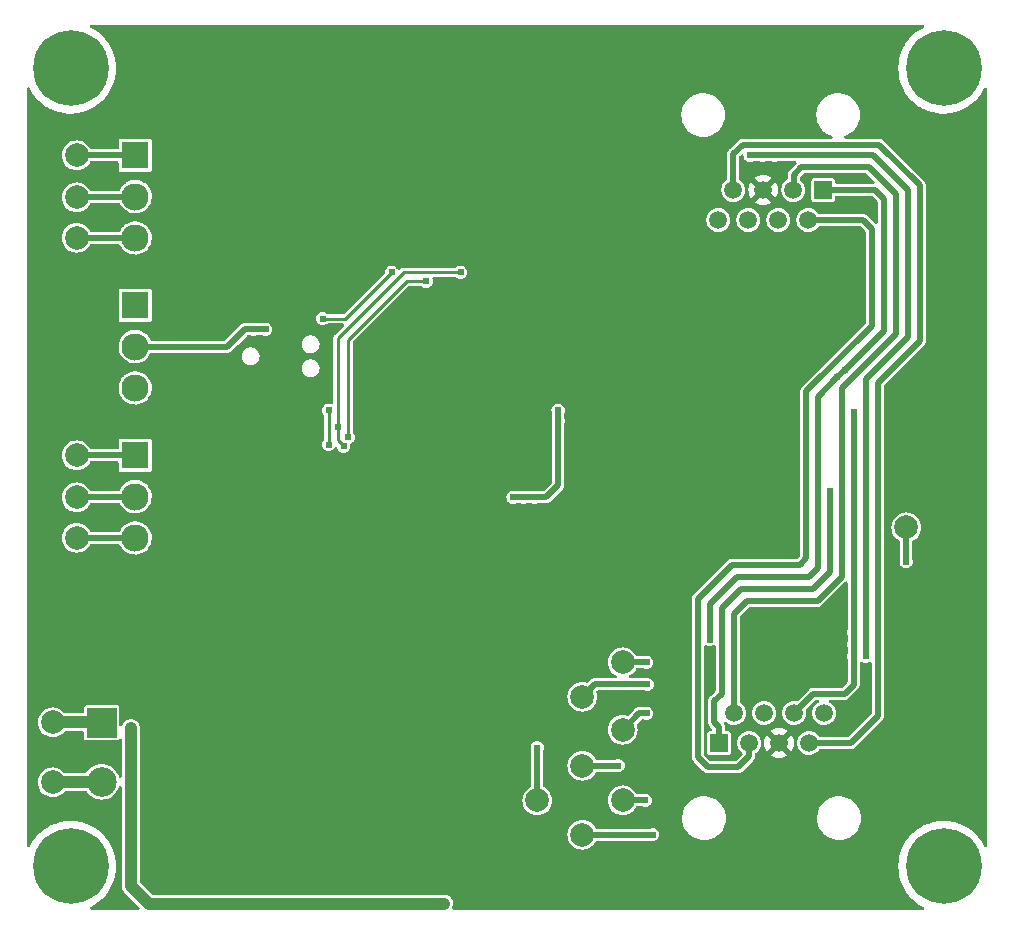
<source format=gbl>
G04 #@! TF.GenerationSoftware,KiCad,Pcbnew,6.0.2+dfsg-1*
G04 #@! TF.CreationDate,2024-06-30T21:42:03-06:00*
G04 #@! TF.ProjectId,mss-cascade-basic,6d73732d-6361-4736-9361-64652d626173,rev?*
G04 #@! TF.SameCoordinates,Original*
G04 #@! TF.FileFunction,Copper,L2,Bot*
G04 #@! TF.FilePolarity,Positive*
%FSLAX46Y46*%
G04 Gerber Fmt 4.6, Leading zero omitted, Abs format (unit mm)*
G04 Created by KiCad (PCBNEW 6.0.2+dfsg-1) date 2024-06-30 21:42:03*
%MOMM*%
%LPD*%
G01*
G04 APERTURE LIST*
G04 #@! TA.AperFunction,ComponentPad*
%ADD10C,6.400000*%
G04 #@! TD*
G04 #@! TA.AperFunction,ComponentPad*
%ADD11R,2.500000X2.500000*%
G04 #@! TD*
G04 #@! TA.AperFunction,ComponentPad*
%ADD12C,2.500000*%
G04 #@! TD*
G04 #@! TA.AperFunction,ComponentPad*
%ADD13R,2.300000X2.300000*%
G04 #@! TD*
G04 #@! TA.AperFunction,ComponentPad*
%ADD14C,2.300000*%
G04 #@! TD*
G04 #@! TA.AperFunction,ComponentPad*
%ADD15R,1.500000X1.500000*%
G04 #@! TD*
G04 #@! TA.AperFunction,ComponentPad*
%ADD16C,1.500000*%
G04 #@! TD*
G04 #@! TA.AperFunction,SMDPad,CuDef*
%ADD17C,2.000000*%
G04 #@! TD*
G04 #@! TA.AperFunction,ViaPad*
%ADD18C,0.609600*%
G04 #@! TD*
G04 #@! TA.AperFunction,Conductor*
%ADD19C,1.016000*%
G04 #@! TD*
G04 #@! TA.AperFunction,Conductor*
%ADD20C,0.508000*%
G04 #@! TD*
G04 #@! TA.AperFunction,Conductor*
%ADD21C,0.254000*%
G04 #@! TD*
G04 APERTURE END LIST*
D10*
X103632000Y-187452000D03*
X103632000Y-119888000D03*
D11*
X32339000Y-175300000D03*
D12*
X32339000Y-180300000D03*
D13*
X35179000Y-127254000D03*
D14*
X35179000Y-130754000D03*
X35179000Y-134254000D03*
D13*
X35179000Y-152654000D03*
D14*
X35179000Y-156154000D03*
X35179000Y-159654000D03*
D13*
X35179000Y-139954000D03*
D14*
X35179000Y-143454000D03*
X35179000Y-146954000D03*
D15*
X93436500Y-130195000D03*
D16*
X92166500Y-132735000D03*
X90896500Y-130195000D03*
X89626500Y-132735000D03*
X88356500Y-130195000D03*
X87086500Y-132735000D03*
X85816500Y-130195000D03*
X84546500Y-132735000D03*
D10*
X29718000Y-187452000D03*
X29718000Y-119888000D03*
D15*
X84617500Y-177018000D03*
D16*
X85887500Y-174478000D03*
X87157500Y-177018000D03*
X88427500Y-174478000D03*
X89697500Y-177018000D03*
X90967500Y-174478000D03*
X92237500Y-177018000D03*
X93507500Y-174478000D03*
D17*
X73025000Y-184785000D03*
X30226000Y-127254000D03*
X76454000Y-175895000D03*
X30226000Y-156210000D03*
X30226000Y-130810000D03*
X73025000Y-178943000D03*
X73025000Y-173101000D03*
X69215000Y-181864000D03*
X76454000Y-181864000D03*
X30226000Y-159639000D03*
X28194000Y-175260000D03*
X28194000Y-180340000D03*
X30226000Y-152654000D03*
X76454000Y-170180000D03*
X100457000Y-158750000D03*
X30226000Y-134239000D03*
D18*
X34798000Y-177800000D03*
X34798000Y-175768000D03*
X60198000Y-190627000D03*
X61341000Y-190627000D03*
X34798000Y-176784000D03*
X59055000Y-190627000D03*
X106426000Y-153670000D03*
X102616000Y-172021500D03*
X50546000Y-183134000D03*
X92202000Y-139319000D03*
X90932000Y-171450000D03*
X102616000Y-142367000D03*
X39243000Y-173609000D03*
X93726000Y-135763000D03*
X102616000Y-156654500D03*
X95250000Y-139319000D03*
X80010000Y-146050000D03*
X57785000Y-170180000D03*
X66578500Y-147193000D03*
X63754000Y-125349000D03*
X95250000Y-135763000D03*
X80899000Y-148971000D03*
X80899000Y-154813000D03*
X44577000Y-186436000D03*
X80899000Y-157734000D03*
X102616000Y-157543500D03*
X56261000Y-163035000D03*
X43053000Y-173609000D03*
X55626000Y-188214000D03*
X57404000Y-125349000D03*
X80899000Y-160655000D03*
X56515000Y-125349000D03*
X41656000Y-189357000D03*
X92456000Y-171450000D03*
X63881000Y-182118000D03*
X106553000Y-168910000D03*
X39243000Y-175387000D03*
X67467500Y-147193000D03*
X93980000Y-167894000D03*
X40767000Y-186436000D03*
X80899000Y-146050000D03*
X40767000Y-188214000D03*
X94361000Y-170307000D03*
X95631000Y-138176000D03*
X68453000Y-160020000D03*
X92202000Y-135763000D03*
X48133000Y-188214000D03*
X70104000Y-125349000D03*
X58801000Y-170180000D03*
X80010000Y-151892000D03*
X43053000Y-175387000D03*
X51562000Y-183134000D03*
X80010000Y-157734000D03*
X63246000Y-154940000D03*
X47117000Y-188214000D03*
X106553000Y-138430000D03*
X80010000Y-148971000D03*
X44577000Y-188214000D03*
X52578000Y-183134000D03*
X43688000Y-189357000D03*
X80010000Y-154813000D03*
X54610000Y-164338000D03*
X93726000Y-139319000D03*
X43053000Y-174498000D03*
X56642000Y-188214000D03*
X63881000Y-179324000D03*
X69215000Y-125349000D03*
X44577000Y-187325000D03*
X80010000Y-160655000D03*
X53848000Y-156210000D03*
X95631000Y-136906000D03*
X62357000Y-154940000D03*
X42672000Y-189357000D03*
X40767000Y-187325000D03*
X102616000Y-141478000D03*
X90932000Y-167894000D03*
X48768000Y-141986000D03*
X93980000Y-171450000D03*
X94361000Y-169037000D03*
X52959000Y-156210000D03*
X92456000Y-167894000D03*
X49911000Y-141986000D03*
X62865000Y-125349000D03*
X69342000Y-160020000D03*
X102616000Y-172910500D03*
X80899000Y-151892000D03*
X39243000Y-174498000D03*
X70993000Y-149733000D03*
X70993000Y-148844000D03*
X68072000Y-156210000D03*
X67183000Y-156210000D03*
X45212000Y-141986000D03*
X46228000Y-141986000D03*
X68961000Y-156210000D03*
X69215000Y-177419000D03*
X51562000Y-148844000D03*
X51562000Y-151765000D03*
X78994000Y-184785000D03*
X96012000Y-169672000D03*
X96012000Y-167640000D03*
X96012000Y-150749000D03*
X96012000Y-149860000D03*
X96012000Y-168656000D03*
X96012000Y-148971000D03*
X97028000Y-169672000D03*
X78521500Y-172049500D03*
X87249000Y-127254000D03*
X88265000Y-127254000D03*
X89281000Y-127254000D03*
X97028000Y-167640000D03*
X97028000Y-168656000D03*
X100457000Y-161671000D03*
X83820000Y-166497000D03*
X83820000Y-167386000D03*
X95250000Y-145415000D03*
X94615000Y-146050000D03*
X83820000Y-168275000D03*
X78486000Y-170180000D03*
X92011500Y-149923500D03*
X92011500Y-150812500D03*
X78359000Y-181864000D03*
X94996000Y-158877000D03*
X94996000Y-159766000D03*
X78486000Y-174498000D03*
X93980000Y-156591000D03*
X76073000Y-178943000D03*
X93980000Y-155702000D03*
X53213000Y-151130000D03*
X59817000Y-137922000D03*
X52832000Y-151892000D03*
X62738000Y-137160000D03*
X52324000Y-150241000D03*
X51054000Y-141097000D03*
X56896000Y-137160000D03*
D19*
X60198000Y-190627000D02*
X61341000Y-190627000D01*
X59055000Y-190627000D02*
X36322000Y-190627000D01*
X36322000Y-190627000D02*
X34798000Y-189103000D01*
X34798000Y-189103000D02*
X34798000Y-175768000D01*
X59055000Y-190627000D02*
X60198000Y-190627000D01*
D20*
X70993000Y-155194000D02*
X70993000Y-149733000D01*
X42982000Y-143454000D02*
X44450000Y-141986000D01*
X69977000Y-156210000D02*
X70993000Y-155194000D01*
X67183000Y-156210000D02*
X69977000Y-156210000D01*
X45212000Y-141986000D02*
X46228000Y-141986000D01*
X70993000Y-149733000D02*
X70993000Y-148844000D01*
X44450000Y-141986000D02*
X45212000Y-141986000D01*
X35179000Y-143454000D02*
X42982000Y-143454000D01*
D19*
X28194000Y-175260000D02*
X32172000Y-175260000D01*
X32172000Y-175260000D02*
X32212000Y-175300000D01*
X32172000Y-180340000D02*
X32212000Y-180300000D01*
X28194000Y-180340000D02*
X32172000Y-180340000D01*
D20*
X69215000Y-177419000D02*
X69215000Y-181864000D01*
D21*
X51562000Y-151765000D02*
X51562000Y-148844000D01*
D20*
X96012000Y-167640000D02*
X96012000Y-150749000D01*
X95250000Y-172847000D02*
X96012000Y-172085000D01*
X96012000Y-149860000D02*
X96012000Y-148971000D01*
X92598500Y-172847000D02*
X95250000Y-172847000D01*
X96012000Y-169672000D02*
X96012000Y-168656000D01*
X96012000Y-168656000D02*
X96012000Y-167640000D01*
X96012000Y-150749000D02*
X96012000Y-149860000D01*
X78994000Y-184785000D02*
X73025000Y-184785000D01*
X96012000Y-172085000D02*
X96012000Y-169672000D01*
X90967500Y-174478000D02*
X92598500Y-172847000D01*
X74076500Y-172049500D02*
X73025000Y-173101000D01*
X89281000Y-127254000D02*
X88265000Y-127254000D01*
X97028000Y-169672000D02*
X97028000Y-146177000D01*
X78521500Y-172049500D02*
X74076500Y-172049500D01*
X100584000Y-130175000D02*
X97663000Y-127254000D01*
X97663000Y-127254000D02*
X89281000Y-127254000D01*
X97028000Y-146177000D02*
X100584000Y-142621000D01*
X88265000Y-127254000D02*
X87249000Y-127254000D01*
X100584000Y-142621000D02*
X100584000Y-130175000D01*
X100457000Y-161671000D02*
X100457000Y-158750000D01*
X83820000Y-166497000D02*
X83820000Y-167386000D01*
X86106000Y-162941000D02*
X83820000Y-165227000D01*
X92964000Y-162179000D02*
X92202000Y-162941000D01*
X92964000Y-147701000D02*
X92964000Y-162179000D01*
X97790000Y-130175000D02*
X98552000Y-130937000D01*
X83820000Y-167386000D02*
X83820000Y-168275000D01*
X93218000Y-130175000D02*
X97790000Y-130175000D01*
X94615000Y-146050000D02*
X95250000Y-145415000D01*
X98552000Y-142113000D02*
X95250000Y-145415000D01*
X98552000Y-130937000D02*
X98552000Y-142113000D01*
X83820000Y-165227000D02*
X83820000Y-166497000D01*
X94615000Y-146050000D02*
X92964000Y-147701000D01*
X78486000Y-170180000D02*
X76454000Y-170180000D01*
X92202000Y-162941000D02*
X86106000Y-162941000D01*
X97536000Y-141732000D02*
X97536000Y-133477000D01*
X92011500Y-161353500D02*
X92011500Y-150812500D01*
X86233000Y-179070000D02*
X83693000Y-179070000D01*
X92011500Y-150812500D02*
X92011500Y-149923500D01*
X78359000Y-181864000D02*
X76454000Y-181864000D01*
X83693000Y-179070000D02*
X82804000Y-178181000D01*
X82804000Y-164846000D02*
X85725000Y-161925000D01*
X92011500Y-147256500D02*
X97536000Y-141732000D01*
X91440000Y-161925000D02*
X92011500Y-161353500D01*
X85725000Y-161925000D02*
X91440000Y-161925000D01*
X82804000Y-178181000D02*
X82804000Y-164846000D01*
X97536000Y-133477000D02*
X96794000Y-132735000D01*
X92011500Y-149923500D02*
X92011500Y-147256500D01*
X96794000Y-132735000D02*
X91912500Y-132735000D01*
X87157500Y-177018000D02*
X87157500Y-178145500D01*
X87157500Y-178145500D02*
X86233000Y-179070000D01*
X85887500Y-174478000D02*
X85887500Y-166080500D01*
X94996000Y-162941000D02*
X94996000Y-146939000D01*
X92964000Y-164973000D02*
X94996000Y-162941000D01*
X85887500Y-166080500D02*
X86995000Y-164973000D01*
X99568000Y-130556000D02*
X97282000Y-128270000D01*
X86995000Y-164973000D02*
X92964000Y-164973000D01*
X91567000Y-128270000D02*
X90932000Y-128905000D01*
X77851000Y-174498000D02*
X76454000Y-175895000D01*
X90932000Y-128905000D02*
X90932000Y-129905500D01*
X97282000Y-128270000D02*
X91567000Y-128270000D01*
X99568000Y-142367000D02*
X99568000Y-130556000D01*
X78486000Y-174498000D02*
X77851000Y-174498000D01*
X94996000Y-146939000D02*
X99568000Y-142367000D01*
X90932000Y-129905500D02*
X90642500Y-130195000D01*
X101600000Y-129794000D02*
X101600000Y-143002000D01*
X98044000Y-174752000D02*
X95778000Y-177018000D01*
X85816500Y-127162500D02*
X86614000Y-126365000D01*
X101600000Y-143002000D02*
X98044000Y-146558000D01*
X95778000Y-177018000D02*
X92237500Y-177018000D01*
X98044000Y-146558000D02*
X98044000Y-174752000D01*
X98171000Y-126365000D02*
X101600000Y-129794000D01*
X86614000Y-126365000D02*
X98171000Y-126365000D01*
X85816500Y-130195000D02*
X85816500Y-127162500D01*
X84617500Y-175676500D02*
X84617500Y-177018000D01*
X76073000Y-178943000D02*
X73025000Y-178943000D01*
X84201000Y-173482000D02*
X84201000Y-175260000D01*
X86487000Y-163957000D02*
X84836000Y-165608000D01*
X93980000Y-156591000D02*
X93980000Y-162560000D01*
X92583000Y-163957000D02*
X86487000Y-163957000D01*
X84836000Y-172847000D02*
X84201000Y-173482000D01*
X84836000Y-165608000D02*
X84836000Y-172847000D01*
X93980000Y-155702000D02*
X93980000Y-156591000D01*
X93980000Y-162560000D02*
X92583000Y-163957000D01*
X84201000Y-175260000D02*
X84617500Y-175676500D01*
D21*
X53213000Y-142875000D02*
X58166000Y-137922000D01*
X53213000Y-151130000D02*
X53213000Y-142875000D01*
X58166000Y-137922000D02*
X59817000Y-137922000D01*
X52832000Y-151892000D02*
X52324000Y-151384000D01*
X57912000Y-137160000D02*
X62738000Y-137160000D01*
X52324000Y-142748000D02*
X57912000Y-137160000D01*
X52324000Y-150241000D02*
X52324000Y-142748000D01*
X52324000Y-151384000D02*
X52324000Y-150241000D01*
X51054000Y-141097000D02*
X52959000Y-141097000D01*
X52959000Y-141097000D02*
X56896000Y-137160000D01*
D20*
X30226000Y-127254000D02*
X35179000Y-127254000D01*
X35123000Y-130810000D02*
X35179000Y-130754000D01*
X30226000Y-130810000D02*
X35123000Y-130810000D01*
X30226000Y-134239000D02*
X35164000Y-134239000D01*
X35164000Y-134239000D02*
X35179000Y-134254000D01*
X30226000Y-152654000D02*
X35179000Y-152654000D01*
X30226000Y-156210000D02*
X35123000Y-156210000D01*
X35123000Y-156210000D02*
X35179000Y-156154000D01*
X35164000Y-159639000D02*
X35179000Y-159654000D01*
X30226000Y-159639000D02*
X35164000Y-159639000D01*
G04 #@! TA.AperFunction,Conductor*
G36*
X101946521Y-116225002D02*
G01*
X101993014Y-116278658D01*
X102003118Y-116348932D01*
X101973624Y-116413512D01*
X101939293Y-116441309D01*
X101611060Y-116622503D01*
X101611052Y-116622508D01*
X101608264Y-116624047D01*
X101288781Y-116845268D01*
X100993289Y-117097642D01*
X100724814Y-117378585D01*
X100486105Y-117685220D01*
X100484409Y-117687924D01*
X100484406Y-117687928D01*
X100355575Y-117893303D01*
X100279605Y-118014410D01*
X100107429Y-118362782D01*
X99971339Y-118726770D01*
X99970531Y-118729849D01*
X99970529Y-118729856D01*
X99873537Y-119099567D01*
X99872729Y-119102647D01*
X99812609Y-119486566D01*
X99791594Y-119874594D01*
X99791744Y-119877775D01*
X99793571Y-119916505D01*
X99809900Y-120262760D01*
X99810371Y-120265913D01*
X99810372Y-120265921D01*
X99836787Y-120442664D01*
X99867338Y-120647089D01*
X99963321Y-121023646D01*
X100096866Y-121388575D01*
X100266606Y-121738141D01*
X100397705Y-121950408D01*
X100468265Y-122064654D01*
X100470803Y-122068764D01*
X100472744Y-122071294D01*
X100472745Y-122071295D01*
X100641977Y-122291841D01*
X100707366Y-122377058D01*
X100973873Y-122659869D01*
X100976278Y-122661952D01*
X100976284Y-122661958D01*
X101203406Y-122858696D01*
X101267596Y-122914299D01*
X101585526Y-123137745D01*
X101588301Y-123139302D01*
X101827408Y-123273482D01*
X101924410Y-123327917D01*
X101927324Y-123329184D01*
X101927328Y-123329186D01*
X101965101Y-123345610D01*
X102280777Y-123482870D01*
X102429896Y-123530460D01*
X102647935Y-123600046D01*
X102647944Y-123600048D01*
X102650979Y-123601017D01*
X102755035Y-123622945D01*
X103028106Y-123680490D01*
X103028111Y-123680491D01*
X103031225Y-123681147D01*
X103417621Y-123722441D01*
X103420809Y-123722458D01*
X103420814Y-123722458D01*
X103597023Y-123723381D01*
X103806213Y-123724476D01*
X103999617Y-123705853D01*
X104189856Y-123687535D01*
X104189861Y-123687534D01*
X104193021Y-123687230D01*
X104196141Y-123686607D01*
X104196145Y-123686606D01*
X104570958Y-123611711D01*
X104570957Y-123611711D01*
X104574086Y-123611086D01*
X104859689Y-123523223D01*
X104942462Y-123497759D01*
X104942465Y-123497758D01*
X104945504Y-123496823D01*
X104948432Y-123495586D01*
X104948438Y-123495584D01*
X105300530Y-123346854D01*
X105300537Y-123346851D01*
X105303474Y-123345610D01*
X105644331Y-123158997D01*
X105964584Y-122938893D01*
X106260955Y-122687552D01*
X106263160Y-122685260D01*
X106263166Y-122685255D01*
X106528194Y-122409850D01*
X106528196Y-122409847D01*
X106530409Y-122407548D01*
X106658267Y-122244484D01*
X106768213Y-122104265D01*
X106768216Y-122104260D01*
X106770187Y-122101747D01*
X106977835Y-121773281D01*
X106979255Y-121770433D01*
X106979260Y-121770424D01*
X107076238Y-121575915D01*
X107124534Y-121523876D01*
X107193297Y-121506209D01*
X107260696Y-121528523D01*
X107305332Y-121583733D01*
X107315000Y-121632136D01*
X107315000Y-185708063D01*
X107294998Y-185776184D01*
X107241342Y-185822677D01*
X107171068Y-185832781D01*
X107106488Y-185803287D01*
X107075849Y-185763495D01*
X106992326Y-185593003D01*
X106992325Y-185593001D01*
X106990915Y-185590123D01*
X106785565Y-185260215D01*
X106641343Y-185073613D01*
X106549880Y-184955273D01*
X106549875Y-184955268D01*
X106547928Y-184952748D01*
X106417317Y-184815113D01*
X106282634Y-184673186D01*
X106282631Y-184673184D01*
X106280435Y-184670869D01*
X106165260Y-184571803D01*
X105988241Y-184419543D01*
X105988238Y-184419541D01*
X105985826Y-184417466D01*
X105983218Y-184415646D01*
X105983212Y-184415642D01*
X105704019Y-184220874D01*
X105667117Y-184195131D01*
X105327572Y-184006143D01*
X105324652Y-184004885D01*
X105324647Y-184004883D01*
X104973600Y-183853698D01*
X104973590Y-183853694D01*
X104970666Y-183852435D01*
X104600054Y-183735582D01*
X104300505Y-183673548D01*
X104222656Y-183657426D01*
X104222653Y-183657426D01*
X104219531Y-183656779D01*
X103922323Y-183626065D01*
X103836149Y-183617160D01*
X103836146Y-183617160D01*
X103832993Y-183616834D01*
X103829827Y-183616828D01*
X103829818Y-183616828D01*
X103637969Y-183616494D01*
X103444396Y-183616156D01*
X103290545Y-183631512D01*
X103060893Y-183654434D01*
X103060887Y-183654435D01*
X103057720Y-183654751D01*
X102921133Y-183682540D01*
X102680049Y-183731589D01*
X102680045Y-183731590D01*
X102676924Y-183732225D01*
X102673882Y-183733172D01*
X102673876Y-183733174D01*
X102520432Y-183780967D01*
X102305907Y-183847784D01*
X102302979Y-183849033D01*
X101951397Y-183998995D01*
X101951393Y-183998997D01*
X101948467Y-184000245D01*
X101945688Y-184001779D01*
X101945682Y-184001782D01*
X101737913Y-184116477D01*
X101608264Y-184188047D01*
X101288781Y-184409268D01*
X101104890Y-184566326D01*
X101019808Y-184638993D01*
X100993289Y-184661642D01*
X100724814Y-184942585D01*
X100722857Y-184945099D01*
X100722856Y-184945100D01*
X100506967Y-185222422D01*
X100486105Y-185249220D01*
X100484409Y-185251924D01*
X100484406Y-185251928D01*
X100385462Y-185409659D01*
X100279605Y-185578410D01*
X100107429Y-185926782D01*
X99971339Y-186290770D01*
X99970531Y-186293849D01*
X99970529Y-186293856D01*
X99873537Y-186663567D01*
X99872729Y-186666647D01*
X99812609Y-187050566D01*
X99791594Y-187438594D01*
X99791744Y-187441775D01*
X99793571Y-187480505D01*
X99809900Y-187826760D01*
X99810371Y-187829913D01*
X99810372Y-187829921D01*
X99836787Y-188006664D01*
X99867338Y-188211089D01*
X99963321Y-188587646D01*
X100096866Y-188952575D01*
X100266606Y-189302141D01*
X100470803Y-189632764D01*
X100472744Y-189635294D01*
X100472745Y-189635295D01*
X100684137Y-189910785D01*
X100707366Y-189941058D01*
X100973873Y-190223869D01*
X100976278Y-190225952D01*
X100976284Y-190225958D01*
X101189037Y-190410249D01*
X101267596Y-190478299D01*
X101585526Y-190701745D01*
X101924410Y-190891917D01*
X101927324Y-190893184D01*
X101927338Y-190893191D01*
X101927932Y-190893449D01*
X101928040Y-190893539D01*
X101930193Y-190894608D01*
X101929937Y-190895123D01*
X101982429Y-190938953D01*
X102003673Y-191006697D01*
X101984920Y-191075172D01*
X101932123Y-191122638D01*
X101877694Y-191135000D01*
X62146655Y-191135000D01*
X62078534Y-191114998D01*
X62032041Y-191061342D01*
X62021937Y-190991068D01*
X62037703Y-190945711D01*
X62041345Y-190939441D01*
X62045019Y-190933116D01*
X62096558Y-190762946D01*
X62107568Y-190585484D01*
X62093023Y-190500834D01*
X62078697Y-190417465D01*
X62077457Y-190410249D01*
X62007841Y-190246641D01*
X61902454Y-190103436D01*
X61880358Y-190084664D01*
X61772528Y-189993055D01*
X61772524Y-189993052D01*
X61766949Y-189988316D01*
X61608596Y-189907457D01*
X61601491Y-189905718D01*
X61601487Y-189905717D01*
X61518896Y-189885508D01*
X61435888Y-189865196D01*
X61430286Y-189864848D01*
X61430283Y-189864848D01*
X61426609Y-189864620D01*
X61426599Y-189864620D01*
X61424670Y-189864500D01*
X36690028Y-189864500D01*
X36621907Y-189844498D01*
X36600933Y-189827595D01*
X35597405Y-188824067D01*
X35563379Y-188761755D01*
X35560500Y-188734972D01*
X35560500Y-184785000D01*
X71765708Y-184785000D01*
X71784839Y-185003674D01*
X71841653Y-185215703D01*
X71866282Y-185268521D01*
X71932095Y-185409659D01*
X71932098Y-185409664D01*
X71934421Y-185414646D01*
X71937577Y-185419153D01*
X71937578Y-185419155D01*
X72049090Y-185578410D01*
X72060326Y-185594457D01*
X72215543Y-185749674D01*
X72220051Y-185752831D01*
X72220054Y-185752833D01*
X72253403Y-185776184D01*
X72395354Y-185875579D01*
X72400336Y-185877902D01*
X72400341Y-185877905D01*
X72499029Y-185923923D01*
X72594297Y-185968347D01*
X72806326Y-186025161D01*
X73025000Y-186044292D01*
X73243674Y-186025161D01*
X73455703Y-185968347D01*
X73550971Y-185923923D01*
X73649659Y-185877905D01*
X73649664Y-185877902D01*
X73654646Y-185875579D01*
X73796597Y-185776184D01*
X73829946Y-185752833D01*
X73829949Y-185752831D01*
X73834457Y-185749674D01*
X73989674Y-185594457D01*
X74000911Y-185578410D01*
X74112422Y-185419155D01*
X74112423Y-185419153D01*
X74115579Y-185414646D01*
X74117904Y-185409661D01*
X74117907Y-185409655D01*
X74138146Y-185366251D01*
X74185063Y-185312965D01*
X74252341Y-185293500D01*
X78735042Y-185293500D01*
X78783260Y-185303091D01*
X78840364Y-185326744D01*
X78847993Y-185329904D01*
X78856177Y-185330981D01*
X78856179Y-185330982D01*
X78985812Y-185348048D01*
X78994000Y-185349126D01*
X79002188Y-185348048D01*
X79131821Y-185330982D01*
X79131823Y-185330981D01*
X79140007Y-185329904D01*
X79276063Y-185273547D01*
X79392897Y-185183897D01*
X79482547Y-185067063D01*
X79538904Y-184931007D01*
X79558126Y-184785000D01*
X79538904Y-184638993D01*
X79482547Y-184502937D01*
X79392897Y-184386103D01*
X79276063Y-184296453D01*
X79140007Y-184240096D01*
X79131823Y-184239019D01*
X79131821Y-184239018D01*
X79002188Y-184221952D01*
X78994000Y-184220874D01*
X78985812Y-184221952D01*
X78856179Y-184239018D01*
X78856177Y-184239019D01*
X78847993Y-184240096D01*
X78840364Y-184243256D01*
X78783260Y-184266909D01*
X78735042Y-184276500D01*
X74252341Y-184276500D01*
X74184220Y-184256498D01*
X74138146Y-184203749D01*
X74117907Y-184160345D01*
X74117904Y-184160339D01*
X74115579Y-184155354D01*
X74088357Y-184116477D01*
X73992833Y-183980054D01*
X73992831Y-183980051D01*
X73989674Y-183975543D01*
X73834457Y-183820326D01*
X73829949Y-183817169D01*
X73829946Y-183817167D01*
X73659155Y-183697578D01*
X73659153Y-183697577D01*
X73654646Y-183694421D01*
X73649664Y-183692098D01*
X73649659Y-183692095D01*
X73548884Y-183645104D01*
X73455703Y-183601653D01*
X73243674Y-183544839D01*
X73025000Y-183525708D01*
X72806326Y-183544839D01*
X72594297Y-183601653D01*
X72501116Y-183645104D01*
X72400341Y-183692095D01*
X72400336Y-183692098D01*
X72395354Y-183694421D01*
X72390847Y-183697577D01*
X72390845Y-183697578D01*
X72220054Y-183817167D01*
X72220051Y-183817169D01*
X72215543Y-183820326D01*
X72060326Y-183975543D01*
X72057169Y-183980051D01*
X72057167Y-183980054D01*
X71961643Y-184116477D01*
X71934421Y-184155354D01*
X71932098Y-184160336D01*
X71932095Y-184160341D01*
X71911854Y-184203749D01*
X71841653Y-184354297D01*
X71784839Y-184566326D01*
X71765708Y-184785000D01*
X35560500Y-184785000D01*
X35560500Y-183410186D01*
X81488518Y-183410186D01*
X81514079Y-183678100D01*
X81515164Y-183682534D01*
X81515165Y-183682540D01*
X81556503Y-183851474D01*
X81578047Y-183939518D01*
X81679083Y-184188963D01*
X81815069Y-184421210D01*
X81983158Y-184631395D01*
X82179827Y-184815113D01*
X82400957Y-184968516D01*
X82641916Y-185088391D01*
X82646250Y-185089812D01*
X82646253Y-185089813D01*
X82893323Y-185170807D01*
X82893329Y-185170808D01*
X82897656Y-185172227D01*
X82902147Y-185173007D01*
X82902148Y-185173007D01*
X83159038Y-185217611D01*
X83159046Y-185217612D01*
X83162819Y-185218267D01*
X83166656Y-185218458D01*
X83246277Y-185222422D01*
X83246285Y-185222422D01*
X83247848Y-185222500D01*
X83415874Y-185222500D01*
X83418142Y-185222335D01*
X83418154Y-185222335D01*
X83548957Y-185212844D01*
X83615925Y-185207985D01*
X83620380Y-185207001D01*
X83620383Y-185207001D01*
X83874270Y-185150947D01*
X83874272Y-185150946D01*
X83878726Y-185149963D01*
X84130400Y-185054613D01*
X84332089Y-184942585D01*
X84361679Y-184926149D01*
X84361680Y-184926148D01*
X84365672Y-184923931D01*
X84512342Y-184811996D01*
X84575991Y-184763421D01*
X84575995Y-184763417D01*
X84579616Y-184760654D01*
X84665122Y-184673186D01*
X84764563Y-184571462D01*
X84767749Y-184568203D01*
X84926130Y-184350610D01*
X85051441Y-184112433D01*
X85141057Y-183858662D01*
X85173887Y-183692095D01*
X85192220Y-183599083D01*
X85192221Y-183599077D01*
X85193101Y-183594611D01*
X85202282Y-183410186D01*
X92918518Y-183410186D01*
X92944079Y-183678100D01*
X92945164Y-183682534D01*
X92945165Y-183682540D01*
X92986503Y-183851474D01*
X93008047Y-183939518D01*
X93109083Y-184188963D01*
X93245069Y-184421210D01*
X93413158Y-184631395D01*
X93609827Y-184815113D01*
X93830957Y-184968516D01*
X94071916Y-185088391D01*
X94076250Y-185089812D01*
X94076253Y-185089813D01*
X94323323Y-185170807D01*
X94323329Y-185170808D01*
X94327656Y-185172227D01*
X94332147Y-185173007D01*
X94332148Y-185173007D01*
X94589038Y-185217611D01*
X94589046Y-185217612D01*
X94592819Y-185218267D01*
X94596656Y-185218458D01*
X94676277Y-185222422D01*
X94676285Y-185222422D01*
X94677848Y-185222500D01*
X94845874Y-185222500D01*
X94848142Y-185222335D01*
X94848154Y-185222335D01*
X94978957Y-185212844D01*
X95045925Y-185207985D01*
X95050380Y-185207001D01*
X95050383Y-185207001D01*
X95304270Y-185150947D01*
X95304272Y-185150946D01*
X95308726Y-185149963D01*
X95560400Y-185054613D01*
X95762089Y-184942585D01*
X95791679Y-184926149D01*
X95791680Y-184926148D01*
X95795672Y-184923931D01*
X95942342Y-184811996D01*
X96005991Y-184763421D01*
X96005995Y-184763417D01*
X96009616Y-184760654D01*
X96095122Y-184673186D01*
X96194563Y-184571462D01*
X96197749Y-184568203D01*
X96356130Y-184350610D01*
X96481441Y-184112433D01*
X96571057Y-183858662D01*
X96603887Y-183692095D01*
X96622220Y-183599083D01*
X96622221Y-183599077D01*
X96623101Y-183594611D01*
X96632282Y-183410186D01*
X96636255Y-183330383D01*
X96636255Y-183330377D01*
X96636482Y-183325814D01*
X96610921Y-183057900D01*
X96584867Y-182951422D01*
X96548039Y-182800920D01*
X96546953Y-182796482D01*
X96445917Y-182547037D01*
X96309931Y-182314790D01*
X96141842Y-182104605D01*
X95945173Y-181920887D01*
X95724043Y-181767484D01*
X95483084Y-181647609D01*
X95478750Y-181646188D01*
X95478747Y-181646187D01*
X95231677Y-181565193D01*
X95231671Y-181565192D01*
X95227344Y-181563773D01*
X95222852Y-181562993D01*
X94965962Y-181518389D01*
X94965954Y-181518388D01*
X94962181Y-181517733D01*
X94952218Y-181517237D01*
X94878723Y-181513578D01*
X94878715Y-181513578D01*
X94877152Y-181513500D01*
X94709126Y-181513500D01*
X94706858Y-181513665D01*
X94706846Y-181513665D01*
X94576043Y-181523156D01*
X94509075Y-181528015D01*
X94504620Y-181528999D01*
X94504617Y-181528999D01*
X94250730Y-181585053D01*
X94250728Y-181585054D01*
X94246274Y-181586037D01*
X93994600Y-181681387D01*
X93990614Y-181683601D01*
X93990612Y-181683602D01*
X93763321Y-181809851D01*
X93759328Y-181812069D01*
X93755696Y-181814841D01*
X93549009Y-181972579D01*
X93549005Y-181972583D01*
X93545384Y-181975346D01*
X93357251Y-182167797D01*
X93354566Y-182171486D01*
X93201558Y-182381696D01*
X93201553Y-182381703D01*
X93198870Y-182385390D01*
X93073559Y-182623567D01*
X93072038Y-182627875D01*
X93000013Y-182831833D01*
X92983943Y-182877338D01*
X92958812Y-183004844D01*
X92939237Y-183104161D01*
X92931899Y-183141389D01*
X92931672Y-183145942D01*
X92931672Y-183145945D01*
X92922491Y-183330383D01*
X92918518Y-183410186D01*
X85202282Y-183410186D01*
X85206255Y-183330383D01*
X85206255Y-183330377D01*
X85206482Y-183325814D01*
X85180921Y-183057900D01*
X85154867Y-182951422D01*
X85118039Y-182800920D01*
X85116953Y-182796482D01*
X85015917Y-182547037D01*
X84879931Y-182314790D01*
X84711842Y-182104605D01*
X84515173Y-181920887D01*
X84294043Y-181767484D01*
X84053084Y-181647609D01*
X84048750Y-181646188D01*
X84048747Y-181646187D01*
X83801677Y-181565193D01*
X83801671Y-181565192D01*
X83797344Y-181563773D01*
X83792852Y-181562993D01*
X83535962Y-181518389D01*
X83535954Y-181518388D01*
X83532181Y-181517733D01*
X83522218Y-181517237D01*
X83448723Y-181513578D01*
X83448715Y-181513578D01*
X83447152Y-181513500D01*
X83279126Y-181513500D01*
X83276858Y-181513665D01*
X83276846Y-181513665D01*
X83146043Y-181523156D01*
X83079075Y-181528015D01*
X83074620Y-181528999D01*
X83074617Y-181528999D01*
X82820730Y-181585053D01*
X82820728Y-181585054D01*
X82816274Y-181586037D01*
X82564600Y-181681387D01*
X82560614Y-181683601D01*
X82560612Y-181683602D01*
X82333321Y-181809851D01*
X82329328Y-181812069D01*
X82325696Y-181814841D01*
X82119009Y-181972579D01*
X82119005Y-181972583D01*
X82115384Y-181975346D01*
X81927251Y-182167797D01*
X81924566Y-182171486D01*
X81771558Y-182381696D01*
X81771553Y-182381703D01*
X81768870Y-182385390D01*
X81643559Y-182623567D01*
X81642038Y-182627875D01*
X81570013Y-182831833D01*
X81553943Y-182877338D01*
X81528812Y-183004844D01*
X81509237Y-183104161D01*
X81501899Y-183141389D01*
X81501672Y-183145942D01*
X81501672Y-183145945D01*
X81492491Y-183330383D01*
X81488518Y-183410186D01*
X35560500Y-183410186D01*
X35560500Y-181864000D01*
X67955708Y-181864000D01*
X67974839Y-182082674D01*
X68031653Y-182294703D01*
X68056282Y-182347521D01*
X68122095Y-182488659D01*
X68122098Y-182488664D01*
X68124421Y-182493646D01*
X68127577Y-182498153D01*
X68127578Y-182498155D01*
X68215393Y-182623567D01*
X68250326Y-182673457D01*
X68405543Y-182828674D01*
X68410051Y-182831831D01*
X68410054Y-182831833D01*
X68475042Y-182877338D01*
X68585354Y-182954579D01*
X68590336Y-182956902D01*
X68590341Y-182956905D01*
X68691116Y-183003896D01*
X68784297Y-183047347D01*
X68996326Y-183104161D01*
X69215000Y-183123292D01*
X69433674Y-183104161D01*
X69645703Y-183047347D01*
X69738884Y-183003896D01*
X69839659Y-182956905D01*
X69839664Y-182956902D01*
X69844646Y-182954579D01*
X69954958Y-182877338D01*
X70019946Y-182831833D01*
X70019949Y-182831831D01*
X70024457Y-182828674D01*
X70179674Y-182673457D01*
X70214608Y-182623567D01*
X70302422Y-182498155D01*
X70302423Y-182498153D01*
X70305579Y-182493646D01*
X70307902Y-182488664D01*
X70307905Y-182488659D01*
X70373718Y-182347521D01*
X70398347Y-182294703D01*
X70455161Y-182082674D01*
X70474292Y-181864000D01*
X75194708Y-181864000D01*
X75213839Y-182082674D01*
X75270653Y-182294703D01*
X75295282Y-182347521D01*
X75361095Y-182488659D01*
X75361098Y-182488664D01*
X75363421Y-182493646D01*
X75366577Y-182498153D01*
X75366578Y-182498155D01*
X75454393Y-182623567D01*
X75489326Y-182673457D01*
X75644543Y-182828674D01*
X75649051Y-182831831D01*
X75649054Y-182831833D01*
X75714042Y-182877338D01*
X75824354Y-182954579D01*
X75829336Y-182956902D01*
X75829341Y-182956905D01*
X75930116Y-183003896D01*
X76023297Y-183047347D01*
X76235326Y-183104161D01*
X76454000Y-183123292D01*
X76672674Y-183104161D01*
X76884703Y-183047347D01*
X76977884Y-183003896D01*
X77078659Y-182956905D01*
X77078664Y-182956902D01*
X77083646Y-182954579D01*
X77193958Y-182877338D01*
X77258946Y-182831833D01*
X77258949Y-182831831D01*
X77263457Y-182828674D01*
X77418674Y-182673457D01*
X77453608Y-182623567D01*
X77541422Y-182498155D01*
X77541423Y-182498153D01*
X77544579Y-182493646D01*
X77546904Y-182488661D01*
X77546907Y-182488655D01*
X77567146Y-182445251D01*
X77614063Y-182391965D01*
X77681341Y-182372500D01*
X78100042Y-182372500D01*
X78148260Y-182382091D01*
X78205364Y-182405744D01*
X78212993Y-182408904D01*
X78221177Y-182409981D01*
X78221179Y-182409982D01*
X78350812Y-182427048D01*
X78359000Y-182428126D01*
X78367188Y-182427048D01*
X78496821Y-182409982D01*
X78496823Y-182409981D01*
X78505007Y-182408904D01*
X78641063Y-182352547D01*
X78757897Y-182262897D01*
X78847547Y-182146063D01*
X78903904Y-182010007D01*
X78908832Y-181972579D01*
X78922048Y-181872188D01*
X78923126Y-181864000D01*
X78903904Y-181717993D01*
X78847547Y-181581937D01*
X78757897Y-181465103D01*
X78641063Y-181375453D01*
X78505007Y-181319096D01*
X78496823Y-181318019D01*
X78496821Y-181318018D01*
X78367188Y-181300952D01*
X78359000Y-181299874D01*
X78350812Y-181300952D01*
X78221179Y-181318018D01*
X78221177Y-181318019D01*
X78212993Y-181319096D01*
X78205364Y-181322256D01*
X78148260Y-181345909D01*
X78100042Y-181355500D01*
X77681341Y-181355500D01*
X77613220Y-181335498D01*
X77567146Y-181282749D01*
X77546907Y-181239345D01*
X77546904Y-181239339D01*
X77544579Y-181234354D01*
X77514098Y-181190822D01*
X77421833Y-181059054D01*
X77421831Y-181059051D01*
X77418674Y-181054543D01*
X77263457Y-180899326D01*
X77258949Y-180896169D01*
X77258946Y-180896167D01*
X77088155Y-180776578D01*
X77088153Y-180776577D01*
X77083646Y-180773421D01*
X77078664Y-180771098D01*
X77078659Y-180771095D01*
X76955118Y-180713488D01*
X76884703Y-180680653D01*
X76672674Y-180623839D01*
X76454000Y-180604708D01*
X76235326Y-180623839D01*
X76023297Y-180680653D01*
X75952882Y-180713488D01*
X75829341Y-180771095D01*
X75829336Y-180771098D01*
X75824354Y-180773421D01*
X75819847Y-180776577D01*
X75819845Y-180776578D01*
X75649054Y-180896167D01*
X75649051Y-180896169D01*
X75644543Y-180899326D01*
X75489326Y-181054543D01*
X75486169Y-181059051D01*
X75486167Y-181059054D01*
X75393902Y-181190822D01*
X75363421Y-181234354D01*
X75361098Y-181239336D01*
X75361095Y-181239341D01*
X75332366Y-181300952D01*
X75270653Y-181433297D01*
X75213839Y-181645326D01*
X75194708Y-181864000D01*
X70474292Y-181864000D01*
X70455161Y-181645326D01*
X70398347Y-181433297D01*
X70336634Y-181300952D01*
X70307905Y-181239341D01*
X70307902Y-181239336D01*
X70305579Y-181234354D01*
X70275098Y-181190822D01*
X70182833Y-181059054D01*
X70182831Y-181059051D01*
X70179674Y-181054543D01*
X70024457Y-180899326D01*
X70019949Y-180896169D01*
X70019946Y-180896167D01*
X69849155Y-180776578D01*
X69849153Y-180776577D01*
X69844646Y-180773421D01*
X69839658Y-180771095D01*
X69839655Y-180771093D01*
X69796251Y-180750854D01*
X69742965Y-180703937D01*
X69723500Y-180636659D01*
X69723500Y-178943000D01*
X71765708Y-178943000D01*
X71784839Y-179161674D01*
X71841653Y-179373703D01*
X71873114Y-179441171D01*
X71932095Y-179567659D01*
X71932098Y-179567664D01*
X71934421Y-179572646D01*
X71937577Y-179577153D01*
X71937578Y-179577155D01*
X71967182Y-179619433D01*
X72060326Y-179752457D01*
X72215543Y-179907674D01*
X72220051Y-179910831D01*
X72220054Y-179910833D01*
X72390845Y-180030422D01*
X72395354Y-180033579D01*
X72400336Y-180035902D01*
X72400341Y-180035905D01*
X72501116Y-180082896D01*
X72594297Y-180126347D01*
X72806326Y-180183161D01*
X73025000Y-180202292D01*
X73243674Y-180183161D01*
X73455703Y-180126347D01*
X73548884Y-180082896D01*
X73649659Y-180035905D01*
X73649664Y-180035902D01*
X73654646Y-180033579D01*
X73659155Y-180030422D01*
X73829946Y-179910833D01*
X73829949Y-179910831D01*
X73834457Y-179907674D01*
X73989674Y-179752457D01*
X74082819Y-179619433D01*
X74112422Y-179577155D01*
X74112423Y-179577153D01*
X74115579Y-179572646D01*
X74117904Y-179567661D01*
X74117907Y-179567655D01*
X74138146Y-179524251D01*
X74185063Y-179470965D01*
X74252341Y-179451500D01*
X75814042Y-179451500D01*
X75862260Y-179461091D01*
X75919364Y-179484744D01*
X75926993Y-179487904D01*
X75935177Y-179488981D01*
X75935179Y-179488982D01*
X76064812Y-179506048D01*
X76073000Y-179507126D01*
X76081188Y-179506048D01*
X76210821Y-179488982D01*
X76210823Y-179488981D01*
X76219007Y-179487904D01*
X76355063Y-179431547D01*
X76471897Y-179341897D01*
X76561547Y-179225063D01*
X76617904Y-179089007D01*
X76619213Y-179079070D01*
X76634067Y-178966232D01*
X76637126Y-178943000D01*
X76617904Y-178796993D01*
X76561547Y-178660937D01*
X76471897Y-178544103D01*
X76355063Y-178454453D01*
X76219007Y-178398096D01*
X76210823Y-178397019D01*
X76210821Y-178397018D01*
X76081188Y-178379952D01*
X76073000Y-178378874D01*
X76064812Y-178379952D01*
X75935179Y-178397018D01*
X75935177Y-178397019D01*
X75926993Y-178398096D01*
X75919364Y-178401256D01*
X75862260Y-178424909D01*
X75814042Y-178434500D01*
X74252341Y-178434500D01*
X74184220Y-178414498D01*
X74138146Y-178361749D01*
X74117907Y-178318345D01*
X74117904Y-178318339D01*
X74115579Y-178313354D01*
X74109498Y-178304669D01*
X73992833Y-178138054D01*
X73992831Y-178138051D01*
X73989674Y-178133543D01*
X73834457Y-177978326D01*
X73829949Y-177975169D01*
X73829946Y-177975167D01*
X73659155Y-177855578D01*
X73659153Y-177855577D01*
X73654646Y-177852421D01*
X73649664Y-177850098D01*
X73649659Y-177850095D01*
X73527358Y-177793066D01*
X73455703Y-177759653D01*
X73243674Y-177702839D01*
X73025000Y-177683708D01*
X72806326Y-177702839D01*
X72594297Y-177759653D01*
X72522642Y-177793066D01*
X72400341Y-177850095D01*
X72400336Y-177850098D01*
X72395354Y-177852421D01*
X72390847Y-177855577D01*
X72390845Y-177855578D01*
X72220054Y-177975167D01*
X72220051Y-177975169D01*
X72215543Y-177978326D01*
X72060326Y-178133543D01*
X72057169Y-178138051D01*
X72057167Y-178138054D01*
X71940502Y-178304669D01*
X71934421Y-178313354D01*
X71932098Y-178318336D01*
X71932095Y-178318341D01*
X71904440Y-178377649D01*
X71841653Y-178512297D01*
X71784839Y-178724326D01*
X71765708Y-178943000D01*
X69723500Y-178943000D01*
X69723500Y-177677958D01*
X69733091Y-177629740D01*
X69756744Y-177572636D01*
X69759904Y-177565007D01*
X69763077Y-177540911D01*
X69777163Y-177433907D01*
X69779126Y-177419000D01*
X69768980Y-177341934D01*
X69760982Y-177281179D01*
X69760981Y-177281177D01*
X69759904Y-177272993D01*
X69703547Y-177136937D01*
X69613897Y-177020103D01*
X69497063Y-176930453D01*
X69361007Y-176874096D01*
X69352823Y-176873019D01*
X69352821Y-176873018D01*
X69223188Y-176855952D01*
X69215000Y-176854874D01*
X69206812Y-176855952D01*
X69077179Y-176873018D01*
X69077177Y-176873019D01*
X69068993Y-176874096D01*
X68932937Y-176930453D01*
X68816103Y-177020103D01*
X68726453Y-177136937D01*
X68670096Y-177272993D01*
X68669019Y-177281177D01*
X68669018Y-177281179D01*
X68661020Y-177341934D01*
X68650874Y-177419000D01*
X68652837Y-177433907D01*
X68666924Y-177540911D01*
X68670096Y-177565007D01*
X68673256Y-177572636D01*
X68696909Y-177629740D01*
X68706500Y-177677958D01*
X68706500Y-180636659D01*
X68686498Y-180704780D01*
X68633749Y-180750854D01*
X68590345Y-180771093D01*
X68590342Y-180771095D01*
X68585354Y-180773421D01*
X68580847Y-180776577D01*
X68580845Y-180776578D01*
X68410054Y-180896167D01*
X68410051Y-180896169D01*
X68405543Y-180899326D01*
X68250326Y-181054543D01*
X68247169Y-181059051D01*
X68247167Y-181059054D01*
X68154902Y-181190822D01*
X68124421Y-181234354D01*
X68122098Y-181239336D01*
X68122095Y-181239341D01*
X68093366Y-181300952D01*
X68031653Y-181433297D01*
X67974839Y-181645326D01*
X67955708Y-181864000D01*
X35560500Y-181864000D01*
X35560500Y-175895000D01*
X75194708Y-175895000D01*
X75213839Y-176113674D01*
X75270653Y-176325703D01*
X75296948Y-176382093D01*
X75361095Y-176519659D01*
X75361098Y-176519664D01*
X75363421Y-176524646D01*
X75366577Y-176529153D01*
X75366578Y-176529155D01*
X75450642Y-176649210D01*
X75489326Y-176704457D01*
X75644543Y-176859674D01*
X75649051Y-176862831D01*
X75649054Y-176862833D01*
X75819845Y-176982422D01*
X75824354Y-176985579D01*
X75829336Y-176987902D01*
X75829341Y-176987905D01*
X75905623Y-177023475D01*
X76023297Y-177078347D01*
X76235326Y-177135161D01*
X76454000Y-177154292D01*
X76672674Y-177135161D01*
X76884703Y-177078347D01*
X77002377Y-177023475D01*
X77078659Y-176987905D01*
X77078664Y-176987902D01*
X77083646Y-176985579D01*
X77088155Y-176982422D01*
X77258946Y-176862833D01*
X77258949Y-176862831D01*
X77263457Y-176859674D01*
X77418674Y-176704457D01*
X77457359Y-176649210D01*
X77541422Y-176529155D01*
X77541423Y-176529153D01*
X77544579Y-176524646D01*
X77546902Y-176519664D01*
X77546905Y-176519659D01*
X77611052Y-176382093D01*
X77637347Y-176325703D01*
X77694161Y-176113674D01*
X77713292Y-175895000D01*
X77694161Y-175676326D01*
X77692738Y-175671014D01*
X77692736Y-175671005D01*
X77649093Y-175508130D01*
X77650782Y-175437153D01*
X77681704Y-175386423D01*
X78024722Y-175043405D01*
X78087034Y-175009379D01*
X78113817Y-175006500D01*
X78227042Y-175006500D01*
X78275260Y-175016091D01*
X78318615Y-175034049D01*
X78339993Y-175042904D01*
X78348177Y-175043981D01*
X78348179Y-175043982D01*
X78477812Y-175061048D01*
X78486000Y-175062126D01*
X78494188Y-175061048D01*
X78623821Y-175043982D01*
X78623823Y-175043981D01*
X78632007Y-175042904D01*
X78768063Y-174986547D01*
X78884897Y-174896897D01*
X78974547Y-174780063D01*
X79030904Y-174644007D01*
X79032702Y-174630354D01*
X79049048Y-174506188D01*
X79050126Y-174498000D01*
X79030904Y-174351993D01*
X78974547Y-174215937D01*
X78884897Y-174099103D01*
X78768063Y-174009453D01*
X78632007Y-173953096D01*
X78623823Y-173952019D01*
X78623821Y-173952018D01*
X78494188Y-173934952D01*
X78486000Y-173933874D01*
X78477812Y-173934952D01*
X78348179Y-173952018D01*
X78348177Y-173952019D01*
X78339993Y-173953096D01*
X78332364Y-173956256D01*
X78275260Y-173979909D01*
X78227042Y-173989500D01*
X77922073Y-173989500D01*
X77909944Y-173988145D01*
X77909905Y-173988627D01*
X77900954Y-173987907D01*
X77892200Y-173985926D01*
X77838491Y-173989258D01*
X77830689Y-173989500D01*
X77814487Y-173989500D01*
X77805571Y-173990777D01*
X77804122Y-173990984D01*
X77794072Y-173992013D01*
X77755781Y-173994389D01*
X77755780Y-173994389D01*
X77746822Y-173994945D01*
X77738381Y-173997993D01*
X77735467Y-173998596D01*
X77718548Y-174002815D01*
X77715702Y-174003647D01*
X77706813Y-174004920D01*
X77663691Y-174024526D01*
X77654336Y-174028334D01*
X77609819Y-174044405D01*
X77602571Y-174049700D01*
X77599964Y-174051086D01*
X77584877Y-174059901D01*
X77582386Y-174061494D01*
X77574218Y-174065208D01*
X77538345Y-174096118D01*
X77530445Y-174102390D01*
X77519447Y-174110425D01*
X77508472Y-174121400D01*
X77501624Y-174127758D01*
X77470676Y-174154424D01*
X77470672Y-174154429D01*
X77463873Y-174160287D01*
X77458991Y-174167820D01*
X77453540Y-174174068D01*
X77443949Y-174185923D01*
X77183223Y-174446650D01*
X76962577Y-174667296D01*
X76900264Y-174701321D01*
X76840869Y-174699907D01*
X76677994Y-174656264D01*
X76677988Y-174656263D01*
X76672674Y-174654839D01*
X76454000Y-174635708D01*
X76235326Y-174654839D01*
X76023297Y-174711653D01*
X76000439Y-174722312D01*
X75829341Y-174802095D01*
X75829336Y-174802098D01*
X75824354Y-174804421D01*
X75819847Y-174807577D01*
X75819845Y-174807578D01*
X75649054Y-174927167D01*
X75649051Y-174927169D01*
X75644543Y-174930326D01*
X75489326Y-175085543D01*
X75486169Y-175090051D01*
X75486167Y-175090054D01*
X75367170Y-175260000D01*
X75363421Y-175265354D01*
X75361098Y-175270336D01*
X75361095Y-175270341D01*
X75332965Y-175330667D01*
X75270653Y-175464297D01*
X75213839Y-175676326D01*
X75194708Y-175895000D01*
X35560500Y-175895000D01*
X35560500Y-175723475D01*
X35548386Y-175619572D01*
X35545949Y-175598665D01*
X35545949Y-175598663D01*
X35545101Y-175591393D01*
X35538299Y-175572652D01*
X35486931Y-175431138D01*
X35484434Y-175424259D01*
X35386946Y-175275565D01*
X35257865Y-175153286D01*
X35104116Y-175063981D01*
X34933946Y-175012442D01*
X34756484Y-175001432D01*
X34749268Y-175002672D01*
X34749266Y-175002672D01*
X34588465Y-175030303D01*
X34581249Y-175031543D01*
X34417641Y-175101159D01*
X34274436Y-175206546D01*
X34258877Y-175224860D01*
X34164055Y-175336472D01*
X34164052Y-175336476D01*
X34159316Y-175342051D01*
X34155987Y-175348571D01*
X34155986Y-175348572D01*
X34121418Y-175416270D01*
X34085231Y-175487139D01*
X34081717Y-175494020D01*
X34032924Y-175545593D01*
X33963994Y-175562600D01*
X33896813Y-175539640D01*
X33852709Y-175484004D01*
X33843500Y-175436720D01*
X33843499Y-174031123D01*
X33843499Y-174024934D01*
X33835851Y-173986482D01*
X33831156Y-173962874D01*
X33831155Y-173962872D01*
X33828734Y-173950699D01*
X33772484Y-173866516D01*
X33688301Y-173810266D01*
X33614067Y-173795500D01*
X32339207Y-173795500D01*
X31063934Y-173795501D01*
X31028182Y-173802612D01*
X31001874Y-173807844D01*
X31001872Y-173807845D01*
X30989699Y-173810266D01*
X30979379Y-173817161D01*
X30979378Y-173817162D01*
X30918985Y-173857516D01*
X30905516Y-173866516D01*
X30849266Y-173950699D01*
X30834500Y-174024933D01*
X30834500Y-174371500D01*
X30814498Y-174439621D01*
X30760842Y-174486114D01*
X30708500Y-174497500D01*
X29256204Y-174497500D01*
X29188083Y-174477498D01*
X29160611Y-174453309D01*
X29158674Y-174450543D01*
X29003457Y-174295326D01*
X28998949Y-174292169D01*
X28998946Y-174292167D01*
X28828155Y-174172578D01*
X28828153Y-174172577D01*
X28823646Y-174169421D01*
X28818664Y-174167098D01*
X28818659Y-174167095D01*
X28697128Y-174110425D01*
X28624703Y-174076653D01*
X28412674Y-174019839D01*
X28194000Y-174000708D01*
X27975326Y-174019839D01*
X27763297Y-174076653D01*
X27690872Y-174110425D01*
X27569341Y-174167095D01*
X27569336Y-174167098D01*
X27564354Y-174169421D01*
X27559847Y-174172577D01*
X27559845Y-174172578D01*
X27389054Y-174292167D01*
X27389051Y-174292169D01*
X27384543Y-174295326D01*
X27229326Y-174450543D01*
X27226169Y-174455051D01*
X27226167Y-174455054D01*
X27165726Y-174541373D01*
X27103421Y-174630354D01*
X27101098Y-174635336D01*
X27101095Y-174635341D01*
X27070329Y-174701321D01*
X27010653Y-174829297D01*
X26953839Y-175041326D01*
X26934708Y-175260000D01*
X26953839Y-175478674D01*
X27010653Y-175690703D01*
X27012978Y-175695688D01*
X27101095Y-175884659D01*
X27101098Y-175884664D01*
X27103421Y-175889646D01*
X27106577Y-175894153D01*
X27106578Y-175894155D01*
X27205312Y-176035161D01*
X27229326Y-176069457D01*
X27384543Y-176224674D01*
X27389051Y-176227831D01*
X27389054Y-176227833D01*
X27559845Y-176347422D01*
X27564354Y-176350579D01*
X27569336Y-176352902D01*
X27569341Y-176352905D01*
X27631936Y-176382093D01*
X27763297Y-176443347D01*
X27975326Y-176500161D01*
X28194000Y-176519292D01*
X28412674Y-176500161D01*
X28624703Y-176443347D01*
X28756064Y-176382093D01*
X28818659Y-176352905D01*
X28818664Y-176352902D01*
X28823646Y-176350579D01*
X28828155Y-176347422D01*
X28998946Y-176227833D01*
X28998949Y-176227831D01*
X29003457Y-176224674D01*
X29158674Y-176069457D01*
X29160349Y-176067064D01*
X29218795Y-176028182D01*
X29256204Y-176022500D01*
X30708501Y-176022500D01*
X30776622Y-176042502D01*
X30823115Y-176096158D01*
X30834501Y-176148500D01*
X30834501Y-176575066D01*
X30837751Y-176591405D01*
X30845595Y-176630843D01*
X30849266Y-176649301D01*
X30856161Y-176659621D01*
X30856162Y-176659622D01*
X30888724Y-176708354D01*
X30905516Y-176733484D01*
X30989699Y-176789734D01*
X31063933Y-176804500D01*
X32338793Y-176804500D01*
X33614066Y-176804499D01*
X33649818Y-176797388D01*
X33676126Y-176792156D01*
X33676128Y-176792155D01*
X33688301Y-176789734D01*
X33698621Y-176782839D01*
X33698622Y-176782838D01*
X33762168Y-176740377D01*
X33772484Y-176733484D01*
X33789276Y-176708354D01*
X33804736Y-176685217D01*
X33859213Y-176639690D01*
X33929656Y-176630843D01*
X33993700Y-176661484D01*
X34031011Y-176721886D01*
X34035500Y-176755220D01*
X34035500Y-179857098D01*
X34015498Y-179925219D01*
X33961842Y-179971712D01*
X33891568Y-179981816D01*
X33826988Y-179952322D01*
X33786981Y-179886512D01*
X33775444Y-179838458D01*
X33774289Y-179833646D01*
X33772395Y-179829073D01*
X33685559Y-179619433D01*
X33685557Y-179619429D01*
X33683664Y-179614859D01*
X33559930Y-179412943D01*
X33406132Y-179232868D01*
X33226057Y-179079070D01*
X33024141Y-178955336D01*
X33019571Y-178953443D01*
X33019567Y-178953441D01*
X32809927Y-178866605D01*
X32809925Y-178866604D01*
X32805354Y-178864711D01*
X32725501Y-178845540D01*
X32579896Y-178810583D01*
X32579890Y-178810582D01*
X32575083Y-178809428D01*
X32339000Y-178790848D01*
X32102917Y-178809428D01*
X32098110Y-178810582D01*
X32098104Y-178810583D01*
X31952499Y-178845540D01*
X31872646Y-178864711D01*
X31868075Y-178866604D01*
X31868073Y-178866605D01*
X31658433Y-178953441D01*
X31658429Y-178953443D01*
X31653859Y-178955336D01*
X31451943Y-179079070D01*
X31271868Y-179232868D01*
X31118070Y-179412943D01*
X31115486Y-179417160D01*
X31115482Y-179417166D01*
X31054099Y-179517334D01*
X31001452Y-179564966D01*
X30946666Y-179577500D01*
X29256204Y-179577500D01*
X29188083Y-179557498D01*
X29160611Y-179533309D01*
X29158674Y-179530543D01*
X29003457Y-179375326D01*
X28998949Y-179372169D01*
X28998946Y-179372167D01*
X28828155Y-179252578D01*
X28828153Y-179252577D01*
X28823646Y-179249421D01*
X28818664Y-179247098D01*
X28818659Y-179247095D01*
X28717884Y-179200104D01*
X28624703Y-179156653D01*
X28412674Y-179099839D01*
X28194000Y-179080708D01*
X27975326Y-179099839D01*
X27763297Y-179156653D01*
X27670116Y-179200104D01*
X27569341Y-179247095D01*
X27569336Y-179247098D01*
X27564354Y-179249421D01*
X27559847Y-179252577D01*
X27559845Y-179252578D01*
X27389054Y-179372167D01*
X27389051Y-179372169D01*
X27384543Y-179375326D01*
X27229326Y-179530543D01*
X27226169Y-179535051D01*
X27226167Y-179535054D01*
X27106578Y-179705845D01*
X27103421Y-179710354D01*
X27101098Y-179715336D01*
X27101095Y-179715341D01*
X27083788Y-179752457D01*
X27010653Y-179909297D01*
X26953839Y-180121326D01*
X26934708Y-180340000D01*
X26953839Y-180558674D01*
X27010653Y-180770703D01*
X27012978Y-180775688D01*
X27101095Y-180964659D01*
X27101098Y-180964664D01*
X27103421Y-180969646D01*
X27106577Y-180974153D01*
X27106578Y-180974155D01*
X27162867Y-181054543D01*
X27229326Y-181149457D01*
X27384543Y-181304674D01*
X27389051Y-181307831D01*
X27389054Y-181307833D01*
X27559845Y-181427422D01*
X27564354Y-181430579D01*
X27569336Y-181432902D01*
X27569341Y-181432905D01*
X27627613Y-181460077D01*
X27763297Y-181523347D01*
X27975326Y-181580161D01*
X28194000Y-181599292D01*
X28412674Y-181580161D01*
X28624703Y-181523347D01*
X28760387Y-181460077D01*
X28818659Y-181432905D01*
X28818664Y-181432902D01*
X28823646Y-181430579D01*
X28828155Y-181427422D01*
X28998946Y-181307833D01*
X28998949Y-181307831D01*
X29003457Y-181304674D01*
X29158674Y-181149457D01*
X29160349Y-181147064D01*
X29218795Y-181108182D01*
X29256204Y-181102500D01*
X30995690Y-181102500D01*
X31063811Y-181122502D01*
X31103122Y-181162665D01*
X31115481Y-181182833D01*
X31115485Y-181182838D01*
X31118070Y-181187057D01*
X31271868Y-181367132D01*
X31451943Y-181520930D01*
X31653859Y-181644664D01*
X31658429Y-181646557D01*
X31658433Y-181646559D01*
X31868073Y-181733395D01*
X31868075Y-181733396D01*
X31872646Y-181735289D01*
X31952499Y-181754460D01*
X32098104Y-181789417D01*
X32098110Y-181789418D01*
X32102917Y-181790572D01*
X32339000Y-181809152D01*
X32575083Y-181790572D01*
X32579890Y-181789418D01*
X32579896Y-181789417D01*
X32725501Y-181754460D01*
X32805354Y-181735289D01*
X32809925Y-181733396D01*
X32809927Y-181733395D01*
X33019567Y-181646559D01*
X33019571Y-181646557D01*
X33024141Y-181644664D01*
X33226057Y-181520930D01*
X33406132Y-181367132D01*
X33559930Y-181187057D01*
X33683664Y-180985141D01*
X33690083Y-180969646D01*
X33772395Y-180770927D01*
X33772396Y-180770925D01*
X33774289Y-180766354D01*
X33786981Y-180713488D01*
X33822333Y-180651919D01*
X33885360Y-180619236D01*
X33956051Y-180625817D01*
X34011962Y-180669571D01*
X34035500Y-180742902D01*
X34035500Y-189035624D01*
X34034067Y-189054574D01*
X34031876Y-189068973D01*
X34031876Y-189068979D01*
X34030776Y-189076208D01*
X34031369Y-189083500D01*
X34031369Y-189083503D01*
X34035085Y-189129183D01*
X34035500Y-189139398D01*
X34035500Y-189147525D01*
X34038811Y-189175924D01*
X34039238Y-189180244D01*
X34045191Y-189253426D01*
X34047447Y-189260388D01*
X34048643Y-189266376D01*
X34050051Y-189272333D01*
X34050899Y-189279607D01*
X34053397Y-189286489D01*
X34053398Y-189286493D01*
X34075945Y-189348607D01*
X34077355Y-189352711D01*
X34099987Y-189422575D01*
X34103787Y-189428838D01*
X34106325Y-189434380D01*
X34109067Y-189439856D01*
X34111566Y-189446741D01*
X34115581Y-189452865D01*
X34151815Y-189508132D01*
X34154130Y-189511800D01*
X34192227Y-189574581D01*
X34195941Y-189578786D01*
X34195943Y-189578789D01*
X34199667Y-189583005D01*
X34199638Y-189583031D01*
X34202238Y-189585962D01*
X34205042Y-189589316D01*
X34209054Y-189595435D01*
X34251131Y-189635295D01*
X34265586Y-189648988D01*
X34268028Y-189651366D01*
X35536567Y-190919905D01*
X35570593Y-190982217D01*
X35565528Y-191053032D01*
X35522981Y-191109868D01*
X35456461Y-191134679D01*
X35447472Y-191135000D01*
X31470313Y-191135000D01*
X31402192Y-191114998D01*
X31355699Y-191061342D01*
X31345595Y-190991068D01*
X31375089Y-190926488D01*
X31409805Y-190898479D01*
X31424635Y-190890360D01*
X31730331Y-190722997D01*
X32050584Y-190502893D01*
X32346955Y-190251552D01*
X32349160Y-190249260D01*
X32349166Y-190249255D01*
X32614194Y-189973850D01*
X32614196Y-189973847D01*
X32616409Y-189971548D01*
X32698753Y-189866531D01*
X32854213Y-189668265D01*
X32854216Y-189668260D01*
X32856187Y-189665747D01*
X33063835Y-189337281D01*
X33065255Y-189334433D01*
X33065260Y-189334424D01*
X33235806Y-188992360D01*
X33237226Y-188989512D01*
X33374585Y-188626001D01*
X33384791Y-188587646D01*
X33473685Y-188253555D01*
X33474506Y-188250470D01*
X33535966Y-187866764D01*
X33538091Y-187829921D01*
X33558237Y-187480505D01*
X33558335Y-187478811D01*
X33558429Y-187452000D01*
X33538769Y-187063900D01*
X33479989Y-186679775D01*
X33382692Y-186303555D01*
X33381587Y-186300567D01*
X33248983Y-185942091D01*
X33248980Y-185942085D01*
X33247874Y-185939094D01*
X33076915Y-185590123D01*
X32871565Y-185260215D01*
X32727343Y-185073613D01*
X32635880Y-184955273D01*
X32635875Y-184955268D01*
X32633928Y-184952748D01*
X32503317Y-184815113D01*
X32368634Y-184673186D01*
X32368631Y-184673184D01*
X32366435Y-184670869D01*
X32251260Y-184571803D01*
X32074241Y-184419543D01*
X32074238Y-184419541D01*
X32071826Y-184417466D01*
X32069218Y-184415646D01*
X32069212Y-184415642D01*
X31790019Y-184220874D01*
X31753117Y-184195131D01*
X31413572Y-184006143D01*
X31410652Y-184004885D01*
X31410647Y-184004883D01*
X31059600Y-183853698D01*
X31059590Y-183853694D01*
X31056666Y-183852435D01*
X30686054Y-183735582D01*
X30386505Y-183673548D01*
X30308656Y-183657426D01*
X30308653Y-183657426D01*
X30305531Y-183656779D01*
X30008323Y-183626065D01*
X29922149Y-183617160D01*
X29922146Y-183617160D01*
X29918993Y-183616834D01*
X29915827Y-183616828D01*
X29915818Y-183616828D01*
X29723969Y-183616494D01*
X29530396Y-183616156D01*
X29376545Y-183631512D01*
X29146893Y-183654434D01*
X29146887Y-183654435D01*
X29143720Y-183654751D01*
X29007133Y-183682540D01*
X28766049Y-183731589D01*
X28766045Y-183731590D01*
X28762924Y-183732225D01*
X28759882Y-183733172D01*
X28759876Y-183733174D01*
X28606432Y-183780967D01*
X28391907Y-183847784D01*
X28388979Y-183849033D01*
X28037397Y-183998995D01*
X28037393Y-183998997D01*
X28034467Y-184000245D01*
X28031688Y-184001779D01*
X28031682Y-184001782D01*
X27823913Y-184116477D01*
X27694264Y-184188047D01*
X27374781Y-184409268D01*
X27190890Y-184566326D01*
X27105808Y-184638993D01*
X27079289Y-184661642D01*
X26810814Y-184942585D01*
X26808857Y-184945099D01*
X26808856Y-184945100D01*
X26592967Y-185222422D01*
X26572105Y-185249220D01*
X26570409Y-185251924D01*
X26570406Y-185251928D01*
X26471462Y-185409659D01*
X26365605Y-185578410D01*
X26277426Y-185756828D01*
X26273957Y-185763846D01*
X26225843Y-185816053D01*
X26157142Y-185833960D01*
X26089666Y-185811882D01*
X26044838Y-185756828D01*
X26035000Y-185708019D01*
X26035000Y-173101000D01*
X71765708Y-173101000D01*
X71784839Y-173319674D01*
X71841653Y-173531703D01*
X71870312Y-173593162D01*
X71932095Y-173725659D01*
X71932098Y-173725664D01*
X71934421Y-173730646D01*
X71937577Y-173735153D01*
X71937578Y-173735155D01*
X72036782Y-173876832D01*
X72060326Y-173910457D01*
X72215543Y-174065674D01*
X72220051Y-174068831D01*
X72220054Y-174068833D01*
X72387276Y-174185923D01*
X72395354Y-174191579D01*
X72400336Y-174193902D01*
X72400341Y-174193905D01*
X72445975Y-174215184D01*
X72594297Y-174284347D01*
X72806326Y-174341161D01*
X73025000Y-174360292D01*
X73243674Y-174341161D01*
X73455703Y-174284347D01*
X73604025Y-174215184D01*
X73649659Y-174193905D01*
X73649664Y-174193902D01*
X73654646Y-174191579D01*
X73662724Y-174185923D01*
X73829946Y-174068833D01*
X73829949Y-174068831D01*
X73834457Y-174065674D01*
X73989674Y-173910457D01*
X74013219Y-173876832D01*
X74112422Y-173735155D01*
X74112423Y-173735153D01*
X74115579Y-173730646D01*
X74117902Y-173725664D01*
X74117905Y-173725659D01*
X74179688Y-173593162D01*
X74208347Y-173531703D01*
X74265161Y-173319674D01*
X74284292Y-173101000D01*
X74265161Y-172882326D01*
X74263738Y-172877014D01*
X74263736Y-172877005D01*
X74220758Y-172716612D01*
X74222447Y-172645635D01*
X74262240Y-172586839D01*
X74327505Y-172558891D01*
X74342464Y-172558000D01*
X78262542Y-172558000D01*
X78310760Y-172567591D01*
X78367864Y-172591244D01*
X78375493Y-172594404D01*
X78383677Y-172595481D01*
X78383679Y-172595482D01*
X78513312Y-172612548D01*
X78521500Y-172613626D01*
X78529688Y-172612548D01*
X78659321Y-172595482D01*
X78659323Y-172595481D01*
X78667507Y-172594404D01*
X78803563Y-172538047D01*
X78920397Y-172448397D01*
X79010047Y-172331563D01*
X79066404Y-172195507D01*
X79067608Y-172186366D01*
X79084548Y-172057688D01*
X79085626Y-172049500D01*
X79080175Y-172008095D01*
X79067482Y-171911679D01*
X79067481Y-171911677D01*
X79066404Y-171903493D01*
X79010047Y-171767437D01*
X78920397Y-171650603D01*
X78803563Y-171560953D01*
X78667507Y-171504596D01*
X78659323Y-171503519D01*
X78659321Y-171503518D01*
X78529688Y-171486452D01*
X78521500Y-171485374D01*
X78513312Y-171486452D01*
X78383679Y-171503518D01*
X78383677Y-171503519D01*
X78375493Y-171504596D01*
X78367864Y-171507756D01*
X78310760Y-171531409D01*
X78262542Y-171541000D01*
X77072076Y-171541000D01*
X77003955Y-171520998D01*
X76957462Y-171467342D01*
X76947358Y-171397068D01*
X76976852Y-171332488D01*
X77018826Y-171300805D01*
X77078659Y-171272905D01*
X77078664Y-171272902D01*
X77083646Y-171270579D01*
X77088155Y-171267422D01*
X77258946Y-171147833D01*
X77258949Y-171147831D01*
X77263457Y-171144674D01*
X77418674Y-170989457D01*
X77544579Y-170809646D01*
X77546904Y-170804661D01*
X77546907Y-170804655D01*
X77567146Y-170761251D01*
X77614063Y-170707965D01*
X77681341Y-170688500D01*
X78227042Y-170688500D01*
X78275260Y-170698091D01*
X78332364Y-170721744D01*
X78339993Y-170724904D01*
X78348177Y-170725981D01*
X78348179Y-170725982D01*
X78477812Y-170743048D01*
X78486000Y-170744126D01*
X78494188Y-170743048D01*
X78623821Y-170725982D01*
X78623823Y-170725981D01*
X78632007Y-170724904D01*
X78768063Y-170668547D01*
X78884897Y-170578897D01*
X78974547Y-170462063D01*
X79030904Y-170326007D01*
X79041824Y-170243065D01*
X79049048Y-170188188D01*
X79050126Y-170180000D01*
X79046904Y-170155523D01*
X79031982Y-170042179D01*
X79031981Y-170042177D01*
X79030904Y-170033993D01*
X78974547Y-169897937D01*
X78884897Y-169781103D01*
X78768063Y-169691453D01*
X78632007Y-169635096D01*
X78623823Y-169634019D01*
X78623821Y-169634018D01*
X78494188Y-169616952D01*
X78486000Y-169615874D01*
X78477812Y-169616952D01*
X78348179Y-169634018D01*
X78348177Y-169634019D01*
X78339993Y-169635096D01*
X78332364Y-169638256D01*
X78275260Y-169661909D01*
X78227042Y-169671500D01*
X77681341Y-169671500D01*
X77613220Y-169651498D01*
X77567146Y-169598749D01*
X77546907Y-169555345D01*
X77546904Y-169555339D01*
X77544579Y-169550354D01*
X77527521Y-169525993D01*
X77421833Y-169375054D01*
X77421831Y-169375051D01*
X77418674Y-169370543D01*
X77263457Y-169215326D01*
X77258949Y-169212169D01*
X77258946Y-169212167D01*
X77088155Y-169092578D01*
X77088153Y-169092577D01*
X77083646Y-169089421D01*
X77078664Y-169087098D01*
X77078659Y-169087095D01*
X76977884Y-169040104D01*
X76884703Y-168996653D01*
X76672674Y-168939839D01*
X76454000Y-168920708D01*
X76235326Y-168939839D01*
X76023297Y-168996653D01*
X75930116Y-169040104D01*
X75829341Y-169087095D01*
X75829336Y-169087098D01*
X75824354Y-169089421D01*
X75819847Y-169092577D01*
X75819845Y-169092578D01*
X75649054Y-169212167D01*
X75649051Y-169212169D01*
X75644543Y-169215326D01*
X75489326Y-169370543D01*
X75486169Y-169375051D01*
X75486167Y-169375054D01*
X75380479Y-169525993D01*
X75363421Y-169550354D01*
X75361098Y-169555336D01*
X75361095Y-169555341D01*
X75340854Y-169598749D01*
X75270653Y-169749297D01*
X75213839Y-169961326D01*
X75194708Y-170180000D01*
X75213839Y-170398674D01*
X75270653Y-170610703D01*
X75272978Y-170615688D01*
X75361095Y-170804659D01*
X75361098Y-170804664D01*
X75363421Y-170809646D01*
X75489326Y-170989457D01*
X75644543Y-171144674D01*
X75649051Y-171147831D01*
X75649054Y-171147833D01*
X75819845Y-171267422D01*
X75824354Y-171270579D01*
X75829336Y-171272902D01*
X75829341Y-171272905D01*
X75889174Y-171300805D01*
X75942459Y-171347722D01*
X75961920Y-171415999D01*
X75941378Y-171483959D01*
X75887355Y-171530025D01*
X75835924Y-171541000D01*
X74147573Y-171541000D01*
X74135443Y-171539645D01*
X74135404Y-171540127D01*
X74126457Y-171539407D01*
X74117701Y-171537426D01*
X74063992Y-171540758D01*
X74056190Y-171541000D01*
X74039987Y-171541000D01*
X74031071Y-171542277D01*
X74029622Y-171542484D01*
X74019572Y-171543513D01*
X73981282Y-171545889D01*
X73981281Y-171545889D01*
X73972323Y-171546445D01*
X73963882Y-171549493D01*
X73960968Y-171550096D01*
X73944034Y-171554318D01*
X73941195Y-171555148D01*
X73932313Y-171556420D01*
X73889200Y-171576023D01*
X73879849Y-171579829D01*
X73843762Y-171592856D01*
X73843760Y-171592857D01*
X73835320Y-171595904D01*
X73828076Y-171601196D01*
X73825482Y-171602575D01*
X73810343Y-171611422D01*
X73807883Y-171612995D01*
X73799718Y-171616708D01*
X73792924Y-171622562D01*
X73792921Y-171622564D01*
X73777838Y-171635561D01*
X73763843Y-171647619D01*
X73755928Y-171653903D01*
X73748882Y-171659050D01*
X73748875Y-171659056D01*
X73744948Y-171661925D01*
X73733973Y-171672900D01*
X73727126Y-171679258D01*
X73689373Y-171711787D01*
X73684489Y-171719322D01*
X73679042Y-171725566D01*
X73669442Y-171737431D01*
X73533577Y-171873296D01*
X73471265Y-171907322D01*
X73411870Y-171905907D01*
X73248995Y-171862264D01*
X73248986Y-171862262D01*
X73243674Y-171860839D01*
X73025000Y-171841708D01*
X72806326Y-171860839D01*
X72594297Y-171917653D01*
X72571439Y-171928312D01*
X72400341Y-172008095D01*
X72400336Y-172008098D01*
X72395354Y-172010421D01*
X72390847Y-172013577D01*
X72390845Y-172013578D01*
X72220054Y-172133167D01*
X72220051Y-172133169D01*
X72215543Y-172136326D01*
X72060326Y-172291543D01*
X72057169Y-172296051D01*
X72057167Y-172296054D01*
X71946976Y-172453423D01*
X71934421Y-172471354D01*
X71932098Y-172476336D01*
X71932095Y-172476341D01*
X71893602Y-172558891D01*
X71841653Y-172670297D01*
X71784839Y-172882326D01*
X71765708Y-173101000D01*
X26035000Y-173101000D01*
X26035000Y-164880941D01*
X82291461Y-164880941D01*
X82293335Y-164889720D01*
X82293898Y-164897978D01*
X82295500Y-164913161D01*
X82295500Y-178109928D01*
X82294145Y-178122058D01*
X82294627Y-178122097D01*
X82293907Y-178131044D01*
X82291926Y-178139800D01*
X82292482Y-178148760D01*
X82295258Y-178193508D01*
X82295500Y-178201310D01*
X82295500Y-178217513D01*
X82296136Y-178221953D01*
X82296984Y-178227878D01*
X82298013Y-178237928D01*
X82300945Y-178285177D01*
X82303994Y-178293623D01*
X82304593Y-178296514D01*
X82308822Y-178313480D01*
X82309648Y-178316305D01*
X82310920Y-178325187D01*
X82330522Y-178368298D01*
X82334327Y-178377647D01*
X82350404Y-178422181D01*
X82355699Y-178429429D01*
X82357080Y-178432027D01*
X82365915Y-178447145D01*
X82367494Y-178449614D01*
X82371208Y-178457782D01*
X82377064Y-178464578D01*
X82402115Y-178493652D01*
X82408401Y-178501569D01*
X82413548Y-178508615D01*
X82413553Y-178508620D01*
X82416425Y-178512552D01*
X82427400Y-178523527D01*
X82433758Y-178530375D01*
X82451231Y-178550653D01*
X82466287Y-178568127D01*
X82473822Y-178573011D01*
X82480066Y-178578458D01*
X82491931Y-178588058D01*
X83283177Y-179379304D01*
X83290800Y-179388844D01*
X83291168Y-179388530D01*
X83296986Y-179395366D01*
X83301776Y-179402958D01*
X83308504Y-179408900D01*
X83342125Y-179438593D01*
X83347812Y-179443939D01*
X83359255Y-179455382D01*
X83366020Y-179460452D01*
X83367630Y-179461659D01*
X83375459Y-179468033D01*
X83410951Y-179499378D01*
X83419074Y-179503192D01*
X83421562Y-179504826D01*
X83436523Y-179513814D01*
X83439108Y-179515229D01*
X83446295Y-179520616D01*
X83477977Y-179532493D01*
X83490642Y-179537241D01*
X83499958Y-179541167D01*
X83542800Y-179561281D01*
X83551669Y-179562662D01*
X83554502Y-179563528D01*
X83571389Y-179567958D01*
X83574274Y-179568592D01*
X83582684Y-179571745D01*
X83611842Y-179573912D01*
X83629906Y-179575254D01*
X83639952Y-179576408D01*
X83648575Y-179577751D01*
X83648578Y-179577751D01*
X83653386Y-179578500D01*
X83668906Y-179578500D01*
X83678243Y-179578846D01*
X83727941Y-179582539D01*
X83736720Y-179580665D01*
X83744978Y-179580102D01*
X83760161Y-179578500D01*
X86161928Y-179578500D01*
X86174058Y-179579855D01*
X86174097Y-179579373D01*
X86183044Y-179580093D01*
X86191800Y-179582074D01*
X86245508Y-179578742D01*
X86253310Y-179578500D01*
X86269513Y-179578500D01*
X86278907Y-179577155D01*
X86279878Y-179577016D01*
X86289928Y-179575987D01*
X86328216Y-179573611D01*
X86337177Y-179573055D01*
X86345623Y-179570006D01*
X86348514Y-179569407D01*
X86365480Y-179565178D01*
X86368305Y-179564352D01*
X86377187Y-179563080D01*
X86420298Y-179543478D01*
X86429649Y-179539672D01*
X86449536Y-179532493D01*
X86474181Y-179523596D01*
X86481429Y-179518301D01*
X86484027Y-179516920D01*
X86499145Y-179508085D01*
X86501614Y-179506506D01*
X86509782Y-179502792D01*
X86545653Y-179471884D01*
X86553569Y-179465599D01*
X86560615Y-179460452D01*
X86560620Y-179460447D01*
X86564552Y-179457575D01*
X86575527Y-179446600D01*
X86582375Y-179440242D01*
X86613323Y-179413576D01*
X86613324Y-179413575D01*
X86620127Y-179407713D01*
X86625011Y-179400178D01*
X86630451Y-179393942D01*
X86640056Y-179382071D01*
X87466811Y-178555317D01*
X87476345Y-178547700D01*
X87476031Y-178547331D01*
X87482864Y-178541516D01*
X87490458Y-178536724D01*
X87526085Y-178496383D01*
X87531431Y-178490697D01*
X87542882Y-178479246D01*
X87549166Y-178470862D01*
X87555540Y-178463033D01*
X87558679Y-178459479D01*
X87586878Y-178427549D01*
X87590692Y-178419425D01*
X87592320Y-178416947D01*
X87601322Y-178401966D01*
X87602735Y-178399385D01*
X87608116Y-178392205D01*
X87624744Y-178347850D01*
X87628664Y-178338548D01*
X87640433Y-178313480D01*
X87648781Y-178295700D01*
X87650162Y-178286834D01*
X87651018Y-178284033D01*
X87655462Y-178267096D01*
X87656095Y-178264216D01*
X87659244Y-178255816D01*
X87661761Y-178221953D01*
X87662752Y-178208611D01*
X87663906Y-178198563D01*
X87665250Y-178189929D01*
X87666000Y-178185114D01*
X87666000Y-178169577D01*
X87666347Y-178160239D01*
X87669374Y-178119510D01*
X87669374Y-178119509D01*
X87670039Y-178110559D01*
X87668166Y-178101784D01*
X87667603Y-178093527D01*
X87666000Y-178078338D01*
X87666000Y-178068161D01*
X89011893Y-178068161D01*
X89021187Y-178080175D01*
X89061588Y-178108464D01*
X89071084Y-178113947D01*
X89260613Y-178202326D01*
X89270905Y-178206072D01*
X89472901Y-178260196D01*
X89483696Y-178262099D01*
X89692025Y-178280326D01*
X89702975Y-178280326D01*
X89911304Y-178262099D01*
X89922099Y-178260196D01*
X90124095Y-178206072D01*
X90134387Y-178202326D01*
X90323916Y-178113947D01*
X90333412Y-178108464D01*
X90374648Y-178079590D01*
X90383023Y-178069112D01*
X90375957Y-178055668D01*
X89710311Y-177390021D01*
X89696368Y-177382408D01*
X89694534Y-177382539D01*
X89687920Y-177386790D01*
X89018320Y-178056391D01*
X89011893Y-178068161D01*
X87666000Y-178068161D01*
X87666000Y-177956954D01*
X87686002Y-177888833D01*
X87714426Y-177857665D01*
X87749996Y-177829874D01*
X87853574Y-177748950D01*
X87857600Y-177744286D01*
X87857603Y-177744283D01*
X87978264Y-177604496D01*
X87978265Y-177604494D01*
X87982293Y-177599828D01*
X87985339Y-177594467D01*
X88006724Y-177556821D01*
X88079596Y-177428544D01*
X88141777Y-177241622D01*
X88166466Y-177046183D01*
X88166739Y-177026653D01*
X88166784Y-177023475D01*
X88435174Y-177023475D01*
X88453401Y-177231804D01*
X88455304Y-177242599D01*
X88509428Y-177444595D01*
X88513174Y-177454887D01*
X88601554Y-177644417D01*
X88607034Y-177653907D01*
X88635911Y-177695149D01*
X88646387Y-177703523D01*
X88659834Y-177696455D01*
X89325479Y-177030811D01*
X89331856Y-177019132D01*
X90061908Y-177019132D01*
X90062039Y-177020966D01*
X90066290Y-177027580D01*
X90735891Y-177697180D01*
X90747661Y-177703607D01*
X90759676Y-177694311D01*
X90787966Y-177653907D01*
X90793446Y-177644417D01*
X90881826Y-177454887D01*
X90885572Y-177444595D01*
X90939696Y-177242599D01*
X90941599Y-177231804D01*
X90959826Y-177023475D01*
X90959826Y-177012525D01*
X90941599Y-176804196D01*
X90939696Y-176793401D01*
X90885572Y-176591405D01*
X90881826Y-176581113D01*
X90793446Y-176391583D01*
X90787966Y-176382093D01*
X90759089Y-176340851D01*
X90748613Y-176332477D01*
X90735166Y-176339545D01*
X90069521Y-177005189D01*
X90061908Y-177019132D01*
X89331856Y-177019132D01*
X89333092Y-177016868D01*
X89332961Y-177015034D01*
X89328710Y-177008420D01*
X88659109Y-176338820D01*
X88647339Y-176332393D01*
X88635324Y-176341689D01*
X88607034Y-176382093D01*
X88601554Y-176391583D01*
X88513174Y-176581113D01*
X88509428Y-176591405D01*
X88455304Y-176793401D01*
X88453401Y-176804196D01*
X88435174Y-177012525D01*
X88435174Y-177023475D01*
X88166784Y-177023475D01*
X88166811Y-177021522D01*
X88166811Y-177021518D01*
X88166860Y-177018000D01*
X88147637Y-176821948D01*
X88090700Y-176633363D01*
X88080918Y-176614966D01*
X88001111Y-176464871D01*
X88001109Y-176464868D01*
X87998217Y-176459429D01*
X87873712Y-176306770D01*
X87808394Y-176252734D01*
X87726677Y-176185132D01*
X87726674Y-176185130D01*
X87721927Y-176181203D01*
X87548643Y-176087508D01*
X87360460Y-176029256D01*
X87354335Y-176028612D01*
X87354334Y-176028612D01*
X87170676Y-176009309D01*
X87170674Y-176009309D01*
X87164547Y-176008665D01*
X87098157Y-176014707D01*
X86974504Y-176025960D01*
X86974501Y-176025961D01*
X86968365Y-176026519D01*
X86962459Y-176028257D01*
X86962455Y-176028258D01*
X86837801Y-176064946D01*
X86779387Y-176082138D01*
X86773927Y-176084992D01*
X86773928Y-176084992D01*
X86610272Y-176170549D01*
X86610268Y-176170552D01*
X86604812Y-176173404D01*
X86451288Y-176296840D01*
X86324663Y-176447745D01*
X86229762Y-176620371D01*
X86227898Y-176626246D01*
X86227897Y-176626249D01*
X86216720Y-176661484D01*
X86170197Y-176808142D01*
X86148238Y-177003907D01*
X86149717Y-177021522D01*
X86159260Y-177135161D01*
X86164722Y-177200209D01*
X86183406Y-177265367D01*
X86217005Y-177382539D01*
X86219021Y-177389570D01*
X86228725Y-177408452D01*
X86296800Y-177540911D01*
X86309066Y-177564779D01*
X86312889Y-177569603D01*
X86312892Y-177569607D01*
X86372186Y-177644417D01*
X86431427Y-177719160D01*
X86436120Y-177723154D01*
X86436121Y-177723155D01*
X86466430Y-177748950D01*
X86518267Y-177793066D01*
X86561516Y-177829874D01*
X86600429Y-177889257D01*
X86601060Y-177960250D01*
X86568949Y-178014923D01*
X86059278Y-178524595D01*
X85996965Y-178558620D01*
X85970182Y-178561500D01*
X83955817Y-178561500D01*
X83887696Y-178541498D01*
X83866722Y-178524595D01*
X83349405Y-178007278D01*
X83315379Y-177944966D01*
X83312500Y-177918183D01*
X83312500Y-168846065D01*
X83332502Y-168777944D01*
X83386158Y-168731451D01*
X83456432Y-168721347D01*
X83515202Y-168746102D01*
X83537937Y-168763547D01*
X83673993Y-168819904D01*
X83682177Y-168820981D01*
X83682179Y-168820982D01*
X83811812Y-168838048D01*
X83820000Y-168839126D01*
X83828188Y-168838048D01*
X83957821Y-168820982D01*
X83957823Y-168820981D01*
X83966007Y-168819904D01*
X84102063Y-168763547D01*
X84124798Y-168746102D01*
X84191015Y-168720502D01*
X84260564Y-168734766D01*
X84311361Y-168784367D01*
X84327500Y-168846065D01*
X84327500Y-172584183D01*
X84307498Y-172652304D01*
X84290595Y-172673278D01*
X83891696Y-173072177D01*
X83882156Y-173079800D01*
X83882470Y-173080168D01*
X83875634Y-173085986D01*
X83868042Y-173090776D01*
X83862100Y-173097504D01*
X83832407Y-173131125D01*
X83827061Y-173136812D01*
X83815618Y-173148255D01*
X83809978Y-173155780D01*
X83809341Y-173156630D01*
X83802967Y-173164459D01*
X83771622Y-173199951D01*
X83767808Y-173208074D01*
X83766174Y-173210562D01*
X83757186Y-173225523D01*
X83755771Y-173228108D01*
X83750384Y-173235295D01*
X83745171Y-173249200D01*
X83733759Y-173279642D01*
X83729833Y-173288958D01*
X83709719Y-173331800D01*
X83708338Y-173340669D01*
X83707472Y-173343502D01*
X83703042Y-173360389D01*
X83702408Y-173363274D01*
X83699255Y-173371684D01*
X83697088Y-173400842D01*
X83695746Y-173418906D01*
X83694592Y-173428952D01*
X83692500Y-173442386D01*
X83692500Y-173457906D01*
X83692154Y-173467243D01*
X83688461Y-173516941D01*
X83690335Y-173525720D01*
X83690898Y-173533978D01*
X83692500Y-173549161D01*
X83692500Y-175188928D01*
X83691145Y-175201058D01*
X83691627Y-175201097D01*
X83690907Y-175210044D01*
X83688926Y-175218800D01*
X83689482Y-175227760D01*
X83692258Y-175272508D01*
X83692500Y-175280310D01*
X83692500Y-175296513D01*
X83693136Y-175300953D01*
X83693984Y-175306878D01*
X83695013Y-175316928D01*
X83697945Y-175364177D01*
X83700994Y-175372623D01*
X83701593Y-175375514D01*
X83705822Y-175392480D01*
X83706648Y-175395305D01*
X83707920Y-175404187D01*
X83727522Y-175447298D01*
X83731327Y-175456647D01*
X83747404Y-175501181D01*
X83752699Y-175508429D01*
X83754080Y-175511027D01*
X83762915Y-175526145D01*
X83764494Y-175528614D01*
X83768208Y-175536782D01*
X83799115Y-175572652D01*
X83805401Y-175580569D01*
X83810548Y-175587615D01*
X83810553Y-175587620D01*
X83813425Y-175591552D01*
X83824400Y-175602527D01*
X83830758Y-175609375D01*
X83857135Y-175639987D01*
X83863287Y-175647127D01*
X83870822Y-175652011D01*
X83877066Y-175657458D01*
X83888931Y-175667058D01*
X84020279Y-175798406D01*
X84054305Y-175860718D01*
X84049240Y-175931533D01*
X84006693Y-175988369D01*
X83940173Y-176013180D01*
X83931184Y-176013501D01*
X83842434Y-176013501D01*
X83806682Y-176020612D01*
X83780374Y-176025844D01*
X83780372Y-176025845D01*
X83768199Y-176028266D01*
X83757879Y-176035161D01*
X83757878Y-176035162D01*
X83713304Y-176064946D01*
X83684016Y-176084516D01*
X83627766Y-176168699D01*
X83613000Y-176242933D01*
X83613001Y-177793066D01*
X83620112Y-177828818D01*
X83624344Y-177850095D01*
X83627766Y-177867301D01*
X83634661Y-177877620D01*
X83634662Y-177877622D01*
X83661765Y-177918183D01*
X83684016Y-177951484D01*
X83768199Y-178007734D01*
X83842433Y-178022500D01*
X84617374Y-178022500D01*
X85392566Y-178022499D01*
X85428318Y-178015388D01*
X85454626Y-178010156D01*
X85454628Y-178010155D01*
X85466801Y-178007734D01*
X85477121Y-178000839D01*
X85477122Y-178000838D01*
X85540668Y-177958377D01*
X85550984Y-177951484D01*
X85607234Y-177867301D01*
X85622000Y-177793067D01*
X85621999Y-176242934D01*
X85614888Y-176207182D01*
X85609656Y-176180874D01*
X85609655Y-176180872D01*
X85607234Y-176168699D01*
X85593738Y-176148500D01*
X85557877Y-176094832D01*
X85550984Y-176084516D01*
X85466801Y-176028266D01*
X85392567Y-176013500D01*
X85252000Y-176013500D01*
X85183879Y-175993498D01*
X85160821Y-175966887D01*
X89011977Y-175966887D01*
X89019045Y-175980334D01*
X89684689Y-176645979D01*
X89698632Y-176653592D01*
X89700466Y-176653461D01*
X89707080Y-176649210D01*
X90376680Y-175979609D01*
X90383107Y-175967839D01*
X90373813Y-175955825D01*
X90333412Y-175927536D01*
X90323916Y-175922053D01*
X90134387Y-175833674D01*
X90124095Y-175829928D01*
X89922099Y-175775804D01*
X89911304Y-175773901D01*
X89702975Y-175755674D01*
X89692025Y-175755674D01*
X89483696Y-175773901D01*
X89472901Y-175775804D01*
X89270905Y-175829928D01*
X89260613Y-175833674D01*
X89071083Y-175922054D01*
X89061593Y-175927534D01*
X89020351Y-175956411D01*
X89011977Y-175966887D01*
X85160821Y-175966887D01*
X85137386Y-175939842D01*
X85126000Y-175887500D01*
X85126000Y-175747572D01*
X85127355Y-175735442D01*
X85126873Y-175735403D01*
X85127593Y-175726456D01*
X85129574Y-175717700D01*
X85126242Y-175663992D01*
X85126000Y-175656190D01*
X85126000Y-175639987D01*
X85124516Y-175629622D01*
X85123487Y-175619572D01*
X85121111Y-175581284D01*
X85120555Y-175572323D01*
X85117506Y-175563877D01*
X85116907Y-175560986D01*
X85112678Y-175544020D01*
X85111852Y-175541195D01*
X85110580Y-175532313D01*
X85090978Y-175489202D01*
X85087172Y-175479851D01*
X85074145Y-175443765D01*
X85071096Y-175435319D01*
X85065800Y-175428069D01*
X85064420Y-175425474D01*
X85053530Y-175406839D01*
X85050357Y-175399862D01*
X85040364Y-175329573D01*
X85069959Y-175265038D01*
X85129745Y-175226749D01*
X85200742Y-175226861D01*
X85246716Y-175251747D01*
X85290927Y-175289373D01*
X85311445Y-175306835D01*
X85316823Y-175309841D01*
X85316825Y-175309842D01*
X85477897Y-175399862D01*
X85483404Y-175402940D01*
X85670755Y-175463814D01*
X85866362Y-175487139D01*
X85872497Y-175486667D01*
X85872499Y-175486667D01*
X85932301Y-175482065D01*
X86062774Y-175472026D01*
X86252509Y-175419050D01*
X86276683Y-175406839D01*
X86422841Y-175333010D01*
X86422843Y-175333009D01*
X86428342Y-175330231D01*
X86583574Y-175208950D01*
X86587600Y-175204286D01*
X86587603Y-175204283D01*
X86708264Y-175064496D01*
X86708265Y-175064494D01*
X86712293Y-175059828D01*
X86809596Y-174888544D01*
X86871777Y-174701622D01*
X86896466Y-174506183D01*
X86896860Y-174478000D01*
X86895478Y-174463907D01*
X87418238Y-174463907D01*
X87420413Y-174489812D01*
X87434002Y-174651633D01*
X87434722Y-174660209D01*
X87461872Y-174754890D01*
X87484731Y-174834608D01*
X87489021Y-174849570D01*
X87510055Y-174890498D01*
X87576251Y-175019301D01*
X87579066Y-175024779D01*
X87582889Y-175029603D01*
X87582892Y-175029607D01*
X87667612Y-175136496D01*
X87701427Y-175179160D01*
X87706120Y-175183154D01*
X87706121Y-175183155D01*
X87844534Y-175300953D01*
X87851445Y-175306835D01*
X87856823Y-175309841D01*
X87856825Y-175309842D01*
X88017897Y-175399862D01*
X88023404Y-175402940D01*
X88210755Y-175463814D01*
X88406362Y-175487139D01*
X88412497Y-175486667D01*
X88412499Y-175486667D01*
X88472301Y-175482065D01*
X88602774Y-175472026D01*
X88792509Y-175419050D01*
X88816683Y-175406839D01*
X88962841Y-175333010D01*
X88962843Y-175333009D01*
X88968342Y-175330231D01*
X89123574Y-175208950D01*
X89127600Y-175204286D01*
X89127603Y-175204283D01*
X89248264Y-175064496D01*
X89248265Y-175064494D01*
X89252293Y-175059828D01*
X89349596Y-174888544D01*
X89411777Y-174701622D01*
X89436466Y-174506183D01*
X89436860Y-174478000D01*
X89417637Y-174281948D01*
X89360700Y-174093363D01*
X89351815Y-174076653D01*
X89271111Y-173924871D01*
X89271109Y-173924868D01*
X89268217Y-173919429D01*
X89143712Y-173766770D01*
X89009478Y-173655722D01*
X88996677Y-173645132D01*
X88996674Y-173645130D01*
X88991927Y-173641203D01*
X88818643Y-173547508D01*
X88630460Y-173489256D01*
X88624335Y-173488612D01*
X88624334Y-173488612D01*
X88440676Y-173469309D01*
X88440674Y-173469309D01*
X88434547Y-173468665D01*
X88352518Y-173476130D01*
X88244504Y-173485960D01*
X88244501Y-173485961D01*
X88238365Y-173486519D01*
X88232459Y-173488257D01*
X88232455Y-173488258D01*
X88092275Y-173529516D01*
X88049387Y-173542138D01*
X88043927Y-173544992D01*
X88043928Y-173544992D01*
X87880272Y-173630549D01*
X87880268Y-173630552D01*
X87874812Y-173633404D01*
X87721288Y-173756840D01*
X87594663Y-173907745D01*
X87588240Y-173919429D01*
X87507842Y-174065674D01*
X87499762Y-174080371D01*
X87497898Y-174086246D01*
X87497897Y-174086249D01*
X87485696Y-174124712D01*
X87440197Y-174268142D01*
X87418238Y-174463907D01*
X86895478Y-174463907D01*
X86877637Y-174281948D01*
X86820700Y-174093363D01*
X86811815Y-174076653D01*
X86731111Y-173924871D01*
X86731109Y-173924868D01*
X86728217Y-173919429D01*
X86603712Y-173766770D01*
X86451927Y-173641203D01*
X86450533Y-173640449D01*
X86406253Y-173586996D01*
X86396000Y-173537210D01*
X86396000Y-166343318D01*
X86416002Y-166275197D01*
X86432905Y-166254222D01*
X87168724Y-165518404D01*
X87231036Y-165484379D01*
X87257819Y-165481500D01*
X92892928Y-165481500D01*
X92905058Y-165482855D01*
X92905097Y-165482373D01*
X92914044Y-165483093D01*
X92922800Y-165485074D01*
X92976508Y-165481742D01*
X92984310Y-165481500D01*
X93000513Y-165481500D01*
X93009429Y-165480223D01*
X93010878Y-165480016D01*
X93020928Y-165478987D01*
X93059216Y-165476611D01*
X93068177Y-165476055D01*
X93076623Y-165473006D01*
X93079514Y-165472407D01*
X93096480Y-165468178D01*
X93099305Y-165467352D01*
X93108187Y-165466080D01*
X93151298Y-165446478D01*
X93160649Y-165442672D01*
X93196735Y-165429645D01*
X93205181Y-165426596D01*
X93212429Y-165421301D01*
X93215027Y-165419920D01*
X93230145Y-165411085D01*
X93232614Y-165409506D01*
X93240782Y-165405792D01*
X93276653Y-165374884D01*
X93284569Y-165368599D01*
X93291615Y-165363452D01*
X93291620Y-165363447D01*
X93295552Y-165360575D01*
X93306527Y-165349600D01*
X93313375Y-165343242D01*
X93344323Y-165316576D01*
X93344324Y-165316575D01*
X93351127Y-165310713D01*
X93356011Y-165303178D01*
X93361458Y-165296934D01*
X93371058Y-165285069D01*
X95288405Y-163367722D01*
X95350717Y-163333696D01*
X95421532Y-163338761D01*
X95478368Y-163381308D01*
X95503179Y-163447828D01*
X95503500Y-163456817D01*
X95503500Y-167381042D01*
X95493909Y-167429260D01*
X95470256Y-167486364D01*
X95467096Y-167493993D01*
X95447874Y-167640000D01*
X95467096Y-167786007D01*
X95470256Y-167793636D01*
X95493909Y-167850740D01*
X95503500Y-167898958D01*
X95503500Y-168397042D01*
X95493909Y-168445260D01*
X95470256Y-168502364D01*
X95467096Y-168509993D01*
X95447874Y-168656000D01*
X95448952Y-168664188D01*
X95464774Y-168784367D01*
X95467096Y-168802007D01*
X95470256Y-168809636D01*
X95493909Y-168866740D01*
X95503500Y-168914958D01*
X95503500Y-169413042D01*
X95493909Y-169461260D01*
X95470256Y-169518364D01*
X95467096Y-169525993D01*
X95466019Y-169534177D01*
X95466018Y-169534179D01*
X95455263Y-169615874D01*
X95447874Y-169672000D01*
X95448952Y-169680188D01*
X95462238Y-169781103D01*
X95467096Y-169818007D01*
X95470256Y-169825636D01*
X95493909Y-169882740D01*
X95503500Y-169930958D01*
X95503500Y-171822183D01*
X95483498Y-171890304D01*
X95466595Y-171911278D01*
X95076278Y-172301595D01*
X95013966Y-172335621D01*
X94987183Y-172338500D01*
X92669573Y-172338500D01*
X92657444Y-172337145D01*
X92657405Y-172337627D01*
X92648454Y-172336907D01*
X92639700Y-172334926D01*
X92588328Y-172338113D01*
X92585991Y-172338258D01*
X92578189Y-172338500D01*
X92561987Y-172338500D01*
X92553071Y-172339777D01*
X92551622Y-172339984D01*
X92541572Y-172341013D01*
X92503281Y-172343389D01*
X92503280Y-172343389D01*
X92494322Y-172343945D01*
X92485881Y-172346993D01*
X92482967Y-172347596D01*
X92466048Y-172351815D01*
X92463202Y-172352647D01*
X92454313Y-172353920D01*
X92411191Y-172373526D01*
X92401836Y-172377334D01*
X92357319Y-172393405D01*
X92350071Y-172398700D01*
X92347464Y-172400086D01*
X92332377Y-172408901D01*
X92329886Y-172410494D01*
X92321718Y-172414208D01*
X92285845Y-172445118D01*
X92277945Y-172451390D01*
X92266947Y-172459425D01*
X92255972Y-172470400D01*
X92249124Y-172476758D01*
X92218176Y-172503424D01*
X92218172Y-172503429D01*
X92211373Y-172509287D01*
X92206491Y-172516819D01*
X92201038Y-172523070D01*
X92191446Y-172534926D01*
X91273228Y-173453144D01*
X91210916Y-173487170D01*
X91170653Y-173487416D01*
X91170460Y-173489256D01*
X90980676Y-173469309D01*
X90980674Y-173469309D01*
X90974547Y-173468665D01*
X90892518Y-173476130D01*
X90784504Y-173485960D01*
X90784501Y-173485961D01*
X90778365Y-173486519D01*
X90772459Y-173488257D01*
X90772455Y-173488258D01*
X90632275Y-173529516D01*
X90589387Y-173542138D01*
X90583927Y-173544992D01*
X90583928Y-173544992D01*
X90420272Y-173630549D01*
X90420268Y-173630552D01*
X90414812Y-173633404D01*
X90261288Y-173756840D01*
X90134663Y-173907745D01*
X90128240Y-173919429D01*
X90047842Y-174065674D01*
X90039762Y-174080371D01*
X90037898Y-174086246D01*
X90037897Y-174086249D01*
X90025696Y-174124712D01*
X89980197Y-174268142D01*
X89958238Y-174463907D01*
X89960413Y-174489812D01*
X89974002Y-174651633D01*
X89974722Y-174660209D01*
X90001872Y-174754890D01*
X90024731Y-174834608D01*
X90029021Y-174849570D01*
X90050055Y-174890498D01*
X90116251Y-175019301D01*
X90119066Y-175024779D01*
X90122889Y-175029603D01*
X90122892Y-175029607D01*
X90207612Y-175136496D01*
X90241427Y-175179160D01*
X90246120Y-175183154D01*
X90246121Y-175183155D01*
X90384534Y-175300953D01*
X90391445Y-175306835D01*
X90396823Y-175309841D01*
X90396825Y-175309842D01*
X90557897Y-175399862D01*
X90563404Y-175402940D01*
X90750755Y-175463814D01*
X90946362Y-175487139D01*
X90952497Y-175486667D01*
X90952499Y-175486667D01*
X91012301Y-175482065D01*
X91142774Y-175472026D01*
X91332509Y-175419050D01*
X91356683Y-175406839D01*
X91502841Y-175333010D01*
X91502843Y-175333009D01*
X91508342Y-175330231D01*
X91663574Y-175208950D01*
X91667600Y-175204286D01*
X91667603Y-175204283D01*
X91788264Y-175064496D01*
X91788265Y-175064494D01*
X91792293Y-175059828D01*
X91889596Y-174888544D01*
X91951777Y-174701622D01*
X91976466Y-174506183D01*
X91976860Y-174478000D01*
X91957637Y-174281948D01*
X91958166Y-174281896D01*
X91964191Y-174215184D01*
X91992309Y-174172318D01*
X92772222Y-173392405D01*
X92834534Y-173358379D01*
X92861317Y-173355500D01*
X92973413Y-173355500D01*
X93041534Y-173375502D01*
X93088027Y-173429158D01*
X93098131Y-173499432D01*
X93068637Y-173564012D01*
X93031789Y-173593161D01*
X92954812Y-173633404D01*
X92801288Y-173756840D01*
X92674663Y-173907745D01*
X92668240Y-173919429D01*
X92587842Y-174065674D01*
X92579762Y-174080371D01*
X92577898Y-174086246D01*
X92577897Y-174086249D01*
X92565696Y-174124712D01*
X92520197Y-174268142D01*
X92498238Y-174463907D01*
X92500413Y-174489812D01*
X92514002Y-174651633D01*
X92514722Y-174660209D01*
X92541872Y-174754890D01*
X92564731Y-174834608D01*
X92569021Y-174849570D01*
X92590055Y-174890498D01*
X92656251Y-175019301D01*
X92659066Y-175024779D01*
X92662889Y-175029603D01*
X92662892Y-175029607D01*
X92747612Y-175136496D01*
X92781427Y-175179160D01*
X92786120Y-175183154D01*
X92786121Y-175183155D01*
X92924534Y-175300953D01*
X92931445Y-175306835D01*
X92936823Y-175309841D01*
X92936825Y-175309842D01*
X93097897Y-175399862D01*
X93103404Y-175402940D01*
X93290755Y-175463814D01*
X93486362Y-175487139D01*
X93492497Y-175486667D01*
X93492499Y-175486667D01*
X93552301Y-175482065D01*
X93682774Y-175472026D01*
X93872509Y-175419050D01*
X93896683Y-175406839D01*
X94042841Y-175333010D01*
X94042843Y-175333009D01*
X94048342Y-175330231D01*
X94203574Y-175208950D01*
X94207600Y-175204286D01*
X94207603Y-175204283D01*
X94328264Y-175064496D01*
X94328265Y-175064494D01*
X94332293Y-175059828D01*
X94429596Y-174888544D01*
X94491777Y-174701622D01*
X94516466Y-174506183D01*
X94516860Y-174478000D01*
X94497637Y-174281948D01*
X94440700Y-174093363D01*
X94431815Y-174076653D01*
X94351111Y-173924871D01*
X94351109Y-173924868D01*
X94348217Y-173919429D01*
X94223712Y-173766770D01*
X94089478Y-173655722D01*
X94076677Y-173645132D01*
X94076674Y-173645130D01*
X94071927Y-173641203D01*
X93981550Y-173592336D01*
X93931141Y-173542341D01*
X93915764Y-173473029D01*
X93940300Y-173406407D01*
X93996960Y-173363627D01*
X94041479Y-173355500D01*
X95178928Y-173355500D01*
X95191058Y-173356855D01*
X95191097Y-173356373D01*
X95200044Y-173357093D01*
X95208800Y-173359074D01*
X95262508Y-173355742D01*
X95270310Y-173355500D01*
X95286513Y-173355500D01*
X95295429Y-173354223D01*
X95296878Y-173354016D01*
X95306928Y-173352987D01*
X95345216Y-173350611D01*
X95354177Y-173350055D01*
X95362623Y-173347006D01*
X95365514Y-173346407D01*
X95382480Y-173342178D01*
X95385305Y-173341352D01*
X95394187Y-173340080D01*
X95437298Y-173320478D01*
X95446649Y-173316672D01*
X95482735Y-173303645D01*
X95491181Y-173300596D01*
X95498429Y-173295301D01*
X95501027Y-173293920D01*
X95516145Y-173285085D01*
X95518614Y-173283506D01*
X95526782Y-173279792D01*
X95562653Y-173248884D01*
X95570569Y-173242599D01*
X95577615Y-173237452D01*
X95577620Y-173237447D01*
X95581552Y-173234575D01*
X95592527Y-173223600D01*
X95599375Y-173217242D01*
X95630323Y-173190576D01*
X95630324Y-173190575D01*
X95637127Y-173184713D01*
X95642011Y-173177178D01*
X95647451Y-173170942D01*
X95657056Y-173159071D01*
X96321311Y-172494817D01*
X96330845Y-172487200D01*
X96330531Y-172486831D01*
X96337364Y-172481016D01*
X96344958Y-172476224D01*
X96380585Y-172435883D01*
X96385931Y-172430197D01*
X96397383Y-172418745D01*
X96400076Y-172415152D01*
X96403660Y-172410370D01*
X96410045Y-172402527D01*
X96435436Y-172373777D01*
X96441378Y-172367049D01*
X96445194Y-172358922D01*
X96446807Y-172356466D01*
X96455829Y-172341453D01*
X96457237Y-172338882D01*
X96462616Y-172331704D01*
X96479240Y-172287357D01*
X96483159Y-172278057D01*
X96503281Y-172235200D01*
X96504662Y-172226331D01*
X96505526Y-172223505D01*
X96509960Y-172206601D01*
X96510592Y-172203725D01*
X96513745Y-172195316D01*
X96517254Y-172148094D01*
X96518408Y-172138048D01*
X96519751Y-172129425D01*
X96519751Y-172129422D01*
X96520500Y-172124614D01*
X96520500Y-172109094D01*
X96520846Y-172099757D01*
X96523874Y-172059007D01*
X96524539Y-172050059D01*
X96522665Y-172041280D01*
X96522102Y-172033022D01*
X96520500Y-172017839D01*
X96520500Y-170243065D01*
X96540502Y-170174944D01*
X96594158Y-170128451D01*
X96664432Y-170118347D01*
X96723202Y-170143102D01*
X96745937Y-170160547D01*
X96881993Y-170216904D01*
X96890177Y-170217981D01*
X96890179Y-170217982D01*
X97019812Y-170235048D01*
X97028000Y-170236126D01*
X97036188Y-170235048D01*
X97165821Y-170217982D01*
X97165823Y-170217981D01*
X97174007Y-170216904D01*
X97310063Y-170160547D01*
X97332798Y-170143102D01*
X97399015Y-170117502D01*
X97468564Y-170131766D01*
X97519361Y-170181367D01*
X97535500Y-170243065D01*
X97535500Y-174489183D01*
X97515498Y-174557304D01*
X97498595Y-174578278D01*
X95604278Y-176472595D01*
X95541966Y-176506621D01*
X95515183Y-176509500D01*
X93178322Y-176509500D01*
X93110201Y-176489498D01*
X93079013Y-176458779D01*
X93078217Y-176459429D01*
X92953712Y-176306770D01*
X92888394Y-176252734D01*
X92806677Y-176185132D01*
X92806674Y-176185130D01*
X92801927Y-176181203D01*
X92628643Y-176087508D01*
X92440460Y-176029256D01*
X92434335Y-176028612D01*
X92434334Y-176028612D01*
X92250676Y-176009309D01*
X92250674Y-176009309D01*
X92244547Y-176008665D01*
X92178157Y-176014707D01*
X92054504Y-176025960D01*
X92054501Y-176025961D01*
X92048365Y-176026519D01*
X92042459Y-176028257D01*
X92042455Y-176028258D01*
X91917801Y-176064946D01*
X91859387Y-176082138D01*
X91853927Y-176084992D01*
X91853928Y-176084992D01*
X91690272Y-176170549D01*
X91690268Y-176170552D01*
X91684812Y-176173404D01*
X91531288Y-176296840D01*
X91404663Y-176447745D01*
X91309762Y-176620371D01*
X91307898Y-176626246D01*
X91307897Y-176626249D01*
X91296720Y-176661484D01*
X91250197Y-176808142D01*
X91228238Y-177003907D01*
X91229717Y-177021522D01*
X91239260Y-177135161D01*
X91244722Y-177200209D01*
X91263406Y-177265367D01*
X91297005Y-177382539D01*
X91299021Y-177389570D01*
X91308725Y-177408452D01*
X91376800Y-177540911D01*
X91389066Y-177564779D01*
X91392889Y-177569603D01*
X91392892Y-177569607D01*
X91452186Y-177644417D01*
X91511427Y-177719160D01*
X91516120Y-177723154D01*
X91516121Y-177723155D01*
X91605398Y-177799135D01*
X91661445Y-177846835D01*
X91666823Y-177849841D01*
X91666825Y-177849842D01*
X91789107Y-177918183D01*
X91833404Y-177942940D01*
X92020755Y-178003814D01*
X92216362Y-178027139D01*
X92222497Y-178026667D01*
X92222499Y-178026667D01*
X92282301Y-178022065D01*
X92412774Y-178012026D01*
X92602509Y-177959050D01*
X92608013Y-177956270D01*
X92772841Y-177873010D01*
X92772843Y-177873009D01*
X92778342Y-177870231D01*
X92933574Y-177748950D01*
X92937600Y-177744286D01*
X92937603Y-177744283D01*
X93058264Y-177604496D01*
X93058265Y-177604494D01*
X93062293Y-177599828D01*
X93067728Y-177590261D01*
X93118769Y-177540911D01*
X93177283Y-177526500D01*
X95706928Y-177526500D01*
X95719058Y-177527855D01*
X95719097Y-177527373D01*
X95728044Y-177528093D01*
X95736800Y-177530074D01*
X95790508Y-177526742D01*
X95798310Y-177526500D01*
X95814513Y-177526500D01*
X95823429Y-177525223D01*
X95824878Y-177525016D01*
X95834928Y-177523987D01*
X95873216Y-177521611D01*
X95882177Y-177521055D01*
X95890623Y-177518006D01*
X95893514Y-177517407D01*
X95910480Y-177513178D01*
X95913305Y-177512352D01*
X95922187Y-177511080D01*
X95965298Y-177491478D01*
X95974649Y-177487672D01*
X96010735Y-177474645D01*
X96019181Y-177471596D01*
X96026429Y-177466301D01*
X96029027Y-177464920D01*
X96044145Y-177456085D01*
X96046614Y-177454506D01*
X96054782Y-177450792D01*
X96090653Y-177419884D01*
X96098569Y-177413599D01*
X96105615Y-177408452D01*
X96105620Y-177408447D01*
X96109552Y-177405575D01*
X96120527Y-177394600D01*
X96127375Y-177388242D01*
X96158323Y-177361576D01*
X96158324Y-177361575D01*
X96165127Y-177355713D01*
X96170011Y-177348178D01*
X96175458Y-177341934D01*
X96185058Y-177330069D01*
X98353304Y-175161823D01*
X98362844Y-175154200D01*
X98362530Y-175153832D01*
X98369366Y-175148014D01*
X98376958Y-175143224D01*
X98412593Y-175102875D01*
X98417939Y-175097188D01*
X98429382Y-175085745D01*
X98435659Y-175077370D01*
X98442033Y-175069541D01*
X98473378Y-175034049D01*
X98477192Y-175025926D01*
X98478826Y-175023438D01*
X98487814Y-175008477D01*
X98489229Y-175005892D01*
X98494616Y-174998705D01*
X98511241Y-174954357D01*
X98515168Y-174945040D01*
X98531466Y-174910326D01*
X98535281Y-174902200D01*
X98536662Y-174893331D01*
X98537528Y-174890498D01*
X98541958Y-174873611D01*
X98542592Y-174870726D01*
X98545745Y-174862316D01*
X98549254Y-174815094D01*
X98550408Y-174805048D01*
X98551751Y-174796425D01*
X98551751Y-174796422D01*
X98552500Y-174791614D01*
X98552500Y-174776094D01*
X98552846Y-174766757D01*
X98555874Y-174726007D01*
X98556539Y-174717059D01*
X98554665Y-174708280D01*
X98554102Y-174700022D01*
X98552500Y-174684839D01*
X98552500Y-158750000D01*
X99197708Y-158750000D01*
X99216839Y-158968674D01*
X99273653Y-159180703D01*
X99288997Y-159213608D01*
X99364095Y-159374659D01*
X99364098Y-159374664D01*
X99366421Y-159379646D01*
X99492326Y-159559457D01*
X99647543Y-159714674D01*
X99652051Y-159717831D01*
X99652054Y-159717833D01*
X99822845Y-159837422D01*
X99827354Y-159840579D01*
X99832339Y-159842904D01*
X99832345Y-159842907D01*
X99875749Y-159863146D01*
X99929035Y-159910063D01*
X99948500Y-159977341D01*
X99948500Y-161412042D01*
X99938909Y-161460260D01*
X99925676Y-161492208D01*
X99912096Y-161524993D01*
X99911019Y-161533177D01*
X99911018Y-161533179D01*
X99897541Y-161635549D01*
X99892874Y-161671000D01*
X99893952Y-161679188D01*
X99903718Y-161753366D01*
X99912096Y-161817007D01*
X99968453Y-161953063D01*
X100058103Y-162069897D01*
X100174937Y-162159547D01*
X100310993Y-162215904D01*
X100319177Y-162216981D01*
X100319179Y-162216982D01*
X100448812Y-162234048D01*
X100457000Y-162235126D01*
X100465188Y-162234048D01*
X100594821Y-162216982D01*
X100594823Y-162216981D01*
X100603007Y-162215904D01*
X100739063Y-162159547D01*
X100855897Y-162069897D01*
X100945547Y-161953063D01*
X101001904Y-161817007D01*
X101010283Y-161753366D01*
X101020048Y-161679188D01*
X101021126Y-161671000D01*
X101016459Y-161635549D01*
X101002982Y-161533179D01*
X101002981Y-161533177D01*
X101001904Y-161524993D01*
X100988324Y-161492208D01*
X100975091Y-161460260D01*
X100965500Y-161412042D01*
X100965500Y-159977341D01*
X100985502Y-159909220D01*
X101038251Y-159863146D01*
X101081655Y-159842907D01*
X101081661Y-159842904D01*
X101086646Y-159840579D01*
X101091155Y-159837422D01*
X101261946Y-159717833D01*
X101261949Y-159717831D01*
X101266457Y-159714674D01*
X101421674Y-159559457D01*
X101547579Y-159379646D01*
X101549902Y-159374664D01*
X101549905Y-159374659D01*
X101625003Y-159213608D01*
X101640347Y-159180703D01*
X101697161Y-158968674D01*
X101716292Y-158750000D01*
X101697161Y-158531326D01*
X101640347Y-158319297D01*
X101596896Y-158226116D01*
X101549905Y-158125341D01*
X101549902Y-158125336D01*
X101547579Y-158120354D01*
X101421674Y-157940543D01*
X101266457Y-157785326D01*
X101261949Y-157782169D01*
X101261946Y-157782167D01*
X101091155Y-157662578D01*
X101091153Y-157662577D01*
X101086646Y-157659421D01*
X101081664Y-157657098D01*
X101081659Y-157657095D01*
X100980884Y-157610104D01*
X100887703Y-157566653D01*
X100675674Y-157509839D01*
X100457000Y-157490708D01*
X100238326Y-157509839D01*
X100026297Y-157566653D01*
X99933116Y-157610104D01*
X99832341Y-157657095D01*
X99832336Y-157657098D01*
X99827354Y-157659421D01*
X99822847Y-157662577D01*
X99822845Y-157662578D01*
X99652054Y-157782167D01*
X99652051Y-157782169D01*
X99647543Y-157785326D01*
X99492326Y-157940543D01*
X99366421Y-158120354D01*
X99364098Y-158125336D01*
X99364095Y-158125341D01*
X99317104Y-158226116D01*
X99273653Y-158319297D01*
X99216839Y-158531326D01*
X99197708Y-158750000D01*
X98552500Y-158750000D01*
X98552500Y-146820817D01*
X98572502Y-146752696D01*
X98589405Y-146731722D01*
X100239056Y-145082072D01*
X101909308Y-143411820D01*
X101918845Y-143404200D01*
X101918531Y-143403831D01*
X101925364Y-143398016D01*
X101932958Y-143393224D01*
X101968585Y-143352883D01*
X101973931Y-143347197D01*
X101985382Y-143335746D01*
X101991666Y-143327362D01*
X101998040Y-143319533D01*
X102011721Y-143304042D01*
X102029378Y-143284049D01*
X102033192Y-143275925D01*
X102034820Y-143273447D01*
X102043822Y-143258466D01*
X102045235Y-143255885D01*
X102050616Y-143248705D01*
X102067244Y-143204350D01*
X102071164Y-143195048D01*
X102087467Y-143160323D01*
X102091281Y-143152200D01*
X102092662Y-143143334D01*
X102093518Y-143140533D01*
X102097962Y-143123596D01*
X102098595Y-143120716D01*
X102101744Y-143112316D01*
X102105252Y-143065111D01*
X102106406Y-143055063D01*
X102107750Y-143046429D01*
X102108500Y-143041614D01*
X102108500Y-143026077D01*
X102108847Y-143016739D01*
X102111874Y-142976010D01*
X102111874Y-142976009D01*
X102112539Y-142967059D01*
X102110666Y-142958284D01*
X102110103Y-142950027D01*
X102108500Y-142934838D01*
X102108500Y-129865073D01*
X102109855Y-129852944D01*
X102109373Y-129852905D01*
X102110093Y-129843954D01*
X102112074Y-129835200D01*
X102108742Y-129781491D01*
X102108500Y-129773689D01*
X102108500Y-129757487D01*
X102107016Y-129747122D01*
X102105987Y-129737072D01*
X102103611Y-129698781D01*
X102103611Y-129698780D01*
X102103055Y-129689822D01*
X102100007Y-129681381D01*
X102099404Y-129678467D01*
X102095185Y-129661548D01*
X102094353Y-129658702D01*
X102093080Y-129649813D01*
X102073474Y-129606691D01*
X102069666Y-129597335D01*
X102064618Y-129583353D01*
X102053595Y-129552819D01*
X102048300Y-129545571D01*
X102046914Y-129542964D01*
X102038099Y-129527877D01*
X102036506Y-129525386D01*
X102032792Y-129517218D01*
X102001882Y-129481345D01*
X101995604Y-129473438D01*
X101993075Y-129469975D01*
X101992023Y-129468536D01*
X101990447Y-129466378D01*
X101990446Y-129466376D01*
X101987575Y-129462447D01*
X101976600Y-129451472D01*
X101970242Y-129444624D01*
X101943576Y-129413676D01*
X101943571Y-129413672D01*
X101937713Y-129406873D01*
X101930181Y-129401991D01*
X101923930Y-129396538D01*
X101912074Y-129386946D01*
X98580823Y-126055696D01*
X98573200Y-126046156D01*
X98572832Y-126046470D01*
X98567014Y-126039634D01*
X98562224Y-126032042D01*
X98521875Y-125996407D01*
X98516188Y-125991061D01*
X98504745Y-125979618D01*
X98496370Y-125973341D01*
X98488541Y-125966967D01*
X98453049Y-125935622D01*
X98444926Y-125931808D01*
X98442438Y-125930174D01*
X98427477Y-125921186D01*
X98424892Y-125919771D01*
X98417705Y-125914384D01*
X98373357Y-125897759D01*
X98364040Y-125893832D01*
X98329326Y-125877534D01*
X98321200Y-125873719D01*
X98312331Y-125872338D01*
X98309498Y-125871472D01*
X98292611Y-125867042D01*
X98289726Y-125866408D01*
X98281316Y-125863255D01*
X98252158Y-125861088D01*
X98234094Y-125859746D01*
X98224048Y-125858592D01*
X98215425Y-125857249D01*
X98215422Y-125857249D01*
X98210614Y-125856500D01*
X98195094Y-125856500D01*
X98185757Y-125856154D01*
X98168854Y-125854898D01*
X98136059Y-125852461D01*
X98127280Y-125854335D01*
X98119022Y-125854898D01*
X98103839Y-125856500D01*
X95320084Y-125856500D01*
X95251963Y-125836498D01*
X95205470Y-125782842D01*
X95195366Y-125712568D01*
X95224860Y-125647988D01*
X95275444Y-125612673D01*
X95396490Y-125566813D01*
X95489400Y-125531613D01*
X95724672Y-125400931D01*
X95871342Y-125288996D01*
X95934991Y-125240421D01*
X95934995Y-125240417D01*
X95938616Y-125237654D01*
X96126749Y-125045203D01*
X96233742Y-124898210D01*
X96282442Y-124831304D01*
X96282447Y-124831297D01*
X96285130Y-124827610D01*
X96410441Y-124589433D01*
X96500057Y-124335662D01*
X96525188Y-124208156D01*
X96551220Y-124076083D01*
X96551221Y-124076077D01*
X96552101Y-124071611D01*
X96561282Y-123887186D01*
X96565255Y-123807383D01*
X96565255Y-123807377D01*
X96565482Y-123802814D01*
X96539921Y-123534900D01*
X96527428Y-123483842D01*
X96477039Y-123277920D01*
X96475953Y-123273482D01*
X96374917Y-123024037D01*
X96238931Y-122791790D01*
X96070842Y-122581605D01*
X95874173Y-122397887D01*
X95653043Y-122244484D01*
X95412084Y-122124609D01*
X95407750Y-122123188D01*
X95407747Y-122123187D01*
X95160677Y-122042193D01*
X95160671Y-122042192D01*
X95156344Y-122040773D01*
X95151852Y-122039993D01*
X94894962Y-121995389D01*
X94894954Y-121995388D01*
X94891181Y-121994733D01*
X94881218Y-121994237D01*
X94807723Y-121990578D01*
X94807715Y-121990578D01*
X94806152Y-121990500D01*
X94638126Y-121990500D01*
X94635858Y-121990665D01*
X94635846Y-121990665D01*
X94505043Y-122000156D01*
X94438075Y-122005015D01*
X94433620Y-122005999D01*
X94433617Y-122005999D01*
X94179730Y-122062053D01*
X94179728Y-122062054D01*
X94175274Y-122063037D01*
X93923600Y-122158387D01*
X93688328Y-122289069D01*
X93684696Y-122291841D01*
X93478009Y-122449579D01*
X93478005Y-122449583D01*
X93474384Y-122452346D01*
X93286251Y-122644797D01*
X93273760Y-122661958D01*
X93130558Y-122858696D01*
X93130553Y-122858703D01*
X93127870Y-122862390D01*
X93002559Y-123100567D01*
X92912943Y-123354338D01*
X92912060Y-123358820D01*
X92877355Y-123534900D01*
X92860899Y-123618389D01*
X92860672Y-123622942D01*
X92860672Y-123622945D01*
X92851491Y-123807383D01*
X92847518Y-123887186D01*
X92873079Y-124155100D01*
X92937047Y-124416518D01*
X93038083Y-124665963D01*
X93174069Y-124898210D01*
X93342158Y-125108395D01*
X93538827Y-125292113D01*
X93759957Y-125445516D01*
X94000916Y-125565391D01*
X94005250Y-125566812D01*
X94005253Y-125566813D01*
X94139341Y-125610769D01*
X94197841Y-125650996D01*
X94225307Y-125716465D01*
X94213017Y-125786390D01*
X94164874Y-125838570D01*
X94100091Y-125856500D01*
X86685073Y-125856500D01*
X86672944Y-125855145D01*
X86672905Y-125855627D01*
X86663954Y-125854907D01*
X86655200Y-125852926D01*
X86601491Y-125856258D01*
X86593689Y-125856500D01*
X86577487Y-125856500D01*
X86568571Y-125857777D01*
X86567122Y-125857984D01*
X86557072Y-125859013D01*
X86518781Y-125861389D01*
X86518780Y-125861389D01*
X86509822Y-125861945D01*
X86501381Y-125864993D01*
X86498467Y-125865596D01*
X86481548Y-125869815D01*
X86478702Y-125870647D01*
X86469813Y-125871920D01*
X86426691Y-125891526D01*
X86417336Y-125895334D01*
X86372819Y-125911405D01*
X86365571Y-125916700D01*
X86362964Y-125918086D01*
X86347877Y-125926901D01*
X86345386Y-125928494D01*
X86337218Y-125932208D01*
X86301345Y-125963118D01*
X86293445Y-125969390D01*
X86282447Y-125977425D01*
X86271472Y-125988400D01*
X86264624Y-125994758D01*
X86233677Y-126021423D01*
X86233672Y-126021428D01*
X86226873Y-126027287D01*
X86221989Y-126034822D01*
X86216535Y-126041075D01*
X86206944Y-126052929D01*
X85507196Y-126752677D01*
X85497656Y-126760300D01*
X85497970Y-126760668D01*
X85491134Y-126766486D01*
X85483542Y-126771276D01*
X85477600Y-126778004D01*
X85447907Y-126811625D01*
X85442561Y-126817312D01*
X85431118Y-126828755D01*
X85425478Y-126836280D01*
X85424841Y-126837130D01*
X85418467Y-126844959D01*
X85387122Y-126880451D01*
X85383308Y-126888574D01*
X85381674Y-126891062D01*
X85372686Y-126906023D01*
X85371271Y-126908608D01*
X85365884Y-126915795D01*
X85362733Y-126924201D01*
X85349259Y-126960142D01*
X85345333Y-126969458D01*
X85325219Y-127012300D01*
X85323838Y-127021169D01*
X85322972Y-127024002D01*
X85318542Y-127040889D01*
X85317908Y-127043774D01*
X85314755Y-127052184D01*
X85314090Y-127061139D01*
X85311246Y-127099406D01*
X85310092Y-127109452D01*
X85308000Y-127122886D01*
X85308000Y-127138406D01*
X85307654Y-127147743D01*
X85303961Y-127197441D01*
X85305835Y-127206220D01*
X85306398Y-127214478D01*
X85308000Y-127229661D01*
X85308000Y-129254506D01*
X85287998Y-129322627D01*
X85260952Y-129352703D01*
X85116885Y-129468536D01*
X85110288Y-129473840D01*
X84983663Y-129624745D01*
X84977240Y-129636429D01*
X84899637Y-129777590D01*
X84888762Y-129797371D01*
X84886898Y-129803246D01*
X84886897Y-129803249D01*
X84865291Y-129871359D01*
X84829197Y-129985142D01*
X84807238Y-130180907D01*
X84808717Y-130198522D01*
X84817365Y-130301500D01*
X84823722Y-130377209D01*
X84850871Y-130471889D01*
X84876005Y-130559539D01*
X84878021Y-130566570D01*
X84968066Y-130741779D01*
X84971889Y-130746603D01*
X84971892Y-130746607D01*
X85070732Y-130871311D01*
X85090427Y-130896160D01*
X85095120Y-130900154D01*
X85095121Y-130900155D01*
X85184398Y-130976135D01*
X85240445Y-131023835D01*
X85245823Y-131026841D01*
X85245825Y-131026842D01*
X85295532Y-131054622D01*
X85412404Y-131119940D01*
X85599755Y-131180814D01*
X85795362Y-131204139D01*
X85801497Y-131203667D01*
X85801499Y-131203667D01*
X85861301Y-131199065D01*
X85991774Y-131189026D01*
X86181509Y-131136050D01*
X86187013Y-131133270D01*
X86351841Y-131050010D01*
X86351843Y-131050009D01*
X86357342Y-131047231D01*
X86512574Y-130925950D01*
X86516600Y-130921286D01*
X86516603Y-130921283D01*
X86637264Y-130781496D01*
X86637265Y-130781494D01*
X86641293Y-130776828D01*
X86738596Y-130605544D01*
X86800777Y-130418622D01*
X86825466Y-130223183D01*
X86825726Y-130204580D01*
X86825784Y-130200475D01*
X87094174Y-130200475D01*
X87112401Y-130408804D01*
X87114304Y-130419599D01*
X87168428Y-130621595D01*
X87172174Y-130631887D01*
X87260554Y-130821417D01*
X87266034Y-130830907D01*
X87294911Y-130872149D01*
X87305387Y-130880523D01*
X87318834Y-130873455D01*
X87984479Y-130207811D01*
X87990856Y-130196132D01*
X88720908Y-130196132D01*
X88721039Y-130197966D01*
X88725290Y-130204580D01*
X89394891Y-130874180D01*
X89406661Y-130880607D01*
X89418676Y-130871311D01*
X89446966Y-130830907D01*
X89452446Y-130821417D01*
X89540826Y-130631887D01*
X89544572Y-130621595D01*
X89598696Y-130419599D01*
X89600599Y-130408804D01*
X89618826Y-130200475D01*
X89618826Y-130189525D01*
X89600599Y-129981196D01*
X89598696Y-129970401D01*
X89544572Y-129768405D01*
X89540826Y-129758113D01*
X89452446Y-129568583D01*
X89446966Y-129559093D01*
X89418089Y-129517851D01*
X89407613Y-129509477D01*
X89394166Y-129516545D01*
X88728521Y-130182189D01*
X88720908Y-130196132D01*
X87990856Y-130196132D01*
X87992092Y-130193868D01*
X87991961Y-130192034D01*
X87987710Y-130185420D01*
X87318109Y-129515820D01*
X87306339Y-129509393D01*
X87294324Y-129518689D01*
X87266034Y-129559093D01*
X87260554Y-129568583D01*
X87172174Y-129758113D01*
X87168428Y-129768405D01*
X87114304Y-129970401D01*
X87112401Y-129981196D01*
X87094174Y-130189525D01*
X87094174Y-130200475D01*
X86825784Y-130200475D01*
X86825811Y-130198522D01*
X86825811Y-130198518D01*
X86825860Y-130195000D01*
X86806637Y-129998948D01*
X86749700Y-129810363D01*
X86730200Y-129773689D01*
X86660111Y-129641871D01*
X86660109Y-129641868D01*
X86657217Y-129636429D01*
X86532712Y-129483770D01*
X86380927Y-129358203D01*
X86379533Y-129357449D01*
X86335253Y-129303996D01*
X86325000Y-129254210D01*
X86325000Y-129143887D01*
X87670977Y-129143887D01*
X87678045Y-129157334D01*
X88343689Y-129822979D01*
X88357632Y-129830592D01*
X88359466Y-129830461D01*
X88366080Y-129826210D01*
X89035680Y-129156609D01*
X89042107Y-129144839D01*
X89032813Y-129132825D01*
X88992412Y-129104536D01*
X88982916Y-129099053D01*
X88793387Y-129010674D01*
X88783095Y-129006928D01*
X88581099Y-128952804D01*
X88570304Y-128950901D01*
X88361975Y-128932674D01*
X88351025Y-128932674D01*
X88142696Y-128950901D01*
X88131901Y-128952804D01*
X87929905Y-129006928D01*
X87919613Y-129010674D01*
X87730083Y-129099054D01*
X87720593Y-129104534D01*
X87679351Y-129133411D01*
X87670977Y-129143887D01*
X86325000Y-129143887D01*
X86325000Y-127425317D01*
X86345002Y-127357196D01*
X86361905Y-127336222D01*
X86476199Y-127221928D01*
X86538511Y-127187902D01*
X86609326Y-127192967D01*
X86666162Y-127235514D01*
X86690216Y-127294577D01*
X86695699Y-127336222D01*
X86704096Y-127400007D01*
X86760453Y-127536063D01*
X86850103Y-127652897D01*
X86966937Y-127742547D01*
X87102993Y-127798904D01*
X87111177Y-127799981D01*
X87111179Y-127799982D01*
X87240812Y-127817048D01*
X87249000Y-127818126D01*
X87257188Y-127817048D01*
X87386821Y-127799982D01*
X87386823Y-127799981D01*
X87395007Y-127798904D01*
X87402636Y-127795744D01*
X87459740Y-127772091D01*
X87507958Y-127762500D01*
X88006042Y-127762500D01*
X88054260Y-127772091D01*
X88111364Y-127795744D01*
X88118993Y-127798904D01*
X88127177Y-127799981D01*
X88127179Y-127799982D01*
X88256812Y-127817048D01*
X88265000Y-127818126D01*
X88273188Y-127817048D01*
X88402821Y-127799982D01*
X88402823Y-127799981D01*
X88411007Y-127798904D01*
X88418636Y-127795744D01*
X88475740Y-127772091D01*
X88523958Y-127762500D01*
X89022042Y-127762500D01*
X89070260Y-127772091D01*
X89127364Y-127795744D01*
X89134993Y-127798904D01*
X89143177Y-127799981D01*
X89143179Y-127799982D01*
X89272812Y-127817048D01*
X89281000Y-127818126D01*
X89289188Y-127817048D01*
X89418821Y-127799982D01*
X89418823Y-127799981D01*
X89427007Y-127798904D01*
X89434636Y-127795744D01*
X89491740Y-127772091D01*
X89539958Y-127762500D01*
X91051183Y-127762500D01*
X91119304Y-127782502D01*
X91165797Y-127836158D01*
X91175901Y-127906432D01*
X91146407Y-127971012D01*
X91140278Y-127977595D01*
X90622696Y-128495177D01*
X90613156Y-128502800D01*
X90613470Y-128503168D01*
X90606634Y-128508986D01*
X90599042Y-128513776D01*
X90593100Y-128520504D01*
X90563407Y-128554125D01*
X90558061Y-128559812D01*
X90546618Y-128571255D01*
X90540978Y-128578780D01*
X90540341Y-128579630D01*
X90533967Y-128587459D01*
X90502622Y-128622951D01*
X90498808Y-128631074D01*
X90497174Y-128633562D01*
X90488186Y-128648523D01*
X90486771Y-128651108D01*
X90481384Y-128658295D01*
X90478233Y-128666701D01*
X90464759Y-128702642D01*
X90460833Y-128711958D01*
X90440719Y-128754800D01*
X90439338Y-128763669D01*
X90438472Y-128766502D01*
X90434042Y-128783389D01*
X90433408Y-128786274D01*
X90430255Y-128794684D01*
X90428088Y-128823842D01*
X90426746Y-128841906D01*
X90425592Y-128851952D01*
X90423500Y-128865386D01*
X90423500Y-128880906D01*
X90423154Y-128890243D01*
X90419461Y-128939941D01*
X90421335Y-128948720D01*
X90421898Y-128956978D01*
X90423500Y-128972161D01*
X90423500Y-129232436D01*
X90403498Y-129300557D01*
X90355874Y-129344098D01*
X90343812Y-129350404D01*
X90339012Y-129354264D01*
X90339011Y-129354264D01*
X90196885Y-129468536D01*
X90190288Y-129473840D01*
X90063663Y-129624745D01*
X90057240Y-129636429D01*
X89979637Y-129777590D01*
X89968762Y-129797371D01*
X89966898Y-129803246D01*
X89966897Y-129803249D01*
X89945291Y-129871359D01*
X89909197Y-129985142D01*
X89887238Y-130180907D01*
X89888717Y-130198522D01*
X89897365Y-130301500D01*
X89903722Y-130377209D01*
X89930871Y-130471889D01*
X89956005Y-130559539D01*
X89958021Y-130566570D01*
X90048066Y-130741779D01*
X90051889Y-130746603D01*
X90051892Y-130746607D01*
X90150732Y-130871311D01*
X90170427Y-130896160D01*
X90175120Y-130900154D01*
X90175121Y-130900155D01*
X90264398Y-130976135D01*
X90320445Y-131023835D01*
X90325823Y-131026841D01*
X90325825Y-131026842D01*
X90375532Y-131054622D01*
X90492404Y-131119940D01*
X90679755Y-131180814D01*
X90875362Y-131204139D01*
X90881497Y-131203667D01*
X90881499Y-131203667D01*
X90941301Y-131199065D01*
X91071774Y-131189026D01*
X91261509Y-131136050D01*
X91267013Y-131133270D01*
X91431841Y-131050010D01*
X91431843Y-131050009D01*
X91437342Y-131047231D01*
X91592574Y-130925950D01*
X91596600Y-130921286D01*
X91596603Y-130921283D01*
X91717264Y-130781496D01*
X91717265Y-130781494D01*
X91721293Y-130776828D01*
X91818596Y-130605544D01*
X91880777Y-130418622D01*
X91905466Y-130223183D01*
X91905726Y-130204580D01*
X91905811Y-130198522D01*
X91905811Y-130198518D01*
X91905860Y-130195000D01*
X91886637Y-129998948D01*
X91829700Y-129810363D01*
X91810200Y-129773689D01*
X91740111Y-129641871D01*
X91740109Y-129641868D01*
X91737217Y-129636429D01*
X91612712Y-129483770D01*
X91500009Y-129390534D01*
X91486185Y-129379098D01*
X91446446Y-129320264D01*
X91440500Y-129282013D01*
X91440500Y-129167818D01*
X91460502Y-129099697D01*
X91477405Y-129078722D01*
X91740724Y-128815404D01*
X91803036Y-128781379D01*
X91829819Y-128778500D01*
X97019183Y-128778500D01*
X97087304Y-128798502D01*
X97108278Y-128815405D01*
X97744278Y-129451405D01*
X97778304Y-129513717D01*
X97773239Y-129584532D01*
X97730692Y-129641368D01*
X97664172Y-129666179D01*
X97655183Y-129666500D01*
X94566999Y-129666500D01*
X94498878Y-129646498D01*
X94452385Y-129592842D01*
X94440999Y-129540500D01*
X94440999Y-129419934D01*
X94426234Y-129345699D01*
X94369984Y-129261516D01*
X94285801Y-129205266D01*
X94211567Y-129190500D01*
X93436626Y-129190500D01*
X92661434Y-129190501D01*
X92625682Y-129197612D01*
X92599374Y-129202844D01*
X92599372Y-129202845D01*
X92587199Y-129205266D01*
X92576879Y-129212161D01*
X92576878Y-129212162D01*
X92516485Y-129252516D01*
X92503016Y-129261516D01*
X92446766Y-129345699D01*
X92432000Y-129419933D01*
X92432001Y-130970066D01*
X92439112Y-131005818D01*
X92443658Y-131028674D01*
X92446766Y-131044301D01*
X92503016Y-131128484D01*
X92587199Y-131184734D01*
X92661433Y-131199500D01*
X93436374Y-131199500D01*
X94211566Y-131199499D01*
X94247318Y-131192388D01*
X94273626Y-131187156D01*
X94273628Y-131187155D01*
X94285801Y-131184734D01*
X94296121Y-131177839D01*
X94296122Y-131177838D01*
X94359668Y-131135377D01*
X94369984Y-131128484D01*
X94426234Y-131044301D01*
X94441000Y-130970067D01*
X94441000Y-130809500D01*
X94461002Y-130741379D01*
X94514658Y-130694886D01*
X94567000Y-130683500D01*
X97527182Y-130683500D01*
X97595303Y-130703502D01*
X97616278Y-130720405D01*
X98006596Y-131110724D01*
X98040621Y-131173036D01*
X98043500Y-131199819D01*
X98043500Y-132961183D01*
X98023498Y-133029304D01*
X97969842Y-133075797D01*
X97899568Y-133085901D01*
X97834988Y-133056407D01*
X97828405Y-133050278D01*
X97203823Y-132425696D01*
X97196200Y-132416156D01*
X97195832Y-132416470D01*
X97190014Y-132409634D01*
X97185224Y-132402042D01*
X97144875Y-132366407D01*
X97139188Y-132361061D01*
X97127745Y-132349618D01*
X97119370Y-132343341D01*
X97111541Y-132336967D01*
X97076049Y-132305622D01*
X97067926Y-132301808D01*
X97065438Y-132300174D01*
X97050477Y-132291186D01*
X97047892Y-132289771D01*
X97040705Y-132284384D01*
X96996357Y-132267759D01*
X96987040Y-132263832D01*
X96952326Y-132247534D01*
X96944200Y-132243719D01*
X96935331Y-132242338D01*
X96932498Y-132241472D01*
X96915611Y-132237042D01*
X96912726Y-132236408D01*
X96904316Y-132233255D01*
X96875158Y-132231088D01*
X96857094Y-132229746D01*
X96847048Y-132228592D01*
X96838425Y-132227249D01*
X96838422Y-132227249D01*
X96833614Y-132226500D01*
X96818094Y-132226500D01*
X96808757Y-132226154D01*
X96791854Y-132224898D01*
X96759059Y-132222461D01*
X96750280Y-132224335D01*
X96742022Y-132224898D01*
X96726839Y-132226500D01*
X93107322Y-132226500D01*
X93039201Y-132206498D01*
X93008013Y-132175779D01*
X93007217Y-132176429D01*
X92882712Y-132023770D01*
X92736611Y-131902905D01*
X92735677Y-131902132D01*
X92735674Y-131902130D01*
X92730927Y-131898203D01*
X92557643Y-131804508D01*
X92369460Y-131746256D01*
X92363335Y-131745612D01*
X92363334Y-131745612D01*
X92179676Y-131726309D01*
X92179674Y-131726309D01*
X92173547Y-131725665D01*
X92091518Y-131733130D01*
X91983504Y-131742960D01*
X91983501Y-131742961D01*
X91977365Y-131743519D01*
X91971459Y-131745257D01*
X91971455Y-131745258D01*
X91831275Y-131786516D01*
X91788387Y-131799138D01*
X91782927Y-131801992D01*
X91782928Y-131801992D01*
X91619272Y-131887549D01*
X91619268Y-131887552D01*
X91613812Y-131890404D01*
X91609012Y-131894264D01*
X91609011Y-131894264D01*
X91591377Y-131908442D01*
X91460288Y-132013840D01*
X91333663Y-132164745D01*
X91327597Y-132175779D01*
X91267892Y-132284384D01*
X91238762Y-132337371D01*
X91236898Y-132343246D01*
X91236897Y-132343249D01*
X91233869Y-132352795D01*
X91179197Y-132525142D01*
X91157238Y-132720907D01*
X91157754Y-132727051D01*
X91170989Y-132884660D01*
X91173722Y-132917209D01*
X91187945Y-132966810D01*
X91221364Y-133083353D01*
X91228021Y-133106570D01*
X91250807Y-133150907D01*
X91314236Y-133274326D01*
X91318066Y-133281779D01*
X91321889Y-133286603D01*
X91321892Y-133286607D01*
X91431678Y-133425122D01*
X91440427Y-133436160D01*
X91445120Y-133440154D01*
X91445121Y-133440155D01*
X91578437Y-133553615D01*
X91590445Y-133563835D01*
X91595823Y-133566841D01*
X91595825Y-133566842D01*
X91680822Y-133614345D01*
X91762404Y-133659940D01*
X91949755Y-133720814D01*
X92145362Y-133744139D01*
X92151497Y-133743667D01*
X92151499Y-133743667D01*
X92211301Y-133739065D01*
X92341774Y-133729026D01*
X92531509Y-133676050D01*
X92537013Y-133673270D01*
X92701841Y-133590010D01*
X92701843Y-133590009D01*
X92707342Y-133587231D01*
X92862574Y-133465950D01*
X92866600Y-133461286D01*
X92866603Y-133461283D01*
X92987264Y-133321496D01*
X92987265Y-133321494D01*
X92991293Y-133316828D01*
X92996728Y-133307261D01*
X93047769Y-133257911D01*
X93106283Y-133243500D01*
X96531182Y-133243500D01*
X96599303Y-133263502D01*
X96620278Y-133280405D01*
X96990596Y-133650724D01*
X97024621Y-133713036D01*
X97027500Y-133739819D01*
X97027500Y-141469183D01*
X97007498Y-141537304D01*
X96990595Y-141558278D01*
X91702196Y-146846677D01*
X91692656Y-146854300D01*
X91692970Y-146854668D01*
X91686134Y-146860486D01*
X91678542Y-146865276D01*
X91672600Y-146872004D01*
X91642907Y-146905625D01*
X91637561Y-146911312D01*
X91626118Y-146922755D01*
X91620478Y-146930280D01*
X91619841Y-146931130D01*
X91613467Y-146938959D01*
X91582122Y-146974451D01*
X91578308Y-146982574D01*
X91576674Y-146985062D01*
X91567686Y-147000023D01*
X91566271Y-147002608D01*
X91560884Y-147009795D01*
X91544259Y-147054142D01*
X91540333Y-147063458D01*
X91520219Y-147106300D01*
X91518838Y-147115169D01*
X91517972Y-147118002D01*
X91513542Y-147134889D01*
X91512908Y-147137774D01*
X91509755Y-147146184D01*
X91509090Y-147155139D01*
X91506246Y-147193406D01*
X91505092Y-147203452D01*
X91503000Y-147216886D01*
X91503000Y-147232406D01*
X91502654Y-147241743D01*
X91498961Y-147291441D01*
X91500835Y-147300220D01*
X91501398Y-147308478D01*
X91503000Y-147323661D01*
X91503000Y-149664542D01*
X91493409Y-149712760D01*
X91481634Y-149741188D01*
X91466596Y-149777493D01*
X91447374Y-149923500D01*
X91448452Y-149931688D01*
X91456387Y-149991958D01*
X91466596Y-150069507D01*
X91469756Y-150077136D01*
X91493409Y-150134240D01*
X91503000Y-150182458D01*
X91503000Y-150553542D01*
X91493409Y-150601760D01*
X91472083Y-150653246D01*
X91466596Y-150666493D01*
X91447374Y-150812500D01*
X91466596Y-150958507D01*
X91469756Y-150966136D01*
X91493409Y-151023240D01*
X91503000Y-151071458D01*
X91503000Y-161090681D01*
X91482998Y-161158802D01*
X91466096Y-161179776D01*
X91266278Y-161379595D01*
X91203966Y-161413620D01*
X91177182Y-161416500D01*
X85796072Y-161416500D01*
X85783942Y-161415145D01*
X85783903Y-161415627D01*
X85774956Y-161414907D01*
X85766200Y-161412926D01*
X85722663Y-161415627D01*
X85712492Y-161416258D01*
X85704690Y-161416500D01*
X85688487Y-161416500D01*
X85679571Y-161417777D01*
X85678122Y-161417984D01*
X85668072Y-161419013D01*
X85630215Y-161421362D01*
X85620823Y-161421945D01*
X85612377Y-161424994D01*
X85609486Y-161425593D01*
X85592520Y-161429822D01*
X85589695Y-161430648D01*
X85580813Y-161431920D01*
X85537702Y-161451522D01*
X85528353Y-161455327D01*
X85483819Y-161471404D01*
X85476571Y-161476699D01*
X85473973Y-161478080D01*
X85458855Y-161486915D01*
X85456386Y-161488494D01*
X85448218Y-161492208D01*
X85412348Y-161523115D01*
X85404431Y-161529401D01*
X85397385Y-161534548D01*
X85397380Y-161534553D01*
X85393448Y-161537425D01*
X85382473Y-161548400D01*
X85375626Y-161554758D01*
X85337873Y-161587287D01*
X85332989Y-161594822D01*
X85327542Y-161601066D01*
X85317942Y-161612931D01*
X82494696Y-164436177D01*
X82485156Y-164443800D01*
X82485470Y-164444168D01*
X82478634Y-164449986D01*
X82471042Y-164454776D01*
X82465100Y-164461504D01*
X82435407Y-164495125D01*
X82430061Y-164500812D01*
X82418618Y-164512255D01*
X82413260Y-164519404D01*
X82412341Y-164520630D01*
X82405967Y-164528459D01*
X82374622Y-164563951D01*
X82370808Y-164572074D01*
X82369174Y-164574562D01*
X82360186Y-164589523D01*
X82358771Y-164592108D01*
X82353384Y-164599295D01*
X82350233Y-164607701D01*
X82336759Y-164643642D01*
X82332833Y-164652958D01*
X82312719Y-164695800D01*
X82311338Y-164704669D01*
X82310472Y-164707502D01*
X82306042Y-164724389D01*
X82305408Y-164727274D01*
X82302255Y-164735684D01*
X82301590Y-164744639D01*
X82298746Y-164782906D01*
X82297592Y-164792952D01*
X82295500Y-164806386D01*
X82295500Y-164821906D01*
X82295154Y-164831243D01*
X82291461Y-164880941D01*
X26035000Y-164880941D01*
X26035000Y-159639000D01*
X28966708Y-159639000D01*
X28985839Y-159857674D01*
X29042653Y-160069703D01*
X29044978Y-160074688D01*
X29133095Y-160263659D01*
X29133098Y-160263664D01*
X29135421Y-160268646D01*
X29138577Y-160273153D01*
X29138578Y-160273155D01*
X29216228Y-160384050D01*
X29261326Y-160448457D01*
X29416543Y-160603674D01*
X29421051Y-160606831D01*
X29421054Y-160606833D01*
X29492706Y-160657004D01*
X29596354Y-160729579D01*
X29601336Y-160731902D01*
X29601341Y-160731905D01*
X29702116Y-160778896D01*
X29795297Y-160822347D01*
X30007326Y-160879161D01*
X30226000Y-160898292D01*
X30444674Y-160879161D01*
X30656703Y-160822347D01*
X30749884Y-160778896D01*
X30850659Y-160731905D01*
X30850664Y-160731902D01*
X30855646Y-160729579D01*
X30959294Y-160657004D01*
X31030946Y-160606833D01*
X31030949Y-160606831D01*
X31035457Y-160603674D01*
X31190674Y-160448457D01*
X31235773Y-160384050D01*
X31313422Y-160273155D01*
X31313423Y-160273153D01*
X31316579Y-160268646D01*
X31318904Y-160263661D01*
X31318907Y-160263655D01*
X31339146Y-160220251D01*
X31386063Y-160166965D01*
X31453341Y-160147500D01*
X33778607Y-160147500D01*
X33846728Y-160167502D01*
X33895350Y-160226096D01*
X33919122Y-160284642D01*
X33919125Y-160284648D01*
X33921066Y-160289428D01*
X34041740Y-160486349D01*
X34192955Y-160660916D01*
X34370651Y-160808442D01*
X34375103Y-160811044D01*
X34375108Y-160811047D01*
X34565598Y-160922360D01*
X34570056Y-160924965D01*
X34785814Y-161007355D01*
X34790880Y-161008386D01*
X34790881Y-161008386D01*
X34843674Y-161019127D01*
X35012132Y-161053400D01*
X35142323Y-161058174D01*
X35237767Y-161061674D01*
X35237771Y-161061674D01*
X35242931Y-161061863D01*
X35248051Y-161061207D01*
X35248053Y-161061207D01*
X35319088Y-161052107D01*
X35472013Y-161032517D01*
X35476961Y-161031032D01*
X35476968Y-161031031D01*
X35688276Y-160967635D01*
X35688275Y-160967635D01*
X35693226Y-160966150D01*
X35900629Y-160864544D01*
X35904834Y-160861544D01*
X35904840Y-160861541D01*
X36084449Y-160733427D01*
X36084451Y-160733425D01*
X36088653Y-160730428D01*
X36252247Y-160567404D01*
X36387018Y-160379850D01*
X36489347Y-160172803D01*
X36548733Y-159977341D01*
X36554982Y-159956775D01*
X36554983Y-159956769D01*
X36556486Y-159951823D01*
X36586631Y-159722845D01*
X36588314Y-159654000D01*
X36569390Y-159423822D01*
X36513126Y-159199826D01*
X36421033Y-158988028D01*
X36295585Y-158794114D01*
X36140150Y-158623293D01*
X36045346Y-158548421D01*
X35962956Y-158483353D01*
X35962951Y-158483350D01*
X35958902Y-158480152D01*
X35954386Y-158477659D01*
X35954383Y-158477657D01*
X35761234Y-158371033D01*
X35761230Y-158371031D01*
X35756710Y-158368536D01*
X35751841Y-158366812D01*
X35751837Y-158366810D01*
X35543878Y-158293168D01*
X35543874Y-158293167D01*
X35539003Y-158291442D01*
X35533913Y-158290535D01*
X35533908Y-158290534D01*
X35410550Y-158268561D01*
X35311628Y-158250941D01*
X35225124Y-158249884D01*
X35085861Y-158248182D01*
X35085859Y-158248182D01*
X35080691Y-158248119D01*
X34852394Y-158283053D01*
X34632869Y-158354805D01*
X34628277Y-158357195D01*
X34628278Y-158357195D01*
X34441876Y-158454230D01*
X34428010Y-158461448D01*
X34423877Y-158464551D01*
X34423874Y-158464553D01*
X34307968Y-158551578D01*
X34243319Y-158600118D01*
X34217523Y-158627112D01*
X34094857Y-158755475D01*
X34083757Y-158767090D01*
X33953609Y-158957881D01*
X33951436Y-158962562D01*
X33951431Y-158962571D01*
X33907343Y-159057551D01*
X33860519Y-159110918D01*
X33793056Y-159130500D01*
X31453341Y-159130500D01*
X31385220Y-159110498D01*
X31339146Y-159057749D01*
X31318907Y-159014345D01*
X31318904Y-159014339D01*
X31316579Y-159009354D01*
X31313422Y-159004845D01*
X31193833Y-158834054D01*
X31193831Y-158834051D01*
X31190674Y-158829543D01*
X31035457Y-158674326D01*
X31030949Y-158671169D01*
X31030946Y-158671167D01*
X30860155Y-158551578D01*
X30860153Y-158551577D01*
X30855646Y-158548421D01*
X30850664Y-158546098D01*
X30850659Y-158546095D01*
X30716106Y-158483353D01*
X30656703Y-158455653D01*
X30444674Y-158398839D01*
X30226000Y-158379708D01*
X30007326Y-158398839D01*
X29795297Y-158455653D01*
X29735894Y-158483353D01*
X29601341Y-158546095D01*
X29601336Y-158546098D01*
X29596354Y-158548421D01*
X29591847Y-158551577D01*
X29591845Y-158551578D01*
X29421054Y-158671167D01*
X29421051Y-158671169D01*
X29416543Y-158674326D01*
X29261326Y-158829543D01*
X29258169Y-158834051D01*
X29258167Y-158834054D01*
X29138578Y-159004845D01*
X29135421Y-159009354D01*
X29133098Y-159014336D01*
X29133095Y-159014341D01*
X29112854Y-159057749D01*
X29042653Y-159208297D01*
X28985839Y-159420326D01*
X28966708Y-159639000D01*
X26035000Y-159639000D01*
X26035000Y-156210000D01*
X28966708Y-156210000D01*
X28985839Y-156428674D01*
X29042653Y-156640703D01*
X29071099Y-156701705D01*
X29133095Y-156834659D01*
X29133098Y-156834664D01*
X29135421Y-156839646D01*
X29138577Y-156844153D01*
X29138578Y-156844155D01*
X29238144Y-156986349D01*
X29261326Y-157019457D01*
X29416543Y-157174674D01*
X29421051Y-157177831D01*
X29421054Y-157177833D01*
X29496168Y-157230428D01*
X29596354Y-157300579D01*
X29601336Y-157302902D01*
X29601341Y-157302905D01*
X29702116Y-157349896D01*
X29795297Y-157393347D01*
X30007326Y-157450161D01*
X30226000Y-157469292D01*
X30444674Y-157450161D01*
X30656703Y-157393347D01*
X30749884Y-157349896D01*
X30850659Y-157302905D01*
X30850664Y-157302902D01*
X30855646Y-157300579D01*
X30955832Y-157230428D01*
X31030946Y-157177833D01*
X31030949Y-157177831D01*
X31035457Y-157174674D01*
X31190674Y-157019457D01*
X31213857Y-156986349D01*
X31313422Y-156844155D01*
X31313423Y-156844153D01*
X31316579Y-156839646D01*
X31318904Y-156834661D01*
X31318907Y-156834655D01*
X31339146Y-156791251D01*
X31386063Y-156737965D01*
X31453341Y-156718500D01*
X33808196Y-156718500D01*
X33876317Y-156738502D01*
X33920112Y-156787079D01*
X33921066Y-156789428D01*
X34041740Y-156986349D01*
X34045124Y-156990255D01*
X34045125Y-156990257D01*
X34070419Y-157019457D01*
X34192955Y-157160916D01*
X34370651Y-157308442D01*
X34375103Y-157311044D01*
X34375108Y-157311047D01*
X34565598Y-157422360D01*
X34570056Y-157424965D01*
X34785814Y-157507355D01*
X34790880Y-157508386D01*
X34790881Y-157508386D01*
X34798023Y-157509839D01*
X35012132Y-157553400D01*
X35142323Y-157558174D01*
X35237767Y-157561674D01*
X35237771Y-157561674D01*
X35242931Y-157561863D01*
X35248051Y-157561207D01*
X35248053Y-157561207D01*
X35319088Y-157552107D01*
X35472013Y-157532517D01*
X35476961Y-157531032D01*
X35476968Y-157531031D01*
X35688276Y-157467635D01*
X35688275Y-157467635D01*
X35693226Y-157466150D01*
X35900629Y-157364544D01*
X35904834Y-157361544D01*
X35904840Y-157361541D01*
X36084449Y-157233427D01*
X36084451Y-157233425D01*
X36088653Y-157230428D01*
X36252247Y-157067404D01*
X36387018Y-156879850D01*
X36489347Y-156672803D01*
X36525571Y-156553576D01*
X36554982Y-156456775D01*
X36554983Y-156456769D01*
X36556486Y-156451823D01*
X36586631Y-156222845D01*
X36586945Y-156210000D01*
X66618874Y-156210000D01*
X66638096Y-156356007D01*
X66694453Y-156492063D01*
X66784103Y-156608897D01*
X66900937Y-156698547D01*
X67036993Y-156754904D01*
X67045177Y-156755981D01*
X67045179Y-156755982D01*
X67174812Y-156773048D01*
X67183000Y-156774126D01*
X67191188Y-156773048D01*
X67320821Y-156755982D01*
X67320823Y-156755981D01*
X67329007Y-156754904D01*
X67336636Y-156751744D01*
X67393740Y-156728091D01*
X67441958Y-156718500D01*
X67813042Y-156718500D01*
X67861260Y-156728091D01*
X67918364Y-156751744D01*
X67925993Y-156754904D01*
X67934177Y-156755981D01*
X67934179Y-156755982D01*
X68063812Y-156773048D01*
X68072000Y-156774126D01*
X68080188Y-156773048D01*
X68209821Y-156755982D01*
X68209823Y-156755981D01*
X68218007Y-156754904D01*
X68225636Y-156751744D01*
X68282740Y-156728091D01*
X68330958Y-156718500D01*
X68702042Y-156718500D01*
X68750260Y-156728091D01*
X68807364Y-156751744D01*
X68814993Y-156754904D01*
X68823177Y-156755981D01*
X68823179Y-156755982D01*
X68952812Y-156773048D01*
X68961000Y-156774126D01*
X68969188Y-156773048D01*
X69098821Y-156755982D01*
X69098823Y-156755981D01*
X69107007Y-156754904D01*
X69114636Y-156751744D01*
X69171740Y-156728091D01*
X69219958Y-156718500D01*
X69905928Y-156718500D01*
X69918058Y-156719855D01*
X69918097Y-156719373D01*
X69927044Y-156720093D01*
X69935800Y-156722074D01*
X69989508Y-156718742D01*
X69997310Y-156718500D01*
X70013513Y-156718500D01*
X70022429Y-156717223D01*
X70023878Y-156717016D01*
X70033928Y-156715987D01*
X70072216Y-156713611D01*
X70081177Y-156713055D01*
X70089623Y-156710006D01*
X70092514Y-156709407D01*
X70109480Y-156705178D01*
X70112305Y-156704352D01*
X70121187Y-156703080D01*
X70164298Y-156683478D01*
X70173649Y-156679672D01*
X70209735Y-156666645D01*
X70218181Y-156663596D01*
X70225429Y-156658301D01*
X70228027Y-156656920D01*
X70243145Y-156648085D01*
X70245614Y-156646506D01*
X70253782Y-156642792D01*
X70289653Y-156611884D01*
X70297569Y-156605599D01*
X70304615Y-156600452D01*
X70304620Y-156600447D01*
X70308552Y-156597575D01*
X70319527Y-156586600D01*
X70326375Y-156580242D01*
X70357323Y-156553576D01*
X70357324Y-156553575D01*
X70364127Y-156547713D01*
X70369011Y-156540178D01*
X70374458Y-156533934D01*
X70384058Y-156522069D01*
X71302304Y-155603823D01*
X71311844Y-155596200D01*
X71311530Y-155595832D01*
X71318366Y-155590014D01*
X71325958Y-155585224D01*
X71361593Y-155544875D01*
X71366939Y-155539188D01*
X71378382Y-155527745D01*
X71384659Y-155519370D01*
X71391033Y-155511541D01*
X71422378Y-155476049D01*
X71426192Y-155467926D01*
X71427826Y-155465438D01*
X71436814Y-155450477D01*
X71438229Y-155447892D01*
X71443616Y-155440705D01*
X71460241Y-155396357D01*
X71464168Y-155387040D01*
X71480466Y-155352326D01*
X71484281Y-155344200D01*
X71485662Y-155335331D01*
X71486528Y-155332498D01*
X71490958Y-155315611D01*
X71491592Y-155312726D01*
X71494745Y-155304316D01*
X71498254Y-155257094D01*
X71499408Y-155247048D01*
X71500751Y-155238425D01*
X71500751Y-155238422D01*
X71501500Y-155233614D01*
X71501500Y-155218094D01*
X71501846Y-155208757D01*
X71504874Y-155168007D01*
X71505539Y-155159059D01*
X71503665Y-155150280D01*
X71503102Y-155142022D01*
X71501500Y-155126839D01*
X71501500Y-149991958D01*
X71511091Y-149943740D01*
X71534744Y-149886636D01*
X71537904Y-149879007D01*
X71542763Y-149842103D01*
X71556048Y-149741188D01*
X71557126Y-149733000D01*
X71551413Y-149689607D01*
X71538982Y-149595179D01*
X71538981Y-149595177D01*
X71537904Y-149586993D01*
X71534744Y-149579364D01*
X71511091Y-149522260D01*
X71501500Y-149474042D01*
X71501500Y-149102958D01*
X71511091Y-149054740D01*
X71534744Y-148997636D01*
X71534745Y-148997633D01*
X71537904Y-148990007D01*
X71557126Y-148844000D01*
X71537904Y-148697993D01*
X71481547Y-148561937D01*
X71391897Y-148445103D01*
X71275063Y-148355453D01*
X71139007Y-148299096D01*
X71130823Y-148298019D01*
X71130821Y-148298018D01*
X71001188Y-148280952D01*
X70993000Y-148279874D01*
X70984812Y-148280952D01*
X70855179Y-148298018D01*
X70855177Y-148298019D01*
X70846993Y-148299096D01*
X70710937Y-148355453D01*
X70594103Y-148445103D01*
X70504453Y-148561937D01*
X70448096Y-148697993D01*
X70428874Y-148844000D01*
X70448096Y-148990007D01*
X70451255Y-148997633D01*
X70451256Y-148997636D01*
X70474909Y-149054740D01*
X70484500Y-149102958D01*
X70484500Y-149474042D01*
X70474909Y-149522260D01*
X70451256Y-149579364D01*
X70448096Y-149586993D01*
X70447019Y-149595177D01*
X70447018Y-149595179D01*
X70434587Y-149689607D01*
X70428874Y-149733000D01*
X70429952Y-149741188D01*
X70443238Y-149842103D01*
X70448096Y-149879007D01*
X70451256Y-149886636D01*
X70474909Y-149943740D01*
X70484500Y-149991958D01*
X70484500Y-154931183D01*
X70464498Y-154999304D01*
X70447595Y-155020278D01*
X69803278Y-155664595D01*
X69740966Y-155698621D01*
X69714183Y-155701500D01*
X69219958Y-155701500D01*
X69171740Y-155691909D01*
X69114636Y-155668256D01*
X69107007Y-155665096D01*
X69098823Y-155664019D01*
X69098821Y-155664018D01*
X68969188Y-155646952D01*
X68961000Y-155645874D01*
X68952812Y-155646952D01*
X68823179Y-155664018D01*
X68823177Y-155664019D01*
X68814993Y-155665096D01*
X68807364Y-155668256D01*
X68750260Y-155691909D01*
X68702042Y-155701500D01*
X68330958Y-155701500D01*
X68282740Y-155691909D01*
X68225636Y-155668256D01*
X68218007Y-155665096D01*
X68209823Y-155664019D01*
X68209821Y-155664018D01*
X68080188Y-155646952D01*
X68072000Y-155645874D01*
X68063812Y-155646952D01*
X67934179Y-155664018D01*
X67934177Y-155664019D01*
X67925993Y-155665096D01*
X67918364Y-155668256D01*
X67861260Y-155691909D01*
X67813042Y-155701500D01*
X67441958Y-155701500D01*
X67393740Y-155691909D01*
X67336636Y-155668256D01*
X67329007Y-155665096D01*
X67320823Y-155664019D01*
X67320821Y-155664018D01*
X67191188Y-155646952D01*
X67183000Y-155645874D01*
X67174812Y-155646952D01*
X67045179Y-155664018D01*
X67045177Y-155664019D01*
X67036993Y-155665096D01*
X66900937Y-155721453D01*
X66784103Y-155811103D01*
X66694453Y-155927937D01*
X66638096Y-156063993D01*
X66618874Y-156210000D01*
X36586945Y-156210000D01*
X36588314Y-156154000D01*
X36569390Y-155923822D01*
X36513126Y-155699826D01*
X36421033Y-155488028D01*
X36302185Y-155304316D01*
X36298393Y-155298454D01*
X36298391Y-155298451D01*
X36295585Y-155294114D01*
X36140150Y-155123293D01*
X36066068Y-155064786D01*
X35962956Y-154983353D01*
X35962951Y-154983350D01*
X35958902Y-154980152D01*
X35954386Y-154977659D01*
X35954383Y-154977657D01*
X35761234Y-154871033D01*
X35761230Y-154871031D01*
X35756710Y-154868536D01*
X35751841Y-154866812D01*
X35751837Y-154866810D01*
X35543878Y-154793168D01*
X35543874Y-154793167D01*
X35539003Y-154791442D01*
X35533913Y-154790535D01*
X35533908Y-154790534D01*
X35410550Y-154768561D01*
X35311628Y-154750941D01*
X35225124Y-154749884D01*
X35085861Y-154748182D01*
X35085859Y-154748182D01*
X35080691Y-154748119D01*
X34852394Y-154783053D01*
X34632869Y-154854805D01*
X34428010Y-154961448D01*
X34423877Y-154964551D01*
X34423874Y-154964553D01*
X34247454Y-155097013D01*
X34243319Y-155100118D01*
X34217784Y-155126839D01*
X34102910Y-155247048D01*
X34083757Y-155267090D01*
X33953609Y-155457881D01*
X33951435Y-155462565D01*
X33951433Y-155462568D01*
X33874386Y-155628551D01*
X33827562Y-155681918D01*
X33760099Y-155701500D01*
X31453341Y-155701500D01*
X31385220Y-155681498D01*
X31339146Y-155628749D01*
X31318907Y-155585345D01*
X31318904Y-155585339D01*
X31316579Y-155580354D01*
X31313422Y-155575845D01*
X31193833Y-155405054D01*
X31193831Y-155405051D01*
X31190674Y-155400543D01*
X31035457Y-155245326D01*
X31030949Y-155242169D01*
X31030946Y-155242167D01*
X30860155Y-155122578D01*
X30860153Y-155122577D01*
X30855646Y-155119421D01*
X30850664Y-155117098D01*
X30850659Y-155117095D01*
X30749884Y-155070104D01*
X30656703Y-155026653D01*
X30444674Y-154969839D01*
X30226000Y-154950708D01*
X30007326Y-154969839D01*
X29795297Y-155026653D01*
X29702116Y-155070104D01*
X29601341Y-155117095D01*
X29601336Y-155117098D01*
X29596354Y-155119421D01*
X29591847Y-155122577D01*
X29591845Y-155122578D01*
X29421054Y-155242167D01*
X29421051Y-155242169D01*
X29416543Y-155245326D01*
X29261326Y-155400543D01*
X29258169Y-155405051D01*
X29258167Y-155405054D01*
X29138578Y-155575845D01*
X29135421Y-155580354D01*
X29133098Y-155585336D01*
X29133095Y-155585341D01*
X29112854Y-155628749D01*
X29042653Y-155779297D01*
X28985839Y-155991326D01*
X28966708Y-156210000D01*
X26035000Y-156210000D01*
X26035000Y-152654000D01*
X28966708Y-152654000D01*
X28985839Y-152872674D01*
X29042653Y-153084703D01*
X29044978Y-153089688D01*
X29133095Y-153278659D01*
X29133098Y-153278664D01*
X29135421Y-153283646D01*
X29261326Y-153463457D01*
X29416543Y-153618674D01*
X29421051Y-153621831D01*
X29421054Y-153621833D01*
X29591845Y-153741422D01*
X29596354Y-153744579D01*
X29601336Y-153746902D01*
X29601341Y-153746905D01*
X29702116Y-153793896D01*
X29795297Y-153837347D01*
X30007326Y-153894161D01*
X30226000Y-153913292D01*
X30444674Y-153894161D01*
X30656703Y-153837347D01*
X30749884Y-153793896D01*
X30850659Y-153746905D01*
X30850664Y-153746902D01*
X30855646Y-153744579D01*
X30860155Y-153741422D01*
X31030946Y-153621833D01*
X31030949Y-153621831D01*
X31035457Y-153618674D01*
X31190674Y-153463457D01*
X31316579Y-153283646D01*
X31318904Y-153278661D01*
X31318907Y-153278655D01*
X31339146Y-153235251D01*
X31386063Y-153181965D01*
X31453341Y-153162500D01*
X33648501Y-153162500D01*
X33716622Y-153182502D01*
X33763115Y-153236158D01*
X33774501Y-153288500D01*
X33774501Y-153829066D01*
X33789266Y-153903301D01*
X33845516Y-153987484D01*
X33929699Y-154043734D01*
X34003933Y-154058500D01*
X35178810Y-154058500D01*
X36354066Y-154058499D01*
X36389818Y-154051388D01*
X36416126Y-154046156D01*
X36416128Y-154046155D01*
X36428301Y-154043734D01*
X36438621Y-154036839D01*
X36438622Y-154036838D01*
X36502168Y-153994377D01*
X36512484Y-153987484D01*
X36568734Y-153903301D01*
X36583500Y-153829067D01*
X36583499Y-151478934D01*
X36576388Y-151443182D01*
X36571156Y-151416874D01*
X36571155Y-151416872D01*
X36568734Y-151404699D01*
X36512484Y-151320516D01*
X36428301Y-151264266D01*
X36354067Y-151249500D01*
X35179190Y-151249500D01*
X34003934Y-151249501D01*
X33968182Y-151256612D01*
X33941874Y-151261844D01*
X33941872Y-151261845D01*
X33929699Y-151264266D01*
X33919379Y-151271161D01*
X33919378Y-151271162D01*
X33875232Y-151300660D01*
X33845516Y-151320516D01*
X33789266Y-151404699D01*
X33774500Y-151478933D01*
X33774500Y-152019500D01*
X33754498Y-152087621D01*
X33700842Y-152134114D01*
X33648500Y-152145500D01*
X31453341Y-152145500D01*
X31385220Y-152125498D01*
X31339146Y-152072749D01*
X31318907Y-152029345D01*
X31318904Y-152029339D01*
X31316579Y-152024354D01*
X31287449Y-151982752D01*
X31193833Y-151849054D01*
X31193831Y-151849051D01*
X31190674Y-151844543D01*
X31035457Y-151689326D01*
X31030949Y-151686169D01*
X31030946Y-151686167D01*
X30860155Y-151566578D01*
X30860153Y-151566577D01*
X30855646Y-151563421D01*
X30850664Y-151561098D01*
X30850659Y-151561095D01*
X30687734Y-151485123D01*
X30656703Y-151470653D01*
X30444674Y-151413839D01*
X30226000Y-151394708D01*
X30007326Y-151413839D01*
X29795297Y-151470653D01*
X29764266Y-151485123D01*
X29601341Y-151561095D01*
X29601336Y-151561098D01*
X29596354Y-151563421D01*
X29591847Y-151566577D01*
X29591845Y-151566578D01*
X29421054Y-151686167D01*
X29421051Y-151686169D01*
X29416543Y-151689326D01*
X29261326Y-151844543D01*
X29258169Y-151849051D01*
X29258167Y-151849054D01*
X29164551Y-151982752D01*
X29135421Y-152024354D01*
X29133098Y-152029336D01*
X29133095Y-152029341D01*
X29121777Y-152053613D01*
X29042653Y-152223297D01*
X28985839Y-152435326D01*
X28966708Y-152654000D01*
X26035000Y-152654000D01*
X26035000Y-146919567D01*
X33770107Y-146919567D01*
X33770404Y-146924720D01*
X33770404Y-146924723D01*
X33776253Y-147026167D01*
X33783401Y-147150139D01*
X33784538Y-147155185D01*
X33784539Y-147155191D01*
X33801941Y-147232406D01*
X33834176Y-147375442D01*
X33921066Y-147589428D01*
X34041740Y-147786349D01*
X34192955Y-147960916D01*
X34370651Y-148108442D01*
X34375103Y-148111044D01*
X34375108Y-148111047D01*
X34540432Y-148207654D01*
X34570056Y-148224965D01*
X34785814Y-148307355D01*
X34790880Y-148308386D01*
X34790881Y-148308386D01*
X34843674Y-148319127D01*
X35012132Y-148353400D01*
X35142323Y-148358174D01*
X35237767Y-148361674D01*
X35237771Y-148361674D01*
X35242931Y-148361863D01*
X35248051Y-148361207D01*
X35248053Y-148361207D01*
X35319088Y-148352107D01*
X35472013Y-148332517D01*
X35476961Y-148331032D01*
X35476968Y-148331031D01*
X35688276Y-148267635D01*
X35688275Y-148267635D01*
X35693226Y-148266150D01*
X35900629Y-148164544D01*
X35904834Y-148161544D01*
X35904840Y-148161541D01*
X36084449Y-148033427D01*
X36084451Y-148033425D01*
X36088653Y-148030428D01*
X36252247Y-147867404D01*
X36387018Y-147679850D01*
X36489347Y-147472803D01*
X36504397Y-147423267D01*
X36554982Y-147256775D01*
X36554983Y-147256769D01*
X36556486Y-147251823D01*
X36571880Y-147134889D01*
X36586194Y-147026167D01*
X36586194Y-147026161D01*
X36586631Y-147022845D01*
X36588314Y-146954000D01*
X36569390Y-146723822D01*
X36513126Y-146499826D01*
X36421033Y-146288028D01*
X36371810Y-146211941D01*
X36298393Y-146098454D01*
X36298391Y-146098451D01*
X36295585Y-146094114D01*
X36140150Y-145923293D01*
X36062317Y-145861824D01*
X35962956Y-145783353D01*
X35962951Y-145783350D01*
X35958902Y-145780152D01*
X35954386Y-145777659D01*
X35954383Y-145777657D01*
X35761234Y-145671033D01*
X35761230Y-145671031D01*
X35756710Y-145668536D01*
X35751841Y-145666812D01*
X35751837Y-145666810D01*
X35543878Y-145593168D01*
X35543874Y-145593167D01*
X35539003Y-145591442D01*
X35533913Y-145590535D01*
X35533908Y-145590534D01*
X35410550Y-145568561D01*
X35311628Y-145550941D01*
X35225124Y-145549884D01*
X35085861Y-145548182D01*
X35085859Y-145548182D01*
X35080691Y-145548119D01*
X34852394Y-145583053D01*
X34632869Y-145654805D01*
X34428010Y-145761448D01*
X34423877Y-145764551D01*
X34423874Y-145764553D01*
X34281903Y-145871148D01*
X34243319Y-145900118D01*
X34217523Y-145927112D01*
X34113678Y-146035780D01*
X34083757Y-146067090D01*
X33953609Y-146257881D01*
X33951435Y-146262565D01*
X33951433Y-146262568D01*
X33873794Y-146429828D01*
X33856369Y-146467366D01*
X33794649Y-146689921D01*
X33770107Y-146919567D01*
X26035000Y-146919567D01*
X26035000Y-145328824D01*
X49284201Y-145328824D01*
X49313810Y-145501141D01*
X49316676Y-145507875D01*
X49316676Y-145507877D01*
X49352234Y-145591442D01*
X49382267Y-145662024D01*
X49485898Y-145802843D01*
X49619146Y-145916045D01*
X49774862Y-145995558D01*
X49781967Y-145997297D01*
X49781971Y-145997298D01*
X49863084Y-146017146D01*
X49944693Y-146037115D01*
X49950295Y-146037463D01*
X49950298Y-146037463D01*
X49953795Y-146037680D01*
X49953805Y-146037680D01*
X49955734Y-146037800D01*
X50081779Y-146037800D01*
X50173182Y-146027144D01*
X50204393Y-146023505D01*
X50204395Y-146023505D01*
X50211665Y-146022657D01*
X50218543Y-146020161D01*
X50218545Y-146020160D01*
X50369136Y-145965498D01*
X50376015Y-145963001D01*
X50522233Y-145867136D01*
X50642475Y-145740205D01*
X50646150Y-145733878D01*
X50646153Y-145733874D01*
X50726615Y-145595347D01*
X50730292Y-145589017D01*
X50741550Y-145551848D01*
X50778851Y-145428688D01*
X50780973Y-145421682D01*
X50791799Y-145247176D01*
X50762190Y-145074859D01*
X50739432Y-145021375D01*
X50696600Y-144920713D01*
X50696599Y-144920711D01*
X50693733Y-144913976D01*
X50590102Y-144773157D01*
X50456854Y-144659955D01*
X50360007Y-144610502D01*
X50307654Y-144583769D01*
X50307652Y-144583768D01*
X50301138Y-144580442D01*
X50294033Y-144578703D01*
X50294029Y-144578702D01*
X50200597Y-144555840D01*
X50131307Y-144538885D01*
X50125705Y-144538537D01*
X50125702Y-144538537D01*
X50122205Y-144538320D01*
X50122195Y-144538320D01*
X50120266Y-144538200D01*
X49994221Y-144538200D01*
X49902818Y-144548856D01*
X49871607Y-144552495D01*
X49871605Y-144552495D01*
X49864335Y-144553343D01*
X49857457Y-144555839D01*
X49857455Y-144555840D01*
X49721631Y-144605142D01*
X49699985Y-144612999D01*
X49553767Y-144708864D01*
X49433525Y-144835795D01*
X49429850Y-144842122D01*
X49429847Y-144842126D01*
X49388114Y-144913976D01*
X49345708Y-144986983D01*
X49343587Y-144993987D01*
X49343585Y-144993991D01*
X49335265Y-145021463D01*
X49295027Y-145154318D01*
X49284201Y-145328824D01*
X26035000Y-145328824D01*
X26035000Y-143419567D01*
X33770107Y-143419567D01*
X33770404Y-143424720D01*
X33770404Y-143424723D01*
X33781853Y-143623287D01*
X33783401Y-143650139D01*
X33784538Y-143655185D01*
X33784539Y-143655191D01*
X33806450Y-143752414D01*
X33834176Y-143875442D01*
X33921066Y-144089428D01*
X34041740Y-144286349D01*
X34192955Y-144460916D01*
X34370651Y-144608442D01*
X34375103Y-144611044D01*
X34375108Y-144611047D01*
X34535637Y-144704852D01*
X34570056Y-144724965D01*
X34785814Y-144807355D01*
X34790880Y-144808386D01*
X34790881Y-144808386D01*
X34843674Y-144819127D01*
X35012132Y-144853400D01*
X35142323Y-144858174D01*
X35237767Y-144861674D01*
X35237771Y-144861674D01*
X35242931Y-144861863D01*
X35248051Y-144861207D01*
X35248053Y-144861207D01*
X35319088Y-144852107D01*
X35472013Y-144832517D01*
X35476961Y-144831032D01*
X35476968Y-144831031D01*
X35669870Y-144773157D01*
X35693226Y-144766150D01*
X35900629Y-144664544D01*
X35904834Y-144661544D01*
X35904840Y-144661541D01*
X36084449Y-144533427D01*
X36084451Y-144533425D01*
X36088653Y-144530428D01*
X36252247Y-144367404D01*
X36291467Y-144312824D01*
X44204201Y-144312824D01*
X44233810Y-144485141D01*
X44236676Y-144491875D01*
X44236676Y-144491877D01*
X44288215Y-144612999D01*
X44302267Y-144646024D01*
X44405898Y-144786843D01*
X44539146Y-144900045D01*
X44694862Y-144979558D01*
X44701967Y-144981297D01*
X44701971Y-144981298D01*
X44753845Y-144993991D01*
X44864693Y-145021115D01*
X44870295Y-145021463D01*
X44870298Y-145021463D01*
X44873795Y-145021680D01*
X44873805Y-145021680D01*
X44875734Y-145021800D01*
X45001779Y-145021800D01*
X45093182Y-145011144D01*
X45124393Y-145007505D01*
X45124395Y-145007505D01*
X45131665Y-145006657D01*
X45138543Y-145004161D01*
X45138545Y-145004160D01*
X45289136Y-144949498D01*
X45296015Y-144947001D01*
X45442233Y-144851136D01*
X45562475Y-144724205D01*
X45566150Y-144717878D01*
X45566153Y-144717874D01*
X45628519Y-144610502D01*
X45650292Y-144573017D01*
X45655495Y-144555840D01*
X45698851Y-144412688D01*
X45700973Y-144405682D01*
X45711799Y-144231176D01*
X45682190Y-144058859D01*
X45659432Y-144005375D01*
X45616600Y-143904713D01*
X45616599Y-143904711D01*
X45613733Y-143897976D01*
X45510102Y-143757157D01*
X45376854Y-143643955D01*
X45221138Y-143564442D01*
X45214033Y-143562703D01*
X45214029Y-143562702D01*
X45120597Y-143539840D01*
X45051307Y-143522885D01*
X45045705Y-143522537D01*
X45045702Y-143522537D01*
X45042205Y-143522320D01*
X45042195Y-143522320D01*
X45040266Y-143522200D01*
X44914221Y-143522200D01*
X44822818Y-143532856D01*
X44791607Y-143536495D01*
X44791605Y-143536495D01*
X44784335Y-143537343D01*
X44777457Y-143539839D01*
X44777455Y-143539840D01*
X44626864Y-143594502D01*
X44619985Y-143596999D01*
X44473767Y-143692864D01*
X44353525Y-143819795D01*
X44349850Y-143826122D01*
X44349847Y-143826126D01*
X44308114Y-143897976D01*
X44265708Y-143970983D01*
X44263587Y-143977987D01*
X44263585Y-143977991D01*
X44223992Y-144108719D01*
X44215027Y-144138318D01*
X44204201Y-144312824D01*
X36291467Y-144312824D01*
X36387018Y-144179850D01*
X36459758Y-144032672D01*
X36507870Y-143980466D01*
X36572714Y-143962500D01*
X42910928Y-143962500D01*
X42923058Y-143963855D01*
X42923097Y-143963373D01*
X42932044Y-143964093D01*
X42940800Y-143966074D01*
X42994508Y-143962742D01*
X43002310Y-143962500D01*
X43018513Y-143962500D01*
X43027429Y-143961223D01*
X43028878Y-143961016D01*
X43038928Y-143959987D01*
X43077216Y-143957611D01*
X43086177Y-143957055D01*
X43094623Y-143954006D01*
X43097514Y-143953407D01*
X43114480Y-143949178D01*
X43117305Y-143948352D01*
X43126187Y-143947080D01*
X43169298Y-143927478D01*
X43178649Y-143923672D01*
X43214735Y-143910645D01*
X43223181Y-143907596D01*
X43230429Y-143902301D01*
X43233027Y-143900920D01*
X43248145Y-143892085D01*
X43250614Y-143890506D01*
X43258782Y-143886792D01*
X43294653Y-143855884D01*
X43302569Y-143849599D01*
X43309615Y-143844452D01*
X43309620Y-143844447D01*
X43313552Y-143841575D01*
X43324527Y-143830600D01*
X43331375Y-143824242D01*
X43362323Y-143797576D01*
X43362324Y-143797575D01*
X43369127Y-143791713D01*
X43374011Y-143784178D01*
X43379458Y-143777934D01*
X43389058Y-143766069D01*
X43858303Y-143296824D01*
X49284201Y-143296824D01*
X49285441Y-143304040D01*
X49285441Y-143304042D01*
X49293332Y-143349965D01*
X49313810Y-143469141D01*
X49316676Y-143475875D01*
X49316676Y-143475877D01*
X49368215Y-143596999D01*
X49382267Y-143630024D01*
X49485898Y-143770843D01*
X49619146Y-143884045D01*
X49641325Y-143895370D01*
X49767869Y-143959987D01*
X49774862Y-143963558D01*
X49781967Y-143965297D01*
X49781971Y-143965298D01*
X49863084Y-143985146D01*
X49944693Y-144005115D01*
X49950295Y-144005463D01*
X49950298Y-144005463D01*
X49953795Y-144005680D01*
X49953805Y-144005680D01*
X49955734Y-144005800D01*
X50081779Y-144005800D01*
X50173182Y-143995144D01*
X50204393Y-143991505D01*
X50204395Y-143991505D01*
X50211665Y-143990657D01*
X50218543Y-143988161D01*
X50218545Y-143988160D01*
X50369136Y-143933498D01*
X50376015Y-143931001D01*
X50522233Y-143835136D01*
X50642475Y-143708205D01*
X50646150Y-143701878D01*
X50646153Y-143701874D01*
X50726615Y-143563347D01*
X50730292Y-143557017D01*
X50735495Y-143539840D01*
X50778851Y-143396688D01*
X50780973Y-143389682D01*
X50791799Y-143215176D01*
X50788341Y-143195048D01*
X50777459Y-143131721D01*
X50762190Y-143042859D01*
X50759324Y-143036123D01*
X50696600Y-142888713D01*
X50696599Y-142888711D01*
X50693733Y-142881976D01*
X50590102Y-142741157D01*
X50456854Y-142627955D01*
X50364897Y-142580999D01*
X50307654Y-142551769D01*
X50307652Y-142551768D01*
X50301138Y-142548442D01*
X50294033Y-142546703D01*
X50294029Y-142546702D01*
X50200597Y-142523840D01*
X50131307Y-142506885D01*
X50125705Y-142506537D01*
X50125702Y-142506537D01*
X50122205Y-142506320D01*
X50122195Y-142506320D01*
X50120266Y-142506200D01*
X49994221Y-142506200D01*
X49906424Y-142516436D01*
X49871607Y-142520495D01*
X49871605Y-142520495D01*
X49864335Y-142521343D01*
X49857457Y-142523839D01*
X49857455Y-142523840D01*
X49736477Y-142567753D01*
X49699985Y-142580999D01*
X49553767Y-142676864D01*
X49433525Y-142803795D01*
X49429850Y-142810122D01*
X49429847Y-142810126D01*
X49388114Y-142881976D01*
X49345708Y-142954983D01*
X49343587Y-142961987D01*
X49343585Y-142961991D01*
X49313882Y-143060064D01*
X49295027Y-143122318D01*
X49284201Y-143296824D01*
X43858303Y-143296824D01*
X44623723Y-142531405D01*
X44686035Y-142497379D01*
X44712818Y-142494500D01*
X44953042Y-142494500D01*
X45001260Y-142504091D01*
X45048939Y-142523840D01*
X45065993Y-142530904D01*
X45074177Y-142531981D01*
X45074179Y-142531982D01*
X45203812Y-142549048D01*
X45212000Y-142550126D01*
X45220188Y-142549048D01*
X45349821Y-142531982D01*
X45349823Y-142531981D01*
X45358007Y-142530904D01*
X45375061Y-142523840D01*
X45422740Y-142504091D01*
X45470958Y-142494500D01*
X45969042Y-142494500D01*
X46017260Y-142504091D01*
X46064939Y-142523840D01*
X46081993Y-142530904D01*
X46090177Y-142531981D01*
X46090179Y-142531982D01*
X46219812Y-142549048D01*
X46228000Y-142550126D01*
X46236188Y-142549048D01*
X46365821Y-142531982D01*
X46365823Y-142531981D01*
X46374007Y-142530904D01*
X46510063Y-142474547D01*
X46626897Y-142384897D01*
X46716547Y-142268063D01*
X46772904Y-142132007D01*
X46778245Y-142091442D01*
X46791048Y-141994188D01*
X46792126Y-141986000D01*
X46772904Y-141839993D01*
X46716547Y-141703937D01*
X46626897Y-141587103D01*
X46510063Y-141497453D01*
X46374007Y-141441096D01*
X46365823Y-141440019D01*
X46365821Y-141440018D01*
X46236188Y-141422952D01*
X46228000Y-141421874D01*
X46219812Y-141422952D01*
X46090179Y-141440018D01*
X46090177Y-141440019D01*
X46081993Y-141441096D01*
X46074364Y-141444256D01*
X46017260Y-141467909D01*
X45969042Y-141477500D01*
X45470958Y-141477500D01*
X45422740Y-141467909D01*
X45365636Y-141444256D01*
X45358007Y-141441096D01*
X45349823Y-141440019D01*
X45349821Y-141440018D01*
X45220188Y-141422952D01*
X45212000Y-141421874D01*
X45203812Y-141422952D01*
X45074179Y-141440018D01*
X45074177Y-141440019D01*
X45065993Y-141441096D01*
X45058364Y-141444256D01*
X45001260Y-141467909D01*
X44953042Y-141477500D01*
X44521073Y-141477500D01*
X44508943Y-141476145D01*
X44508904Y-141476627D01*
X44499957Y-141475907D01*
X44491201Y-141473926D01*
X44437492Y-141477258D01*
X44429690Y-141477500D01*
X44413487Y-141477500D01*
X44404571Y-141478777D01*
X44403122Y-141478984D01*
X44393072Y-141480013D01*
X44354782Y-141482389D01*
X44354781Y-141482389D01*
X44345823Y-141482945D01*
X44337382Y-141485993D01*
X44334468Y-141486596D01*
X44317534Y-141490818D01*
X44314695Y-141491648D01*
X44305813Y-141492920D01*
X44262700Y-141512523D01*
X44253349Y-141516329D01*
X44217262Y-141529356D01*
X44217260Y-141529357D01*
X44208820Y-141532404D01*
X44201576Y-141537696D01*
X44198982Y-141539075D01*
X44183843Y-141547922D01*
X44181383Y-141549495D01*
X44173218Y-141553208D01*
X44166424Y-141559062D01*
X44166421Y-141559064D01*
X44151338Y-141572061D01*
X44137343Y-141584119D01*
X44129428Y-141590403D01*
X44122382Y-141595550D01*
X44122375Y-141595556D01*
X44118448Y-141598425D01*
X44107473Y-141609400D01*
X44100626Y-141615758D01*
X44062873Y-141648287D01*
X44057989Y-141655822D01*
X44052542Y-141662066D01*
X44042942Y-141673931D01*
X42808278Y-142908595D01*
X42745966Y-142942621D01*
X42719183Y-142945500D01*
X36572114Y-142945500D01*
X36503993Y-142925498D01*
X36456565Y-142869743D01*
X36423097Y-142792772D01*
X36423090Y-142792760D01*
X36421033Y-142788028D01*
X36404563Y-142762568D01*
X36298393Y-142598454D01*
X36298391Y-142598451D01*
X36295585Y-142594114D01*
X36140150Y-142423293D01*
X36066068Y-142364786D01*
X35962956Y-142283353D01*
X35962951Y-142283350D01*
X35958902Y-142280152D01*
X35954386Y-142277659D01*
X35954383Y-142277657D01*
X35761234Y-142171033D01*
X35761230Y-142171031D01*
X35756710Y-142168536D01*
X35751841Y-142166812D01*
X35751837Y-142166810D01*
X35543878Y-142093168D01*
X35543874Y-142093167D01*
X35539003Y-142091442D01*
X35533913Y-142090535D01*
X35533908Y-142090534D01*
X35410550Y-142068561D01*
X35311628Y-142050941D01*
X35225124Y-142049884D01*
X35085861Y-142048182D01*
X35085859Y-142048182D01*
X35080691Y-142048119D01*
X34852394Y-142083053D01*
X34632869Y-142154805D01*
X34428010Y-142261448D01*
X34423877Y-142264551D01*
X34423874Y-142264553D01*
X34398835Y-142283353D01*
X34243319Y-142400118D01*
X34217523Y-142427112D01*
X34096751Y-142553493D01*
X34083757Y-142567090D01*
X33953609Y-142757881D01*
X33951435Y-142762565D01*
X33951433Y-142762568D01*
X33864418Y-142950027D01*
X33856369Y-142967366D01*
X33794649Y-143189921D01*
X33770107Y-143419567D01*
X26035000Y-143419567D01*
X26035000Y-138778933D01*
X33774500Y-138778933D01*
X33774501Y-141129066D01*
X33789266Y-141203301D01*
X33796161Y-141213620D01*
X33796162Y-141213622D01*
X33836516Y-141274015D01*
X33845516Y-141287484D01*
X33929699Y-141343734D01*
X34003933Y-141358500D01*
X35178810Y-141358500D01*
X36354066Y-141358499D01*
X36389818Y-141351388D01*
X36416126Y-141346156D01*
X36416128Y-141346155D01*
X36428301Y-141343734D01*
X36438621Y-141336839D01*
X36438622Y-141336838D01*
X36502168Y-141294377D01*
X36512484Y-141287484D01*
X36568734Y-141203301D01*
X36583500Y-141129067D01*
X36583500Y-141097000D01*
X50489874Y-141097000D01*
X50490952Y-141105188D01*
X50503869Y-141203301D01*
X50509096Y-141243007D01*
X50565453Y-141379063D01*
X50655103Y-141495897D01*
X50771937Y-141585547D01*
X50907993Y-141641904D01*
X50916177Y-141642981D01*
X50916179Y-141642982D01*
X51045812Y-141660048D01*
X51054000Y-141661126D01*
X51062188Y-141660048D01*
X51191821Y-141642982D01*
X51191823Y-141642981D01*
X51200007Y-141641904D01*
X51336063Y-141585547D01*
X51441638Y-141504536D01*
X51507856Y-141478937D01*
X51518340Y-141478500D01*
X52749787Y-141478500D01*
X52817908Y-141498502D01*
X52864401Y-141552158D01*
X52874505Y-141622432D01*
X52845011Y-141687012D01*
X52838882Y-141693595D01*
X52092521Y-142439956D01*
X52073505Y-142455315D01*
X52072444Y-142456281D01*
X52063696Y-142461929D01*
X52057250Y-142470106D01*
X52042771Y-142488472D01*
X52038794Y-142492947D01*
X52038865Y-142493008D01*
X52035512Y-142496965D01*
X52031829Y-142500648D01*
X52028803Y-142504883D01*
X52028801Y-142504885D01*
X52020547Y-142516436D01*
X52016982Y-142521185D01*
X51994167Y-142550126D01*
X51985066Y-142561670D01*
X51982015Y-142570357D01*
X51976666Y-142577843D01*
X51973683Y-142587819D01*
X51973682Y-142587820D01*
X51961902Y-142627211D01*
X51960072Y-142632843D01*
X51942984Y-142681502D01*
X51942500Y-142687091D01*
X51942500Y-142689802D01*
X51942385Y-142692469D01*
X51942366Y-142692532D01*
X51942192Y-142692525D01*
X51942145Y-142693271D01*
X51940275Y-142699524D01*
X51940684Y-142709928D01*
X51942403Y-142753678D01*
X51942500Y-142758625D01*
X51942500Y-148207654D01*
X51922498Y-148275775D01*
X51868842Y-148322268D01*
X51798568Y-148332372D01*
X51768281Y-148324062D01*
X51715640Y-148302257D01*
X51715633Y-148302255D01*
X51708007Y-148299096D01*
X51699823Y-148298019D01*
X51699821Y-148298018D01*
X51570188Y-148280952D01*
X51562000Y-148279874D01*
X51553812Y-148280952D01*
X51424179Y-148298018D01*
X51424177Y-148298019D01*
X51415993Y-148299096D01*
X51279937Y-148355453D01*
X51163103Y-148445103D01*
X51073453Y-148561937D01*
X51017096Y-148697993D01*
X50997874Y-148844000D01*
X51017096Y-148990007D01*
X51073453Y-149126063D01*
X51154464Y-149231638D01*
X51180063Y-149297856D01*
X51180500Y-149308340D01*
X51180500Y-151300660D01*
X51160498Y-151368781D01*
X51154473Y-151377350D01*
X51073453Y-151482937D01*
X51017096Y-151618993D01*
X51016019Y-151627177D01*
X51016018Y-151627179D01*
X51006792Y-151697257D01*
X50997874Y-151765000D01*
X50998952Y-151773188D01*
X51015672Y-151900188D01*
X51017096Y-151911007D01*
X51073453Y-152047063D01*
X51163103Y-152163897D01*
X51279937Y-152253547D01*
X51415993Y-152309904D01*
X51424177Y-152310981D01*
X51424179Y-152310982D01*
X51553812Y-152328048D01*
X51562000Y-152329126D01*
X51570188Y-152328048D01*
X51699821Y-152310982D01*
X51699823Y-152310981D01*
X51708007Y-152309904D01*
X51844063Y-152253547D01*
X51960897Y-152163897D01*
X52050547Y-152047063D01*
X52053704Y-152039442D01*
X52053706Y-152039438D01*
X52054287Y-152038034D01*
X52055095Y-152037031D01*
X52057839Y-152032279D01*
X52058580Y-152032707D01*
X52098835Y-151982752D01*
X52166198Y-151960330D01*
X52234989Y-151977887D01*
X52283368Y-152029848D01*
X52287105Y-152038030D01*
X52343453Y-152174063D01*
X52433103Y-152290897D01*
X52549937Y-152380547D01*
X52685993Y-152436904D01*
X52694177Y-152437981D01*
X52694179Y-152437982D01*
X52823812Y-152455048D01*
X52832000Y-152456126D01*
X52840188Y-152455048D01*
X52969821Y-152437982D01*
X52969823Y-152437981D01*
X52978007Y-152436904D01*
X53114063Y-152380547D01*
X53230897Y-152290897D01*
X53320547Y-152174063D01*
X53376904Y-152038007D01*
X53378045Y-152029345D01*
X53395048Y-151900188D01*
X53396126Y-151892000D01*
X53379723Y-151767406D01*
X53390662Y-151697257D01*
X53437791Y-151644159D01*
X53456427Y-151634551D01*
X53487436Y-151621707D01*
X53487441Y-151621704D01*
X53495063Y-151618547D01*
X53611897Y-151528897D01*
X53701547Y-151412063D01*
X53757904Y-151276007D01*
X53759769Y-151261845D01*
X53776048Y-151138188D01*
X53777126Y-151130000D01*
X53757904Y-150983993D01*
X53701547Y-150847937D01*
X53620536Y-150742362D01*
X53594937Y-150676144D01*
X53594500Y-150665660D01*
X53594500Y-143085212D01*
X53614502Y-143017091D01*
X53631405Y-142996117D01*
X58287117Y-138340405D01*
X58349429Y-138306379D01*
X58376212Y-138303500D01*
X59352660Y-138303500D01*
X59420781Y-138323502D01*
X59429350Y-138329527D01*
X59534937Y-138410547D01*
X59670993Y-138466904D01*
X59679177Y-138467981D01*
X59679179Y-138467982D01*
X59808812Y-138485048D01*
X59817000Y-138486126D01*
X59825188Y-138485048D01*
X59954821Y-138467982D01*
X59954823Y-138467981D01*
X59963007Y-138466904D01*
X60099063Y-138410547D01*
X60215897Y-138320897D01*
X60305547Y-138204063D01*
X60361904Y-138068007D01*
X60381126Y-137922000D01*
X60361904Y-137775993D01*
X60358744Y-137768365D01*
X60358743Y-137768360D01*
X60336938Y-137715719D01*
X60329348Y-137645130D01*
X60361126Y-137581642D01*
X60422184Y-137545414D01*
X60453346Y-137541500D01*
X62273660Y-137541500D01*
X62341781Y-137561502D01*
X62350350Y-137567527D01*
X62455937Y-137648547D01*
X62591993Y-137704904D01*
X62600177Y-137705981D01*
X62600179Y-137705982D01*
X62729812Y-137723048D01*
X62738000Y-137724126D01*
X62746188Y-137723048D01*
X62875821Y-137705982D01*
X62875823Y-137705981D01*
X62884007Y-137704904D01*
X63020063Y-137648547D01*
X63136897Y-137558897D01*
X63226547Y-137442063D01*
X63282904Y-137306007D01*
X63302126Y-137160000D01*
X63299067Y-137136768D01*
X63283982Y-137022179D01*
X63283981Y-137022177D01*
X63282904Y-137013993D01*
X63226547Y-136877937D01*
X63136897Y-136761103D01*
X63020063Y-136671453D01*
X62884007Y-136615096D01*
X62875823Y-136614019D01*
X62875821Y-136614018D01*
X62746188Y-136596952D01*
X62738000Y-136595874D01*
X62729812Y-136596952D01*
X62600179Y-136614018D01*
X62600177Y-136614019D01*
X62591993Y-136615096D01*
X62455937Y-136671453D01*
X62350362Y-136752464D01*
X62284144Y-136778063D01*
X62273660Y-136778500D01*
X57966136Y-136778500D01*
X57941847Y-136775915D01*
X57940400Y-136775847D01*
X57930220Y-136773655D01*
X57897356Y-136777545D01*
X57896660Y-136777627D01*
X57890679Y-136777980D01*
X57890687Y-136778072D01*
X57885508Y-136778500D01*
X57880308Y-136778500D01*
X57875181Y-136779353D01*
X57875173Y-136779354D01*
X57861151Y-136781688D01*
X57855275Y-136782525D01*
X57814431Y-136787359D01*
X57814429Y-136787360D01*
X57804092Y-136788583D01*
X57795795Y-136792567D01*
X57786717Y-136794078D01*
X57777555Y-136799022D01*
X57777551Y-136799023D01*
X57741356Y-136818553D01*
X57736072Y-136821246D01*
X57689602Y-136843560D01*
X57685308Y-136847170D01*
X57683376Y-136849102D01*
X57681427Y-136850889D01*
X57681374Y-136850918D01*
X57681255Y-136850788D01*
X57680687Y-136851289D01*
X57674943Y-136854388D01*
X57667876Y-136862033D01*
X57638133Y-136894209D01*
X57634703Y-136897775D01*
X57596967Y-136935511D01*
X57534655Y-136969537D01*
X57463840Y-136964472D01*
X57407004Y-136921925D01*
X57391462Y-136894631D01*
X57387707Y-136885564D01*
X57387704Y-136885559D01*
X57384547Y-136877937D01*
X57294897Y-136761103D01*
X57178063Y-136671453D01*
X57042007Y-136615096D01*
X57033823Y-136614019D01*
X57033821Y-136614018D01*
X56904188Y-136596952D01*
X56896000Y-136595874D01*
X56887812Y-136596952D01*
X56758179Y-136614018D01*
X56758177Y-136614019D01*
X56749993Y-136615096D01*
X56613937Y-136671453D01*
X56497103Y-136761103D01*
X56407453Y-136877937D01*
X56351096Y-137013993D01*
X56350019Y-137022177D01*
X56350018Y-137022179D01*
X56333727Y-137145928D01*
X56305005Y-137210855D01*
X56297900Y-137218577D01*
X52837882Y-140678595D01*
X52775570Y-140712621D01*
X52748787Y-140715500D01*
X51518340Y-140715500D01*
X51450219Y-140695498D01*
X51441650Y-140689473D01*
X51336063Y-140608453D01*
X51200007Y-140552096D01*
X51191823Y-140551019D01*
X51191821Y-140551018D01*
X51062188Y-140533952D01*
X51054000Y-140532874D01*
X51045812Y-140533952D01*
X50916179Y-140551018D01*
X50916177Y-140551019D01*
X50907993Y-140552096D01*
X50771937Y-140608453D01*
X50655103Y-140698103D01*
X50565453Y-140814937D01*
X50509096Y-140950993D01*
X50489874Y-141097000D01*
X36583500Y-141097000D01*
X36583499Y-138778934D01*
X36568734Y-138704699D01*
X36512484Y-138620516D01*
X36428301Y-138564266D01*
X36354067Y-138549500D01*
X35179190Y-138549500D01*
X34003934Y-138549501D01*
X33968182Y-138556612D01*
X33941874Y-138561844D01*
X33941872Y-138561845D01*
X33929699Y-138564266D01*
X33919379Y-138571161D01*
X33919378Y-138571162D01*
X33858985Y-138611516D01*
X33845516Y-138620516D01*
X33789266Y-138704699D01*
X33774500Y-138778933D01*
X26035000Y-138778933D01*
X26035000Y-134239000D01*
X28966708Y-134239000D01*
X28985839Y-134457674D01*
X29042653Y-134669703D01*
X29044978Y-134674688D01*
X29133095Y-134863659D01*
X29133098Y-134863664D01*
X29135421Y-134868646D01*
X29138577Y-134873153D01*
X29138578Y-134873155D01*
X29216228Y-134984050D01*
X29261326Y-135048457D01*
X29416543Y-135203674D01*
X29421051Y-135206831D01*
X29421054Y-135206833D01*
X29492706Y-135257004D01*
X29596354Y-135329579D01*
X29601336Y-135331902D01*
X29601341Y-135331905D01*
X29702116Y-135378896D01*
X29795297Y-135422347D01*
X30007326Y-135479161D01*
X30226000Y-135498292D01*
X30444674Y-135479161D01*
X30656703Y-135422347D01*
X30749884Y-135378896D01*
X30850659Y-135331905D01*
X30850664Y-135331902D01*
X30855646Y-135329579D01*
X30959294Y-135257004D01*
X31030946Y-135206833D01*
X31030949Y-135206831D01*
X31035457Y-135203674D01*
X31190674Y-135048457D01*
X31235773Y-134984050D01*
X31313422Y-134873155D01*
X31313423Y-134873153D01*
X31316579Y-134868646D01*
X31318904Y-134863661D01*
X31318907Y-134863655D01*
X31339146Y-134820251D01*
X31386063Y-134766965D01*
X31453341Y-134747500D01*
X33778607Y-134747500D01*
X33846728Y-134767502D01*
X33895350Y-134826096D01*
X33919122Y-134884642D01*
X33919125Y-134884648D01*
X33921066Y-134889428D01*
X34041740Y-135086349D01*
X34192955Y-135260916D01*
X34370651Y-135408442D01*
X34375103Y-135411044D01*
X34375108Y-135411047D01*
X34565598Y-135522360D01*
X34570056Y-135524965D01*
X34785814Y-135607355D01*
X34790880Y-135608386D01*
X34790881Y-135608386D01*
X34843674Y-135619127D01*
X35012132Y-135653400D01*
X35142323Y-135658174D01*
X35237767Y-135661674D01*
X35237771Y-135661674D01*
X35242931Y-135661863D01*
X35248051Y-135661207D01*
X35248053Y-135661207D01*
X35319088Y-135652107D01*
X35472013Y-135632517D01*
X35476961Y-135631032D01*
X35476968Y-135631031D01*
X35688276Y-135567635D01*
X35688275Y-135567635D01*
X35693226Y-135566150D01*
X35900629Y-135464544D01*
X35904834Y-135461544D01*
X35904840Y-135461541D01*
X36084449Y-135333427D01*
X36084451Y-135333425D01*
X36088653Y-135330428D01*
X36252247Y-135167404D01*
X36387018Y-134979850D01*
X36489347Y-134772803D01*
X36522285Y-134664392D01*
X36554982Y-134556775D01*
X36554983Y-134556769D01*
X36556486Y-134551823D01*
X36586631Y-134322845D01*
X36588314Y-134254000D01*
X36569390Y-134023822D01*
X36513126Y-133799826D01*
X36421033Y-133588028D01*
X36342058Y-133465950D01*
X36298393Y-133398454D01*
X36298391Y-133398451D01*
X36295585Y-133394114D01*
X36140150Y-133223293D01*
X36049343Y-133151578D01*
X35962956Y-133083353D01*
X35962951Y-133083350D01*
X35958902Y-133080152D01*
X35954386Y-133077659D01*
X35954383Y-133077657D01*
X35761234Y-132971033D01*
X35761230Y-132971031D01*
X35756710Y-132968536D01*
X35751841Y-132966812D01*
X35751837Y-132966810D01*
X35543878Y-132893168D01*
X35543874Y-132893167D01*
X35539003Y-132891442D01*
X35533913Y-132890535D01*
X35533908Y-132890534D01*
X35410550Y-132868561D01*
X35311628Y-132850941D01*
X35225124Y-132849884D01*
X35085861Y-132848182D01*
X35085859Y-132848182D01*
X35080691Y-132848119D01*
X34852394Y-132883053D01*
X34632869Y-132954805D01*
X34628277Y-132957195D01*
X34628278Y-132957195D01*
X34437694Y-133056407D01*
X34428010Y-133061448D01*
X34423877Y-133064551D01*
X34423874Y-133064553D01*
X34247454Y-133197013D01*
X34243319Y-133200118D01*
X34217523Y-133227112D01*
X34136911Y-133311468D01*
X34083757Y-133367090D01*
X33953609Y-133557881D01*
X33951436Y-133562562D01*
X33951431Y-133562571D01*
X33907343Y-133657551D01*
X33860519Y-133710918D01*
X33793056Y-133730500D01*
X31453341Y-133730500D01*
X31385220Y-133710498D01*
X31339146Y-133657749D01*
X31318907Y-133614345D01*
X31318904Y-133614339D01*
X31316579Y-133609354D01*
X31313422Y-133604845D01*
X31193833Y-133434054D01*
X31193831Y-133434051D01*
X31190674Y-133429543D01*
X31035457Y-133274326D01*
X31030949Y-133271169D01*
X31030946Y-133271167D01*
X30860155Y-133151578D01*
X30860153Y-133151577D01*
X30855646Y-133148421D01*
X30850664Y-133146098D01*
X30850659Y-133146095D01*
X30749884Y-133099104D01*
X30656703Y-133055653D01*
X30444674Y-132998839D01*
X30226000Y-132979708D01*
X30007326Y-132998839D01*
X29795297Y-133055653D01*
X29702116Y-133099104D01*
X29601341Y-133146095D01*
X29601336Y-133146098D01*
X29596354Y-133148421D01*
X29591847Y-133151577D01*
X29591845Y-133151578D01*
X29421054Y-133271167D01*
X29421051Y-133271169D01*
X29416543Y-133274326D01*
X29261326Y-133429543D01*
X29258169Y-133434051D01*
X29258167Y-133434054D01*
X29138578Y-133604845D01*
X29135421Y-133609354D01*
X29133098Y-133614336D01*
X29133095Y-133614341D01*
X29104320Y-133676050D01*
X29042653Y-133808297D01*
X28985839Y-134020326D01*
X28966708Y-134239000D01*
X26035000Y-134239000D01*
X26035000Y-132720907D01*
X83537238Y-132720907D01*
X83537754Y-132727051D01*
X83550989Y-132884660D01*
X83553722Y-132917209D01*
X83567945Y-132966810D01*
X83601364Y-133083353D01*
X83608021Y-133106570D01*
X83630807Y-133150907D01*
X83694236Y-133274326D01*
X83698066Y-133281779D01*
X83701889Y-133286603D01*
X83701892Y-133286607D01*
X83811678Y-133425122D01*
X83820427Y-133436160D01*
X83825120Y-133440154D01*
X83825121Y-133440155D01*
X83958437Y-133553615D01*
X83970445Y-133563835D01*
X83975823Y-133566841D01*
X83975825Y-133566842D01*
X84060822Y-133614345D01*
X84142404Y-133659940D01*
X84329755Y-133720814D01*
X84525362Y-133744139D01*
X84531497Y-133743667D01*
X84531499Y-133743667D01*
X84591301Y-133739065D01*
X84721774Y-133729026D01*
X84911509Y-133676050D01*
X84917013Y-133673270D01*
X85081841Y-133590010D01*
X85081843Y-133590009D01*
X85087342Y-133587231D01*
X85242574Y-133465950D01*
X85246600Y-133461286D01*
X85246603Y-133461283D01*
X85367264Y-133321496D01*
X85367265Y-133321494D01*
X85371293Y-133316828D01*
X85374339Y-133311467D01*
X85401586Y-133263502D01*
X85468596Y-133145544D01*
X85530777Y-132958622D01*
X85555466Y-132763183D01*
X85555860Y-132735000D01*
X85554478Y-132720907D01*
X86077238Y-132720907D01*
X86077754Y-132727051D01*
X86090989Y-132884660D01*
X86093722Y-132917209D01*
X86107945Y-132966810D01*
X86141364Y-133083353D01*
X86148021Y-133106570D01*
X86170807Y-133150907D01*
X86234236Y-133274326D01*
X86238066Y-133281779D01*
X86241889Y-133286603D01*
X86241892Y-133286607D01*
X86351678Y-133425122D01*
X86360427Y-133436160D01*
X86365120Y-133440154D01*
X86365121Y-133440155D01*
X86498437Y-133553615D01*
X86510445Y-133563835D01*
X86515823Y-133566841D01*
X86515825Y-133566842D01*
X86600822Y-133614345D01*
X86682404Y-133659940D01*
X86869755Y-133720814D01*
X87065362Y-133744139D01*
X87071497Y-133743667D01*
X87071499Y-133743667D01*
X87131301Y-133739065D01*
X87261774Y-133729026D01*
X87451509Y-133676050D01*
X87457013Y-133673270D01*
X87621841Y-133590010D01*
X87621843Y-133590009D01*
X87627342Y-133587231D01*
X87782574Y-133465950D01*
X87786600Y-133461286D01*
X87786603Y-133461283D01*
X87907264Y-133321496D01*
X87907265Y-133321494D01*
X87911293Y-133316828D01*
X87914339Y-133311467D01*
X87941586Y-133263502D01*
X88008596Y-133145544D01*
X88070777Y-132958622D01*
X88095466Y-132763183D01*
X88095860Y-132735000D01*
X88094478Y-132720907D01*
X88617238Y-132720907D01*
X88617754Y-132727051D01*
X88630989Y-132884660D01*
X88633722Y-132917209D01*
X88647945Y-132966810D01*
X88681364Y-133083353D01*
X88688021Y-133106570D01*
X88710807Y-133150907D01*
X88774236Y-133274326D01*
X88778066Y-133281779D01*
X88781889Y-133286603D01*
X88781892Y-133286607D01*
X88891678Y-133425122D01*
X88900427Y-133436160D01*
X88905120Y-133440154D01*
X88905121Y-133440155D01*
X89038437Y-133553615D01*
X89050445Y-133563835D01*
X89055823Y-133566841D01*
X89055825Y-133566842D01*
X89140822Y-133614345D01*
X89222404Y-133659940D01*
X89409755Y-133720814D01*
X89605362Y-133744139D01*
X89611497Y-133743667D01*
X89611499Y-133743667D01*
X89671301Y-133739065D01*
X89801774Y-133729026D01*
X89991509Y-133676050D01*
X89997013Y-133673270D01*
X90161841Y-133590010D01*
X90161843Y-133590009D01*
X90167342Y-133587231D01*
X90322574Y-133465950D01*
X90326600Y-133461286D01*
X90326603Y-133461283D01*
X90447264Y-133321496D01*
X90447265Y-133321494D01*
X90451293Y-133316828D01*
X90454339Y-133311467D01*
X90481586Y-133263502D01*
X90548596Y-133145544D01*
X90610777Y-132958622D01*
X90635466Y-132763183D01*
X90635860Y-132735000D01*
X90616637Y-132538948D01*
X90559700Y-132350363D01*
X90552792Y-132337371D01*
X90470111Y-132181871D01*
X90470109Y-132181868D01*
X90467217Y-132176429D01*
X90342712Y-132023770D01*
X90196611Y-131902905D01*
X90195677Y-131902132D01*
X90195674Y-131902130D01*
X90190927Y-131898203D01*
X90017643Y-131804508D01*
X89829460Y-131746256D01*
X89823335Y-131745612D01*
X89823334Y-131745612D01*
X89639676Y-131726309D01*
X89639674Y-131726309D01*
X89633547Y-131725665D01*
X89551518Y-131733130D01*
X89443504Y-131742960D01*
X89443501Y-131742961D01*
X89437365Y-131743519D01*
X89431459Y-131745257D01*
X89431455Y-131745258D01*
X89291275Y-131786516D01*
X89248387Y-131799138D01*
X89242927Y-131801992D01*
X89242928Y-131801992D01*
X89079272Y-131887549D01*
X89079268Y-131887552D01*
X89073812Y-131890404D01*
X89069012Y-131894264D01*
X89069011Y-131894264D01*
X89051377Y-131908442D01*
X88920288Y-132013840D01*
X88793663Y-132164745D01*
X88787597Y-132175779D01*
X88727892Y-132284384D01*
X88698762Y-132337371D01*
X88696898Y-132343246D01*
X88696897Y-132343249D01*
X88693869Y-132352795D01*
X88639197Y-132525142D01*
X88617238Y-132720907D01*
X88094478Y-132720907D01*
X88076637Y-132538948D01*
X88019700Y-132350363D01*
X88012792Y-132337371D01*
X87930111Y-132181871D01*
X87930109Y-132181868D01*
X87927217Y-132176429D01*
X87802712Y-132023770D01*
X87656611Y-131902905D01*
X87655677Y-131902132D01*
X87655674Y-131902130D01*
X87650927Y-131898203D01*
X87477643Y-131804508D01*
X87289460Y-131746256D01*
X87283335Y-131745612D01*
X87283334Y-131745612D01*
X87099676Y-131726309D01*
X87099674Y-131726309D01*
X87093547Y-131725665D01*
X87011518Y-131733130D01*
X86903504Y-131742960D01*
X86903501Y-131742961D01*
X86897365Y-131743519D01*
X86891459Y-131745257D01*
X86891455Y-131745258D01*
X86751275Y-131786516D01*
X86708387Y-131799138D01*
X86702927Y-131801992D01*
X86702928Y-131801992D01*
X86539272Y-131887549D01*
X86539268Y-131887552D01*
X86533812Y-131890404D01*
X86529012Y-131894264D01*
X86529011Y-131894264D01*
X86511377Y-131908442D01*
X86380288Y-132013840D01*
X86253663Y-132164745D01*
X86247597Y-132175779D01*
X86187892Y-132284384D01*
X86158762Y-132337371D01*
X86156898Y-132343246D01*
X86156897Y-132343249D01*
X86153869Y-132352795D01*
X86099197Y-132525142D01*
X86077238Y-132720907D01*
X85554478Y-132720907D01*
X85536637Y-132538948D01*
X85479700Y-132350363D01*
X85472792Y-132337371D01*
X85390111Y-132181871D01*
X85390109Y-132181868D01*
X85387217Y-132176429D01*
X85262712Y-132023770D01*
X85116611Y-131902905D01*
X85115677Y-131902132D01*
X85115674Y-131902130D01*
X85110927Y-131898203D01*
X84937643Y-131804508D01*
X84749460Y-131746256D01*
X84743335Y-131745612D01*
X84743334Y-131745612D01*
X84559676Y-131726309D01*
X84559674Y-131726309D01*
X84553547Y-131725665D01*
X84471518Y-131733130D01*
X84363504Y-131742960D01*
X84363501Y-131742961D01*
X84357365Y-131743519D01*
X84351459Y-131745257D01*
X84351455Y-131745258D01*
X84211275Y-131786516D01*
X84168387Y-131799138D01*
X84162927Y-131801992D01*
X84162928Y-131801992D01*
X83999272Y-131887549D01*
X83999268Y-131887552D01*
X83993812Y-131890404D01*
X83989012Y-131894264D01*
X83989011Y-131894264D01*
X83971377Y-131908442D01*
X83840288Y-132013840D01*
X83713663Y-132164745D01*
X83707597Y-132175779D01*
X83647892Y-132284384D01*
X83618762Y-132337371D01*
X83616898Y-132343246D01*
X83616897Y-132343249D01*
X83613869Y-132352795D01*
X83559197Y-132525142D01*
X83537238Y-132720907D01*
X26035000Y-132720907D01*
X26035000Y-130810000D01*
X28966708Y-130810000D01*
X28985839Y-131028674D01*
X29042653Y-131240703D01*
X29066082Y-131290947D01*
X29133095Y-131434659D01*
X29133098Y-131434664D01*
X29135421Y-131439646D01*
X29138577Y-131444153D01*
X29138578Y-131444155D01*
X29238144Y-131586349D01*
X29261326Y-131619457D01*
X29416543Y-131774674D01*
X29421051Y-131777831D01*
X29421054Y-131777833D01*
X29591845Y-131897422D01*
X29596354Y-131900579D01*
X29601336Y-131902902D01*
X29601341Y-131902905D01*
X29702116Y-131949896D01*
X29795297Y-131993347D01*
X30007326Y-132050161D01*
X30226000Y-132069292D01*
X30444674Y-132050161D01*
X30656703Y-131993347D01*
X30749884Y-131949896D01*
X30850659Y-131902905D01*
X30850664Y-131902902D01*
X30855646Y-131900579D01*
X30860155Y-131897422D01*
X31030946Y-131777833D01*
X31030949Y-131777831D01*
X31035457Y-131774674D01*
X31190674Y-131619457D01*
X31213857Y-131586349D01*
X31313422Y-131444155D01*
X31313423Y-131444153D01*
X31316579Y-131439646D01*
X31318904Y-131434661D01*
X31318907Y-131434655D01*
X31339146Y-131391251D01*
X31386063Y-131337965D01*
X31453341Y-131318500D01*
X33808196Y-131318500D01*
X33876317Y-131338502D01*
X33920112Y-131387079D01*
X33921066Y-131389428D01*
X34041740Y-131586349D01*
X34045124Y-131590255D01*
X34045125Y-131590257D01*
X34070419Y-131619457D01*
X34192955Y-131760916D01*
X34276683Y-131830428D01*
X34363051Y-131902132D01*
X34370651Y-131908442D01*
X34375103Y-131911044D01*
X34375108Y-131911047D01*
X34544404Y-132009975D01*
X34570056Y-132024965D01*
X34785814Y-132107355D01*
X34790880Y-132108386D01*
X34790881Y-132108386D01*
X34843674Y-132119127D01*
X35012132Y-132153400D01*
X35142323Y-132158174D01*
X35237767Y-132161674D01*
X35237771Y-132161674D01*
X35242931Y-132161863D01*
X35248051Y-132161207D01*
X35248053Y-132161207D01*
X35319088Y-132152107D01*
X35472013Y-132132517D01*
X35476961Y-132131032D01*
X35476968Y-132131031D01*
X35688276Y-132067635D01*
X35688275Y-132067635D01*
X35693226Y-132066150D01*
X35900629Y-131964544D01*
X35904834Y-131961544D01*
X35904840Y-131961541D01*
X36084449Y-131833427D01*
X36084451Y-131833425D01*
X36088653Y-131830428D01*
X36252247Y-131667404D01*
X36387018Y-131479850D01*
X36407159Y-131439099D01*
X36437135Y-131378447D01*
X36489347Y-131272803D01*
X36497745Y-131245161D01*
X87670893Y-131245161D01*
X87680187Y-131257175D01*
X87720588Y-131285464D01*
X87730084Y-131290947D01*
X87919613Y-131379326D01*
X87929905Y-131383072D01*
X88131901Y-131437196D01*
X88142696Y-131439099D01*
X88351025Y-131457326D01*
X88361975Y-131457326D01*
X88570304Y-131439099D01*
X88581099Y-131437196D01*
X88783095Y-131383072D01*
X88793387Y-131379326D01*
X88982916Y-131290947D01*
X88992412Y-131285464D01*
X89033648Y-131256590D01*
X89042023Y-131246112D01*
X89034957Y-131232668D01*
X88369311Y-130567021D01*
X88355368Y-130559408D01*
X88353534Y-130559539D01*
X88346920Y-130563790D01*
X87677320Y-131233391D01*
X87670893Y-131245161D01*
X36497745Y-131245161D01*
X36514657Y-131189498D01*
X36554982Y-131056775D01*
X36554983Y-131056769D01*
X36556486Y-131051823D01*
X36580140Y-130872149D01*
X36586194Y-130826167D01*
X36586194Y-130826161D01*
X36586631Y-130822845D01*
X36587887Y-130771468D01*
X36588232Y-130757364D01*
X36588232Y-130757360D01*
X36588314Y-130754000D01*
X36569390Y-130523822D01*
X36513126Y-130299826D01*
X36421033Y-130088028D01*
X36295585Y-129894114D01*
X36140150Y-129723293D01*
X36037052Y-129641871D01*
X35962956Y-129583353D01*
X35962951Y-129583350D01*
X35958902Y-129580152D01*
X35954386Y-129577659D01*
X35954383Y-129577657D01*
X35761234Y-129471033D01*
X35761230Y-129471031D01*
X35756710Y-129468536D01*
X35751841Y-129466812D01*
X35751837Y-129466810D01*
X35543878Y-129393168D01*
X35543874Y-129393167D01*
X35539003Y-129391442D01*
X35533913Y-129390535D01*
X35533908Y-129390534D01*
X35410550Y-129368561D01*
X35311628Y-129350941D01*
X35225124Y-129349884D01*
X35085861Y-129348182D01*
X35085859Y-129348182D01*
X35080691Y-129348119D01*
X34852394Y-129383053D01*
X34632869Y-129454805D01*
X34428010Y-129561448D01*
X34423877Y-129564551D01*
X34423874Y-129564553D01*
X34279097Y-129673255D01*
X34243319Y-129700118D01*
X34217523Y-129727112D01*
X34137967Y-129810363D01*
X34083757Y-129867090D01*
X33953609Y-130057881D01*
X33951435Y-130062565D01*
X33951433Y-130062568D01*
X33874386Y-130228551D01*
X33827562Y-130281918D01*
X33760099Y-130301500D01*
X31453341Y-130301500D01*
X31385220Y-130281498D01*
X31339146Y-130228749D01*
X31318907Y-130185345D01*
X31318904Y-130185339D01*
X31316579Y-130180354D01*
X31313422Y-130175845D01*
X31193833Y-130005054D01*
X31193831Y-130005051D01*
X31190674Y-130000543D01*
X31035457Y-129845326D01*
X31030949Y-129842169D01*
X31030946Y-129842167D01*
X30860155Y-129722578D01*
X30860153Y-129722577D01*
X30855646Y-129719421D01*
X30850664Y-129717098D01*
X30850659Y-129717095D01*
X30706370Y-129649813D01*
X30656703Y-129626653D01*
X30444674Y-129569839D01*
X30226000Y-129550708D01*
X30007326Y-129569839D01*
X29795297Y-129626653D01*
X29745630Y-129649813D01*
X29601341Y-129717095D01*
X29601336Y-129717098D01*
X29596354Y-129719421D01*
X29591847Y-129722577D01*
X29591845Y-129722578D01*
X29421054Y-129842167D01*
X29421051Y-129842169D01*
X29416543Y-129845326D01*
X29261326Y-130000543D01*
X29258169Y-130005051D01*
X29258167Y-130005054D01*
X29138578Y-130175845D01*
X29135421Y-130180354D01*
X29133098Y-130185336D01*
X29133095Y-130185341D01*
X29112854Y-130228749D01*
X29042653Y-130379297D01*
X28985839Y-130591326D01*
X28966708Y-130810000D01*
X26035000Y-130810000D01*
X26035000Y-127254000D01*
X28966708Y-127254000D01*
X28985839Y-127472674D01*
X29042653Y-127684703D01*
X29085654Y-127776920D01*
X29133095Y-127878659D01*
X29133098Y-127878664D01*
X29135421Y-127883646D01*
X29138577Y-127888153D01*
X29138578Y-127888155D01*
X29201205Y-127977595D01*
X29261326Y-128063457D01*
X29416543Y-128218674D01*
X29421051Y-128221831D01*
X29421054Y-128221833D01*
X29591845Y-128341422D01*
X29596354Y-128344579D01*
X29601336Y-128346902D01*
X29601341Y-128346905D01*
X29702116Y-128393896D01*
X29795297Y-128437347D01*
X30007326Y-128494161D01*
X30226000Y-128513292D01*
X30444674Y-128494161D01*
X30656703Y-128437347D01*
X30749884Y-128393896D01*
X30850659Y-128346905D01*
X30850664Y-128346902D01*
X30855646Y-128344579D01*
X30860155Y-128341422D01*
X31030946Y-128221833D01*
X31030949Y-128221831D01*
X31035457Y-128218674D01*
X31190674Y-128063457D01*
X31250796Y-127977595D01*
X31313422Y-127888155D01*
X31313423Y-127888153D01*
X31316579Y-127883646D01*
X31318904Y-127878661D01*
X31318907Y-127878655D01*
X31339146Y-127835251D01*
X31386063Y-127781965D01*
X31453341Y-127762500D01*
X33648501Y-127762500D01*
X33716622Y-127782502D01*
X33763115Y-127836158D01*
X33774501Y-127888500D01*
X33774501Y-128429066D01*
X33789266Y-128503301D01*
X33845516Y-128587484D01*
X33929699Y-128643734D01*
X34003933Y-128658500D01*
X35178810Y-128658500D01*
X36354066Y-128658499D01*
X36389818Y-128651388D01*
X36416126Y-128646156D01*
X36416128Y-128646155D01*
X36428301Y-128643734D01*
X36438621Y-128636839D01*
X36438622Y-128636838D01*
X36502168Y-128594377D01*
X36512484Y-128587484D01*
X36568734Y-128503301D01*
X36583500Y-128429067D01*
X36583499Y-126078934D01*
X36575969Y-126041075D01*
X36571156Y-126016874D01*
X36571155Y-126016872D01*
X36568734Y-126004699D01*
X36560057Y-125991712D01*
X36519377Y-125930832D01*
X36512484Y-125920516D01*
X36428301Y-125864266D01*
X36354067Y-125849500D01*
X35179190Y-125849500D01*
X34003934Y-125849501D01*
X33968745Y-125856500D01*
X33941874Y-125861844D01*
X33941872Y-125861845D01*
X33929699Y-125864266D01*
X33919379Y-125871161D01*
X33919378Y-125871162D01*
X33885451Y-125893832D01*
X33845516Y-125920516D01*
X33789266Y-126004699D01*
X33774500Y-126078933D01*
X33774500Y-126619500D01*
X33754498Y-126687621D01*
X33700842Y-126734114D01*
X33648500Y-126745500D01*
X31453341Y-126745500D01*
X31385220Y-126725498D01*
X31339146Y-126672749D01*
X31318907Y-126629345D01*
X31318904Y-126629339D01*
X31316579Y-126624354D01*
X31190674Y-126444543D01*
X31035457Y-126289326D01*
X31030949Y-126286169D01*
X31030946Y-126286167D01*
X30860155Y-126166578D01*
X30860153Y-126166577D01*
X30855646Y-126163421D01*
X30850664Y-126161098D01*
X30850659Y-126161095D01*
X30687734Y-126085123D01*
X30656703Y-126070653D01*
X30444674Y-126013839D01*
X30226000Y-125994708D01*
X30007326Y-126013839D01*
X29795297Y-126070653D01*
X29764266Y-126085123D01*
X29601341Y-126161095D01*
X29601336Y-126161098D01*
X29596354Y-126163421D01*
X29591847Y-126166577D01*
X29591845Y-126166578D01*
X29421054Y-126286167D01*
X29421051Y-126286169D01*
X29416543Y-126289326D01*
X29261326Y-126444543D01*
X29135421Y-126624354D01*
X29133098Y-126629336D01*
X29133095Y-126629341D01*
X29112854Y-126672749D01*
X29042653Y-126823297D01*
X28985839Y-127035326D01*
X28966708Y-127254000D01*
X26035000Y-127254000D01*
X26035000Y-123887186D01*
X81417518Y-123887186D01*
X81443079Y-124155100D01*
X81507047Y-124416518D01*
X81608083Y-124665963D01*
X81744069Y-124898210D01*
X81912158Y-125108395D01*
X82108827Y-125292113D01*
X82329957Y-125445516D01*
X82570916Y-125565391D01*
X82575250Y-125566812D01*
X82575253Y-125566813D01*
X82822323Y-125647807D01*
X82822329Y-125647808D01*
X82826656Y-125649227D01*
X82831147Y-125650007D01*
X82831148Y-125650007D01*
X83088038Y-125694611D01*
X83088046Y-125694612D01*
X83091819Y-125695267D01*
X83095656Y-125695458D01*
X83175277Y-125699422D01*
X83175285Y-125699422D01*
X83176848Y-125699500D01*
X83344874Y-125699500D01*
X83347142Y-125699335D01*
X83347154Y-125699335D01*
X83477957Y-125689844D01*
X83544925Y-125684985D01*
X83549380Y-125684001D01*
X83549383Y-125684001D01*
X83803270Y-125627947D01*
X83803272Y-125627946D01*
X83807726Y-125626963D01*
X84059400Y-125531613D01*
X84294672Y-125400931D01*
X84441342Y-125288996D01*
X84504991Y-125240421D01*
X84504995Y-125240417D01*
X84508616Y-125237654D01*
X84696749Y-125045203D01*
X84803742Y-124898210D01*
X84852442Y-124831304D01*
X84852447Y-124831297D01*
X84855130Y-124827610D01*
X84980441Y-124589433D01*
X85070057Y-124335662D01*
X85095188Y-124208156D01*
X85121220Y-124076083D01*
X85121221Y-124076077D01*
X85122101Y-124071611D01*
X85131282Y-123887186D01*
X85135255Y-123807383D01*
X85135255Y-123807377D01*
X85135482Y-123802814D01*
X85109921Y-123534900D01*
X85097428Y-123483842D01*
X85047039Y-123277920D01*
X85045953Y-123273482D01*
X84944917Y-123024037D01*
X84808931Y-122791790D01*
X84640842Y-122581605D01*
X84444173Y-122397887D01*
X84223043Y-122244484D01*
X83982084Y-122124609D01*
X83977750Y-122123188D01*
X83977747Y-122123187D01*
X83730677Y-122042193D01*
X83730671Y-122042192D01*
X83726344Y-122040773D01*
X83721852Y-122039993D01*
X83464962Y-121995389D01*
X83464954Y-121995388D01*
X83461181Y-121994733D01*
X83451218Y-121994237D01*
X83377723Y-121990578D01*
X83377715Y-121990578D01*
X83376152Y-121990500D01*
X83208126Y-121990500D01*
X83205858Y-121990665D01*
X83205846Y-121990665D01*
X83075043Y-122000156D01*
X83008075Y-122005015D01*
X83003620Y-122005999D01*
X83003617Y-122005999D01*
X82749730Y-122062053D01*
X82749728Y-122062054D01*
X82745274Y-122063037D01*
X82493600Y-122158387D01*
X82258328Y-122289069D01*
X82254696Y-122291841D01*
X82048009Y-122449579D01*
X82048005Y-122449583D01*
X82044384Y-122452346D01*
X81856251Y-122644797D01*
X81843760Y-122661958D01*
X81700558Y-122858696D01*
X81700553Y-122858703D01*
X81697870Y-122862390D01*
X81572559Y-123100567D01*
X81482943Y-123354338D01*
X81482060Y-123358820D01*
X81447355Y-123534900D01*
X81430899Y-123618389D01*
X81430672Y-123622942D01*
X81430672Y-123622945D01*
X81421491Y-123807383D01*
X81417518Y-123887186D01*
X26035000Y-123887186D01*
X26035000Y-121632004D01*
X26055002Y-121563883D01*
X26108658Y-121517390D01*
X26178932Y-121507286D01*
X26243512Y-121536780D01*
X26274344Y-121576967D01*
X26301069Y-121632004D01*
X26352606Y-121738141D01*
X26483705Y-121950408D01*
X26554265Y-122064654D01*
X26556803Y-122068764D01*
X26558744Y-122071294D01*
X26558745Y-122071295D01*
X26727977Y-122291841D01*
X26793366Y-122377058D01*
X27059873Y-122659869D01*
X27062278Y-122661952D01*
X27062284Y-122661958D01*
X27289406Y-122858696D01*
X27353596Y-122914299D01*
X27671526Y-123137745D01*
X27674301Y-123139302D01*
X27913408Y-123273482D01*
X28010410Y-123327917D01*
X28013324Y-123329184D01*
X28013328Y-123329186D01*
X28051101Y-123345610D01*
X28366777Y-123482870D01*
X28515896Y-123530460D01*
X28733935Y-123600046D01*
X28733944Y-123600048D01*
X28736979Y-123601017D01*
X28841035Y-123622945D01*
X29114106Y-123680490D01*
X29114111Y-123680491D01*
X29117225Y-123681147D01*
X29503621Y-123722441D01*
X29506809Y-123722458D01*
X29506814Y-123722458D01*
X29683023Y-123723381D01*
X29892213Y-123724476D01*
X30085617Y-123705853D01*
X30275856Y-123687535D01*
X30275861Y-123687534D01*
X30279021Y-123687230D01*
X30282141Y-123686607D01*
X30282145Y-123686606D01*
X30656958Y-123611711D01*
X30656957Y-123611711D01*
X30660086Y-123611086D01*
X30945689Y-123523223D01*
X31028462Y-123497759D01*
X31028465Y-123497758D01*
X31031504Y-123496823D01*
X31034432Y-123495586D01*
X31034438Y-123495584D01*
X31386530Y-123346854D01*
X31386537Y-123346851D01*
X31389474Y-123345610D01*
X31730331Y-123158997D01*
X32050584Y-122938893D01*
X32346955Y-122687552D01*
X32349160Y-122685260D01*
X32349166Y-122685255D01*
X32614194Y-122409850D01*
X32614196Y-122409847D01*
X32616409Y-122407548D01*
X32744267Y-122244484D01*
X32854213Y-122104265D01*
X32854216Y-122104260D01*
X32856187Y-122101747D01*
X33063835Y-121773281D01*
X33065255Y-121770433D01*
X33065260Y-121770424D01*
X33235806Y-121428360D01*
X33237226Y-121425512D01*
X33374585Y-121062001D01*
X33384791Y-121023646D01*
X33473685Y-120689555D01*
X33474506Y-120686470D01*
X33535966Y-120302764D01*
X33538091Y-120265921D01*
X33558237Y-119916505D01*
X33558335Y-119914811D01*
X33558429Y-119888000D01*
X33538769Y-119499900D01*
X33479989Y-119115775D01*
X33382692Y-118739555D01*
X33381587Y-118736567D01*
X33248983Y-118378091D01*
X33248980Y-118378085D01*
X33247874Y-118375094D01*
X33076915Y-118026123D01*
X32871565Y-117696215D01*
X32633928Y-117388748D01*
X32366435Y-117106869D01*
X32071826Y-116853466D01*
X32069218Y-116851646D01*
X32069212Y-116851642D01*
X31755730Y-116632954D01*
X31753117Y-116631131D01*
X31413572Y-116442143D01*
X31414059Y-116441269D01*
X31364802Y-116396036D01*
X31346772Y-116327366D01*
X31368731Y-116259851D01*
X31423705Y-116214925D01*
X31472720Y-116205000D01*
X101878400Y-116205000D01*
X101946521Y-116225002D01*
G37*
G04 #@! TD.AperFunction*
M02*

</source>
